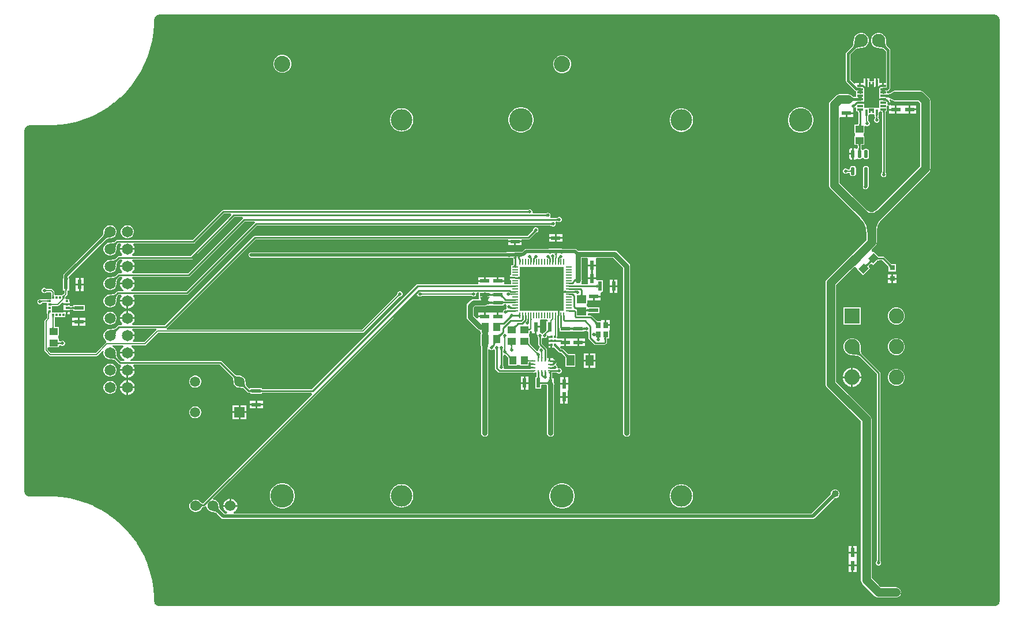
<source format=gtl>
G04*
G04 #@! TF.GenerationSoftware,Altium Limited,Altium Designer,25.2.1 (25)*
G04*
G04 Layer_Physical_Order=1*
G04 Layer_Color=255*
%FSLAX25Y25*%
%MOIN*%
G70*
G04*
G04 #@! TF.SameCoordinates,85CC1250-A9D5-4C62-828A-8F390AD69E0A*
G04*
G04*
G04 #@! TF.FilePolarity,Positive*
G04*
G01*
G75*
%ADD13C,0.02000*%
%ADD16C,0.01000*%
%ADD21R,0.03150X0.03150*%
%ADD22R,0.04724X0.06299*%
%ADD23R,0.01200X0.03200*%
%ADD24R,0.03200X0.01200*%
G04:AMPARAMS|DCode=25|XSize=47.64mil|YSize=23.23mil|CornerRadius=5.81mil|HoleSize=0mil|Usage=FLASHONLY|Rotation=270.000|XOffset=0mil|YOffset=0mil|HoleType=Round|Shape=RoundedRectangle|*
%AMROUNDEDRECTD25*
21,1,0.04764,0.01161,0,0,270.0*
21,1,0.03602,0.02323,0,0,270.0*
1,1,0.01161,-0.00581,-0.01801*
1,1,0.01161,-0.00581,0.01801*
1,1,0.01161,0.00581,0.01801*
1,1,0.01161,0.00581,-0.01801*
%
%ADD25ROUNDEDRECTD25*%
%ADD26R,0.04700X0.04000*%
%ADD27R,0.01200X0.01800*%
%ADD28R,0.01800X0.01200*%
%ADD30R,0.05700X0.04600*%
%ADD31R,0.03150X0.03543*%
%ADD32R,0.05787X0.02441*%
%ADD33R,0.02441X0.05787*%
%ADD34R,0.04000X0.04700*%
G04:AMPARAMS|DCode=35|XSize=40mil|YSize=47mil|CornerRadius=0mil|HoleSize=0mil|Usage=FLASHONLY|Rotation=315.000|XOffset=0mil|YOffset=0mil|HoleType=Round|Shape=Rectangle|*
%AMROTATEDRECTD35*
4,1,4,-0.03076,-0.00248,0.00248,0.03076,0.03076,0.00248,-0.00248,-0.03076,-0.03076,-0.00248,0.0*
%
%ADD35ROTATEDRECTD35*%

%ADD40R,0.08500X0.12400*%
%ADD41R,0.25600X0.25600*%
%ADD51C,0.06200*%
%ADD57C,0.13000*%
%ADD59C,0.26000*%
%ADD60R,0.00984X0.01870*%
%ADD61R,0.01870X0.00984*%
%ADD62R,0.01000X0.03600*%
%ADD63R,0.03600X0.01000*%
%ADD64R,0.01181X0.01181*%
%ADD65C,0.01301*%
%ADD66C,0.00817*%
%ADD67C,0.00800*%
%ADD68C,0.05000*%
%ADD69C,0.03000*%
%ADD70C,0.01500*%
%ADD71R,0.05937X0.05937*%
%ADD72C,0.05937*%
%ADD73R,0.08858X0.08858*%
%ADD74C,0.08858*%
%ADD75C,0.13583*%
%ADD76C,0.12480*%
%ADD77C,0.09409*%
%ADD78C,0.07677*%
%ADD79C,0.06496*%
%ADD80C,0.02000*%
%ADD81C,0.04000*%
%ADD82C,0.03000*%
%ADD83C,0.18000*%
G36*
X562369Y342866D02*
X562912Y342641D01*
X563400Y342315D01*
X563815Y341900D01*
X564141Y341412D01*
X564366Y340869D01*
X564480Y340294D01*
Y340000D01*
Y4000D01*
Y3706D01*
X564366Y3131D01*
X564141Y2588D01*
X563815Y2100D01*
X563400Y1685D01*
X562912Y1359D01*
X562369Y1134D01*
X561794Y1020D01*
X561500D01*
X79000Y1020D01*
X78706D01*
X78131Y1134D01*
X77588Y1359D01*
X77100Y1685D01*
X76685Y2100D01*
X76359Y2588D01*
X76134Y3131D01*
X76020Y3706D01*
X76020Y4000D01*
X76018Y4010D01*
X76019Y4020D01*
X75973Y6356D01*
X75967Y6386D01*
X75971Y6416D01*
X75604Y11073D01*
X75593Y11112D01*
X75595Y11153D01*
X74864Y15767D01*
X74850Y15805D01*
X74848Y15846D01*
X73757Y20389D01*
X73741Y20425D01*
X73736Y20466D01*
X72292Y24909D01*
X72272Y24944D01*
X72264Y24984D01*
X70476Y29300D01*
X70454Y29334D01*
X70443Y29373D01*
X68322Y33536D01*
X68297Y33568D01*
X68283Y33606D01*
X65842Y37589D01*
X65814Y37619D01*
X65797Y37656D01*
X63051Y41435D01*
X63021Y41463D01*
X63002Y41498D01*
X59967Y45051D01*
X59936Y45076D01*
X59913Y45110D01*
X56610Y48413D01*
X56576Y48436D01*
X56551Y48467D01*
X52998Y51502D01*
X52963Y51521D01*
X52935Y51551D01*
X49156Y54297D01*
X49119Y54314D01*
X49089Y54342D01*
X45106Y56783D01*
X45068Y56797D01*
X45036Y56822D01*
X40873Y58943D01*
X40834Y58954D01*
X40800Y58976D01*
X36484Y60764D01*
X36444Y60772D01*
X36409Y60792D01*
X31966Y62236D01*
X31925Y62240D01*
X31889Y62257D01*
X27346Y63348D01*
X27305Y63350D01*
X27267Y63364D01*
X22653Y64095D01*
X22613Y64093D01*
X22573Y64104D01*
X17916Y64470D01*
X17886Y64467D01*
X17856Y64473D01*
X15520Y64519D01*
X15510Y64518D01*
X15500Y64520D01*
X3706D01*
X3131Y64634D01*
X2588Y64859D01*
X2100Y65185D01*
X1685Y65600D01*
X1359Y66088D01*
X1134Y66631D01*
X1020Y67206D01*
Y67500D01*
Y276000D01*
Y276294D01*
X1134Y276869D01*
X1359Y277412D01*
X1685Y277900D01*
X2100Y278315D01*
X2588Y278641D01*
X3131Y278866D01*
X3706Y278980D01*
X15000D01*
X15010Y278982D01*
X15020Y278981D01*
X17376Y279027D01*
X17405Y279033D01*
X17436Y279030D01*
X22132Y279399D01*
X22171Y279411D01*
X22212Y279409D01*
X26865Y280146D01*
X26903Y280160D01*
X26943Y280161D01*
X31524Y281261D01*
X31561Y281278D01*
X31602Y281283D01*
X36082Y282739D01*
X36117Y282759D01*
X36157Y282767D01*
X40510Y284570D01*
X40543Y284592D01*
X40582Y284603D01*
X44780Y286742D01*
X44812Y286767D01*
X44850Y286781D01*
X48867Y289243D01*
X48897Y289270D01*
X48934Y289287D01*
X52745Y292056D01*
X52772Y292086D01*
X52808Y292106D01*
X56390Y295165D01*
X56415Y295197D01*
X56449Y295220D01*
X59780Y298551D01*
X59803Y298585D01*
X59835Y298610D01*
X62894Y302192D01*
X62914Y302228D01*
X62944Y302255D01*
X65713Y306066D01*
X65730Y306103D01*
X65758Y306133D01*
X68219Y310150D01*
X68233Y310188D01*
X68258Y310220D01*
X70397Y314418D01*
X70408Y314457D01*
X70430Y314490D01*
X72233Y318843D01*
X72241Y318883D01*
X72261Y318918D01*
X73717Y323398D01*
X73722Y323439D01*
X73739Y323476D01*
X74839Y328057D01*
X74840Y328097D01*
X74854Y328135D01*
X75591Y332788D01*
X75590Y332829D01*
X75600Y332868D01*
X75970Y337564D01*
X75967Y337595D01*
X75973Y337624D01*
X76019Y339980D01*
X76018Y339990D01*
X76020Y340000D01*
Y340294D01*
X76134Y340869D01*
X76359Y341412D01*
X76685Y341900D01*
X77100Y342315D01*
X77588Y342641D01*
X78131Y342866D01*
X78706Y342981D01*
X561794D01*
X562369Y342866D01*
D02*
G37*
%LPC*%
G36*
X150768Y319760D02*
X149398D01*
X148074Y319405D01*
X146887Y318720D01*
X145918Y317751D01*
X145233Y316564D01*
X144878Y315240D01*
Y313870D01*
X145233Y312546D01*
X145918Y311359D01*
X146887Y310390D01*
X148074Y309705D01*
X149398Y309350D01*
X150768D01*
X152092Y309705D01*
X153278Y310390D01*
X154247Y311359D01*
X154933Y312546D01*
X155287Y313870D01*
Y315240D01*
X154933Y316564D01*
X154247Y317751D01*
X153278Y318720D01*
X152092Y319405D01*
X150768Y319760D01*
D02*
G37*
G36*
X312386Y319602D02*
X311016D01*
X309692Y319248D01*
X308505Y318562D01*
X307536Y317593D01*
X306851Y316407D01*
X306496Y315083D01*
Y313712D01*
X306851Y312389D01*
X307536Y311202D01*
X308505Y310233D01*
X309692Y309548D01*
X311016Y309193D01*
X312386D01*
X313710Y309548D01*
X314897Y310233D01*
X315866Y311202D01*
X316551Y312389D01*
X316905Y313712D01*
Y315083D01*
X316551Y316407D01*
X315866Y317593D01*
X314897Y318562D01*
X313710Y319248D01*
X312386Y319602D01*
D02*
G37*
G36*
X495071Y332370D02*
X493929D01*
X492825Y332074D01*
X491836Y331503D01*
X491028Y330695D01*
X490457Y329706D01*
X490161Y328603D01*
Y327460D01*
X490457Y326357D01*
X491028Y325367D01*
X491836Y324560D01*
X492825Y323989D01*
X493929Y323693D01*
X494431D01*
X494522Y323652D01*
X495520Y323622D01*
X495943Y323579D01*
X496334Y323517D01*
X496686Y323438D01*
X497000Y323342D01*
X497274Y323231D01*
X497511Y323108D01*
X497710Y322973D01*
X497904Y322803D01*
X497937Y322792D01*
X498775Y321954D01*
Y303521D01*
X497700D01*
Y301921D01*
X496700D01*
Y303521D01*
X495053D01*
Y306281D01*
X493953D01*
Y303681D01*
X492953D01*
Y306281D01*
X491853D01*
Y304623D01*
X491000D01*
X490500Y304494D01*
X490000Y304623D01*
X489147D01*
Y306281D01*
X488047D01*
Y303681D01*
X487047D01*
Y306281D01*
X485947D01*
Y303521D01*
X484300D01*
Y301921D01*
X483300D01*
Y303521D01*
X481200D01*
Y303401D01*
X480461Y303095D01*
X478274Y305281D01*
Y320004D01*
X481063Y322792D01*
X481096Y322803D01*
X481290Y322973D01*
X481489Y323108D01*
X481726Y323231D01*
X482000Y323342D01*
X482314Y323438D01*
X482666Y323517D01*
X483051Y323578D01*
X483959Y323647D01*
X484467Y323652D01*
X484563Y323693D01*
X485071D01*
X486175Y323989D01*
X487164Y324560D01*
X487972Y325367D01*
X488543Y326357D01*
X488839Y327460D01*
Y328603D01*
X488543Y329706D01*
X487972Y330695D01*
X487164Y331503D01*
X486175Y332074D01*
X485071Y332370D01*
X483929D01*
X482825Y332074D01*
X481836Y331503D01*
X481028Y330695D01*
X480457Y329706D01*
X480161Y328603D01*
Y328100D01*
X480121Y328009D01*
X480091Y327012D01*
X480048Y326589D01*
X479986Y326198D01*
X479906Y325846D01*
X479810Y325532D01*
X479700Y325257D01*
X479576Y325021D01*
X479441Y324821D01*
X479272Y324628D01*
X479261Y324594D01*
X476099Y321433D01*
X475822Y321019D01*
X475726Y320532D01*
Y304753D01*
X475822Y304266D01*
X476099Y303852D01*
X480781Y299170D01*
X481194Y298894D01*
X481682Y298797D01*
X481700D01*
Y295936D01*
X481110Y295395D01*
X480383Y295459D01*
X479818Y295545D01*
X479560Y295600D01*
X479140Y296147D01*
X478513Y296628D01*
X477783Y296931D01*
X477000Y297034D01*
X471929D01*
X471929Y297034D01*
X471146Y296931D01*
X470416Y296628D01*
X469789Y296147D01*
X469789Y296147D01*
X466860Y293219D01*
X466379Y292592D01*
X466077Y291862D01*
X465974Y291079D01*
Y244531D01*
X466077Y243748D01*
X466379Y243019D01*
X466860Y242392D01*
X484056Y225197D01*
X484068Y225163D01*
X484726Y224456D01*
X485302Y223737D01*
X485808Y222992D01*
X486246Y222221D01*
X486616Y221423D01*
X486918Y220596D01*
X487154Y219741D01*
X487323Y218857D01*
X487425Y217942D01*
X487459Y216977D01*
X487474Y216944D01*
Y212785D01*
X464860Y190171D01*
X464380Y189544D01*
X464077Y188815D01*
X463974Y188031D01*
Y129532D01*
X464077Y128748D01*
X464380Y128019D01*
X464860Y127392D01*
X484411Y107841D01*
Y32032D01*
Y24532D01*
Y16063D01*
X484514Y15280D01*
X484817Y14550D01*
X485297Y13923D01*
X490360Y8860D01*
X492360Y6860D01*
X492987Y6380D01*
X493717Y6077D01*
X494500Y5974D01*
X494500Y5974D01*
X504500D01*
X505283Y6077D01*
X506013Y6380D01*
X506640Y6860D01*
X507121Y7487D01*
X507423Y8217D01*
X507526Y9000D01*
X507423Y9783D01*
X507121Y10513D01*
X506640Y11140D01*
X506013Y11620D01*
X505283Y11923D01*
X504500Y12026D01*
X495753D01*
X494640Y13140D01*
X490463Y17316D01*
Y24532D01*
Y32032D01*
Y109094D01*
X490463Y109095D01*
X490360Y109878D01*
X490058Y110607D01*
X489577Y111234D01*
X470026Y130785D01*
Y186778D01*
X480624Y197377D01*
X480884Y197117D01*
X481084Y197318D01*
X482286Y196116D01*
X482086Y195915D01*
X485621Y192380D01*
X489652Y196410D01*
X488891Y197171D01*
X489028Y198117D01*
X489737Y198826D01*
X490446Y199055D01*
X491253Y198249D01*
X493580Y200576D01*
X493582Y200576D01*
X493586Y200582D01*
X493619Y200615D01*
X493650Y200625D01*
X493735Y200696D01*
X493811Y200744D01*
X493911Y200793D01*
X494037Y200840D01*
X494189Y200883D01*
X494366Y200920D01*
X494561Y200949D01*
X495046Y200986D01*
X495321Y200990D01*
X495370Y201012D01*
X496727D01*
X499819Y197920D01*
X499838Y197871D01*
X499962Y197740D01*
X500063Y197622D01*
X500149Y197508D01*
X500221Y197398D01*
X500281Y197292D01*
X500327Y197190D01*
X500362Y197093D01*
X500387Y197000D01*
X500402Y196909D01*
X500409Y196794D01*
X500425Y196762D01*
Y194606D01*
X504575D01*
Y198756D01*
X502420D01*
X502387Y198772D01*
X502272Y198779D01*
X502181Y198794D01*
X502088Y198819D01*
X501991Y198854D01*
X501890Y198901D01*
X501784Y198960D01*
X501673Y199032D01*
X501559Y199118D01*
X501441Y199219D01*
X501310Y199343D01*
X501261Y199362D01*
X497871Y202752D01*
X497540Y202974D01*
X497150Y203051D01*
X495368D01*
X495320Y203073D01*
X495140Y203077D01*
X494985Y203089D01*
X494843Y203109D01*
X494714Y203136D01*
X494597Y203169D01*
X494493Y203208D01*
X494399Y203252D01*
X494316Y203301D01*
X494241Y203354D01*
X494155Y203430D01*
X494120Y203442D01*
X491748Y205815D01*
X491547Y205614D01*
X490687Y206474D01*
X490712Y207464D01*
X492640Y209392D01*
X493120Y210019D01*
X493423Y210748D01*
X493526Y211531D01*
Y216944D01*
X493541Y216977D01*
X493575Y217942D01*
X493677Y218857D01*
X493846Y219741D01*
X494081Y220596D01*
X494384Y221423D01*
X494754Y222221D01*
X495192Y222992D01*
X495698Y223737D01*
X496274Y224456D01*
X496932Y225163D01*
X496944Y225197D01*
X523640Y251892D01*
X524121Y252519D01*
X524423Y253248D01*
X524526Y254031D01*
Y293032D01*
X524423Y293815D01*
X524121Y294545D01*
X523640Y295171D01*
X520703Y298108D01*
X520076Y298589D01*
X519346Y298891D01*
X518563Y298994D01*
X504271D01*
X504005Y299029D01*
X503222Y298926D01*
X502492Y298624D01*
X501909Y298177D01*
X501878Y298154D01*
X501580Y297967D01*
X501272Y297802D01*
X500953Y297659D01*
X500623Y297538D01*
X500281Y297438D01*
X500100Y297399D01*
X499670Y297628D01*
X499314Y297997D01*
X499318Y298797D01*
X499805Y298894D01*
X500219Y299170D01*
X500951Y299902D01*
X501228Y300316D01*
X501325Y300803D01*
Y322481D01*
X501228Y322969D01*
X500951Y323383D01*
X499739Y324594D01*
X499728Y324628D01*
X499559Y324821D01*
X499424Y325021D01*
X499300Y325257D01*
X499190Y325532D01*
X499094Y325846D01*
X499014Y326198D01*
X498953Y326582D01*
X498884Y327491D01*
X498880Y327998D01*
X498839Y328095D01*
Y328603D01*
X498543Y329706D01*
X497972Y330695D01*
X497164Y331503D01*
X496175Y332074D01*
X495071Y332370D01*
D02*
G37*
G36*
X219664Y288933D02*
X218336D01*
X217034Y288674D01*
X215807Y288166D01*
X214703Y287428D01*
X213765Y286490D01*
X213027Y285386D01*
X212519Y284159D01*
X212260Y282857D01*
Y281529D01*
X212519Y280227D01*
X213027Y279000D01*
X213765Y277896D01*
X214703Y276958D01*
X215807Y276220D01*
X217034Y275712D01*
X218336Y275453D01*
X219664D01*
X220966Y275712D01*
X222193Y276220D01*
X223297Y276958D01*
X224235Y277896D01*
X224973Y279000D01*
X225481Y280227D01*
X225740Y281529D01*
Y282857D01*
X225481Y284159D01*
X224973Y285386D01*
X224235Y286490D01*
X223297Y287428D01*
X222193Y288166D01*
X220966Y288674D01*
X219664Y288933D01*
D02*
G37*
G36*
X381282Y288776D02*
X379954D01*
X378652Y288517D01*
X377426Y288008D01*
X376322Y287271D01*
X375383Y286332D01*
X374645Y285228D01*
X374137Y284001D01*
X373878Y282699D01*
Y281372D01*
X374137Y280069D01*
X374645Y278843D01*
X375383Y277739D01*
X376322Y276800D01*
X377426Y276062D01*
X378652Y275554D01*
X379954Y275295D01*
X381282D01*
X382584Y275554D01*
X383811Y276062D01*
X384915Y276800D01*
X385854Y277739D01*
X386591Y278843D01*
X387099Y280069D01*
X387358Y281372D01*
Y282699D01*
X387099Y284001D01*
X386591Y285228D01*
X385854Y286332D01*
X384915Y287271D01*
X383811Y288008D01*
X382584Y288517D01*
X381282Y288776D01*
D02*
G37*
G36*
X288635Y289484D02*
X287199D01*
X285790Y289204D01*
X284464Y288654D01*
X283269Y287857D01*
X282254Y286841D01*
X281456Y285647D01*
X280906Y284320D01*
X280626Y282911D01*
Y281475D01*
X280906Y280066D01*
X281456Y278739D01*
X282254Y277545D01*
X283269Y276529D01*
X284464Y275731D01*
X285790Y275182D01*
X287199Y274902D01*
X288635D01*
X290044Y275182D01*
X291371Y275731D01*
X292565Y276529D01*
X293581Y277545D01*
X294379Y278739D01*
X294929Y280066D01*
X295209Y281475D01*
Y282911D01*
X294929Y284320D01*
X294379Y285647D01*
X293581Y286841D01*
X292565Y287857D01*
X291371Y288654D01*
X290044Y289204D01*
X288635Y289484D01*
D02*
G37*
G36*
X450254Y289327D02*
X448817D01*
X447409Y289047D01*
X446082Y288497D01*
X444887Y287699D01*
X443872Y286683D01*
X443074Y285489D01*
X442524Y284162D01*
X442244Y282754D01*
Y281317D01*
X442524Y279909D01*
X443074Y278582D01*
X443872Y277387D01*
X444887Y276372D01*
X446082Y275574D01*
X447409Y275024D01*
X448817Y274744D01*
X450254D01*
X451662Y275024D01*
X452989Y275574D01*
X454183Y276372D01*
X455199Y277387D01*
X455997Y278582D01*
X456547Y279909D01*
X456827Y281317D01*
Y282754D01*
X456547Y284162D01*
X455997Y285489D01*
X455199Y286683D01*
X454183Y287699D01*
X452989Y288497D01*
X451662Y289047D01*
X450254Y289327D01*
D02*
G37*
G36*
X293298Y230500D02*
X292702D01*
X292150Y230272D01*
X292014Y230135D01*
X291943Y230110D01*
X291939Y230110D01*
X291937Y230108D01*
X291927Y230105D01*
X291912Y230092D01*
X291908Y230090D01*
X291890Y230083D01*
X291860Y230073D01*
X291817Y230063D01*
X291769Y230056D01*
X291614Y230043D01*
X291524Y230041D01*
X291475Y230020D01*
X116000D01*
X115610Y229942D01*
X115279Y229721D01*
X98326Y212768D01*
X54748D01*
X54358Y212690D01*
X54027Y212469D01*
X53484Y211926D01*
X53442Y211912D01*
X53299Y211790D01*
X53151Y211696D01*
X52964Y211606D01*
X52736Y211524D01*
X52467Y211451D01*
X52158Y211391D01*
X51815Y211344D01*
X50993Y211292D01*
X50529Y211289D01*
X50432Y211248D01*
X50007D01*
X49053Y210993D01*
X48199Y210499D01*
X47501Y209801D01*
X47007Y208947D01*
X46752Y207993D01*
Y207007D01*
X47007Y206053D01*
X47501Y205199D01*
X48199Y204501D01*
X49053Y204007D01*
X50007Y203752D01*
X50993D01*
X51947Y204007D01*
X52801Y204501D01*
X53499Y205199D01*
X53993Y206053D01*
X54248Y207007D01*
Y207432D01*
X54289Y207529D01*
X54292Y207993D01*
X54344Y208816D01*
X54391Y209158D01*
X54451Y209467D01*
X54524Y209736D01*
X54606Y209964D01*
X54696Y210151D01*
X54790Y210298D01*
X54912Y210442D01*
X54926Y210484D01*
X55170Y210728D01*
X56695D01*
X56997Y209928D01*
X56542Y209140D01*
X56252Y208059D01*
Y208000D01*
X60500D01*
X64748D01*
Y208059D01*
X64459Y209140D01*
X64003Y209928D01*
X64305Y210728D01*
X98748D01*
X99138Y210806D01*
X99469Y211027D01*
X116422Y227980D01*
X120407D01*
X120738Y227180D01*
X97078Y203520D01*
X63637D01*
X63327Y204320D01*
X63899Y204892D01*
X64459Y205860D01*
X64748Y206941D01*
Y207000D01*
X60500D01*
X56252D01*
Y206941D01*
X56542Y205860D01*
X57101Y204892D01*
X57673Y204320D01*
X57363Y203520D01*
X55500D01*
X55110Y203442D01*
X54779Y203221D01*
X53484Y201926D01*
X53442Y201912D01*
X53299Y201790D01*
X53151Y201696D01*
X52964Y201606D01*
X52736Y201524D01*
X52467Y201451D01*
X52158Y201391D01*
X51815Y201344D01*
X50993Y201292D01*
X50529Y201289D01*
X50432Y201248D01*
X50007D01*
X49053Y200993D01*
X48199Y200499D01*
X47501Y199801D01*
X47007Y198947D01*
X46752Y197993D01*
Y197007D01*
X47007Y196053D01*
X47501Y195199D01*
X48199Y194501D01*
X49053Y194007D01*
X50007Y193752D01*
X50993D01*
X51947Y194007D01*
X52801Y194501D01*
X53499Y195199D01*
X53993Y196053D01*
X54248Y197007D01*
Y197432D01*
X54289Y197529D01*
X54292Y197993D01*
X54344Y198816D01*
X54391Y199158D01*
X54451Y199467D01*
X54524Y199736D01*
X54606Y199964D01*
X54696Y200151D01*
X54790Y200299D01*
X54912Y200442D01*
X54926Y200484D01*
X55922Y201480D01*
X57363D01*
X57673Y200680D01*
X57101Y200108D01*
X56542Y199140D01*
X56252Y198059D01*
Y198000D01*
X60500D01*
X64748D01*
Y198059D01*
X64459Y199140D01*
X63899Y200108D01*
X63327Y200680D01*
X63637Y201480D01*
X97500D01*
X97890Y201558D01*
X98221Y201779D01*
X122422Y225980D01*
X126976D01*
X127226Y225354D01*
X127239Y225180D01*
X95578Y193520D01*
X63637D01*
X63327Y194320D01*
X63899Y194892D01*
X64459Y195860D01*
X64748Y196941D01*
Y197000D01*
X60500D01*
X56252D01*
Y196941D01*
X56542Y195860D01*
X57101Y194892D01*
X57673Y194320D01*
X57363Y193520D01*
X55500D01*
X55110Y193442D01*
X54779Y193221D01*
X53484Y191926D01*
X53442Y191912D01*
X53299Y191790D01*
X53151Y191696D01*
X52964Y191606D01*
X52736Y191524D01*
X52467Y191451D01*
X52158Y191391D01*
X51815Y191344D01*
X50993Y191292D01*
X50529Y191289D01*
X50432Y191248D01*
X50007D01*
X49053Y190993D01*
X48199Y190499D01*
X47501Y189801D01*
X47007Y188947D01*
X46752Y187993D01*
Y187007D01*
X47007Y186053D01*
X47501Y185199D01*
X48199Y184501D01*
X49053Y184007D01*
X50007Y183752D01*
X50993D01*
X51947Y184007D01*
X52801Y184501D01*
X53499Y185199D01*
X53993Y186053D01*
X54248Y187007D01*
Y187432D01*
X54289Y187529D01*
X54292Y187993D01*
X54344Y188815D01*
X54391Y189158D01*
X54451Y189467D01*
X54524Y189736D01*
X54606Y189964D01*
X54696Y190151D01*
X54790Y190299D01*
X54912Y190442D01*
X54926Y190484D01*
X55922Y191480D01*
X57363D01*
X57673Y190680D01*
X57101Y190108D01*
X56542Y189140D01*
X56252Y188059D01*
Y188000D01*
X60500D01*
X64748D01*
Y188059D01*
X64459Y189140D01*
X63899Y190108D01*
X63327Y190680D01*
X63637Y191480D01*
X96000D01*
X96390Y191558D01*
X96721Y191779D01*
X128422Y223480D01*
X133976D01*
X134226Y222853D01*
X134239Y222680D01*
X94578Y183020D01*
X62836D01*
X62621Y183820D01*
X63108Y184101D01*
X63899Y184892D01*
X64459Y185860D01*
X64748Y186941D01*
Y187000D01*
X60500D01*
X56252D01*
Y186941D01*
X56542Y185860D01*
X57101Y184892D01*
X57892Y184101D01*
X58379Y183820D01*
X58164Y183020D01*
X55000D01*
X54610Y182942D01*
X54279Y182721D01*
X53484Y181926D01*
X53442Y181912D01*
X53299Y181790D01*
X53151Y181696D01*
X52964Y181606D01*
X52736Y181524D01*
X52467Y181451D01*
X52158Y181391D01*
X51815Y181344D01*
X50993Y181292D01*
X50529Y181289D01*
X50432Y181248D01*
X50007D01*
X49053Y180993D01*
X48199Y180499D01*
X47501Y179801D01*
X47007Y178947D01*
X46752Y177993D01*
Y177007D01*
X47007Y176053D01*
X47501Y175199D01*
X48199Y174501D01*
X49053Y174007D01*
X50007Y173752D01*
X50993D01*
X51947Y174007D01*
X52801Y174501D01*
X53499Y175199D01*
X53993Y176053D01*
X54248Y177007D01*
Y177432D01*
X54289Y177529D01*
X54292Y177993D01*
X54344Y178815D01*
X54391Y179158D01*
X54451Y179467D01*
X54524Y179736D01*
X54606Y179964D01*
X54696Y180151D01*
X54790Y180299D01*
X54912Y180442D01*
X54926Y180484D01*
X55422Y180980D01*
X56841D01*
X57173Y180180D01*
X57101Y180108D01*
X56542Y179140D01*
X56252Y178059D01*
Y178000D01*
X60500D01*
X64748D01*
Y178059D01*
X64459Y179140D01*
X63899Y180108D01*
X63827Y180180D01*
X64159Y180980D01*
X95000D01*
X95390Y181058D01*
X95721Y181279D01*
X135422Y220980D01*
X304967D01*
X305013Y220959D01*
X305203Y220952D01*
X305263Y220946D01*
X305317Y220937D01*
X305360Y220927D01*
X305390Y220918D01*
X305408Y220910D01*
X305412Y220908D01*
X305427Y220895D01*
X305437Y220892D01*
X305439Y220890D01*
X305443Y220890D01*
X305514Y220865D01*
X305650Y220728D01*
X306202Y220500D01*
X306798D01*
X307350Y220728D01*
X307772Y221150D01*
X308000Y221702D01*
Y222298D01*
X307842Y222680D01*
X307956Y222945D01*
X308380Y223337D01*
X308927Y223395D01*
X308937Y223392D01*
X308939Y223391D01*
X308943Y223390D01*
X309014Y223365D01*
X309150Y223228D01*
X309702Y223000D01*
X310298D01*
X310850Y223228D01*
X311272Y223650D01*
X311500Y224202D01*
Y224798D01*
X311272Y225350D01*
X310850Y225772D01*
X310298Y226000D01*
X309702D01*
X309150Y225772D01*
X309014Y225635D01*
X308943Y225610D01*
X308939Y225609D01*
X308937Y225608D01*
X308927Y225605D01*
X308912Y225592D01*
X308908Y225590D01*
X308890Y225583D01*
X308860Y225573D01*
X308817Y225563D01*
X308769Y225556D01*
X308614Y225543D01*
X308524Y225541D01*
X308475Y225520D01*
X305272D01*
X305084Y225757D01*
X304842Y226320D01*
X305000Y226702D01*
Y227298D01*
X304772Y227850D01*
X304350Y228272D01*
X303798Y228500D01*
X303202D01*
X302650Y228272D01*
X302514Y228135D01*
X302443Y228110D01*
X302439Y228110D01*
X302437Y228108D01*
X302427Y228105D01*
X302412Y228092D01*
X302408Y228090D01*
X302390Y228082D01*
X302360Y228073D01*
X302317Y228063D01*
X302269Y228056D01*
X302114Y228043D01*
X302024Y228041D01*
X301975Y228020D01*
X295083D01*
X294500Y228702D01*
Y229298D01*
X294272Y229850D01*
X293850Y230272D01*
X293298Y230500D01*
D02*
G37*
G36*
X311894Y216158D02*
X308500D01*
Y214437D01*
X311894D01*
Y216158D01*
D02*
G37*
G36*
X307500D02*
X304106D01*
Y214437D01*
X307500D01*
Y216158D01*
D02*
G37*
G36*
X60993Y221248D02*
X60007D01*
X59053Y220993D01*
X58199Y220499D01*
X57501Y219801D01*
X57007Y218947D01*
X56752Y217993D01*
Y217007D01*
X57007Y216053D01*
X57501Y215199D01*
X58199Y214501D01*
X59053Y214007D01*
X60007Y213752D01*
X60993D01*
X61947Y214007D01*
X62801Y214501D01*
X63499Y215199D01*
X63993Y216053D01*
X64248Y217007D01*
Y217993D01*
X63993Y218947D01*
X63499Y219801D01*
X62801Y220499D01*
X61947Y220993D01*
X60993Y221248D01*
D02*
G37*
G36*
X50993D02*
X50007D01*
X49053Y220993D01*
X48199Y220499D01*
X47501Y219801D01*
X47007Y218947D01*
X46752Y217993D01*
Y217572D01*
X46711Y217478D01*
X46704Y217146D01*
X46679Y216848D01*
X46636Y216567D01*
X46575Y216302D01*
X46496Y216055D01*
X46401Y215822D01*
X46288Y215604D01*
X46159Y215400D01*
X46012Y215207D01*
X45831Y215010D01*
X45822Y214984D01*
X23981Y193144D01*
X23650Y192648D01*
X23534Y192063D01*
Y191919D01*
X23522Y191892D01*
X23503Y190885D01*
X23472Y190435D01*
X23467Y190394D01*
X23343D01*
X23313Y189882D01*
X23343Y189811D01*
Y183606D01*
X24099D01*
X24110Y183539D01*
X24118Y183440D01*
X24122Y183304D01*
X24145Y183252D01*
Y181810D01*
X23722Y181386D01*
X23668Y181366D01*
X23566Y181269D01*
X23477Y181193D01*
X23391Y181129D01*
X23310Y181076D01*
X23233Y181034D01*
X23161Y181001D01*
X23094Y180978D01*
X23030Y180962D01*
X22969Y180953D01*
X22882Y180948D01*
X22822Y180920D01*
X18455D01*
X18443Y181080D01*
X18441Y181216D01*
X18418Y181270D01*
Y182500D01*
X18348Y182851D01*
X18149Y183149D01*
X17149Y184149D01*
X16851Y184348D01*
X16500Y184418D01*
X14085D01*
X14033Y184441D01*
X13951Y184443D01*
X13891Y184449D01*
X13839Y184458D01*
X13792Y184469D01*
X13752Y184482D01*
X13716Y184497D01*
X13684Y184514D01*
X13655Y184533D01*
X13627Y184555D01*
X13584Y184595D01*
X13491Y184630D01*
X13350Y184772D01*
X12798Y185000D01*
X12202D01*
X11650Y184772D01*
X11228Y184350D01*
X11000Y183798D01*
Y183202D01*
X11228Y182650D01*
X11650Y182228D01*
X12202Y182000D01*
X12798D01*
X13350Y182228D01*
X13491Y182370D01*
X13584Y182405D01*
X13627Y182445D01*
X13655Y182467D01*
X13684Y182486D01*
X13716Y182503D01*
X13752Y182518D01*
X13792Y182531D01*
X13839Y182542D01*
X13891Y182551D01*
X13951Y182557D01*
X14033Y182559D01*
X14085Y182582D01*
X16120D01*
X16582Y182120D01*
Y181272D01*
X16559Y181218D01*
X16554Y180945D01*
X16552Y180920D01*
X16447Y180920D01*
X16418Y180408D01*
X16442Y180351D01*
X16441Y180253D01*
X16447Y180245D01*
Y178553D01*
X14880D01*
X14663Y178553D01*
X14592Y178582D01*
X14080Y178553D01*
X13324Y178370D01*
X11552D01*
X11497Y178394D01*
X11169Y178397D01*
X10788Y178414D01*
X10616Y178432D01*
X10565Y178440D01*
X10534Y178447D01*
X10501Y178457D01*
X10421Y178449D01*
X10298Y178500D01*
X9702D01*
X9150Y178272D01*
X8728Y177850D01*
X8500Y177298D01*
Y176702D01*
X8728Y176150D01*
X9150Y175728D01*
X9702Y175500D01*
X10298D01*
X10850Y175728D01*
X11272Y176150D01*
X11386Y176427D01*
X11453Y176496D01*
X11454Y176497D01*
X11487Y176504D01*
X11536Y176509D01*
X11617Y176512D01*
X11643Y176524D01*
X11670Y176516D01*
X11703Y176535D01*
X13656D01*
X13668Y176526D01*
X14080Y176429D01*
Y174384D01*
Y171247D01*
X14080Y171027D01*
X14051Y170954D01*
X14080Y170447D01*
X14145Y169661D01*
Y167740D01*
X12851Y166447D01*
X12652Y166149D01*
X12582Y165798D01*
Y149000D01*
X12652Y148649D01*
X12851Y148351D01*
X15351Y145851D01*
X15649Y145652D01*
X16000Y145582D01*
X42500D01*
X42851Y145652D01*
X43149Y145851D01*
X46155Y148858D01*
X46873Y148443D01*
X46752Y147993D01*
Y147007D01*
X47007Y146053D01*
X47501Y145199D01*
X48199Y144501D01*
X49053Y144007D01*
X50007Y143752D01*
X50432D01*
X50529Y143711D01*
X50993Y143708D01*
X51815Y143656D01*
X52158Y143609D01*
X52467Y143549D01*
X52736Y143476D01*
X52964Y143394D01*
X53151Y143304D01*
X53299Y143210D01*
X53442Y143088D01*
X53484Y143074D01*
X55531Y141027D01*
X55862Y140806D01*
X56252Y140728D01*
X56695D01*
X56997Y139928D01*
X56542Y139140D01*
X56252Y138059D01*
Y138000D01*
X60500D01*
X64748D01*
Y138059D01*
X64459Y139140D01*
X64003Y139928D01*
X64305Y140728D01*
X113983D01*
X121189Y133522D01*
X121203Y133480D01*
X121319Y133346D01*
X121406Y133212D01*
X121489Y133043D01*
X121566Y132840D01*
X121633Y132601D01*
X121690Y132327D01*
X121733Y132024D01*
X121783Y131295D01*
X121786Y130884D01*
X121827Y130787D01*
Y130402D01*
X122063Y129519D01*
X122520Y128729D01*
X123166Y128083D01*
X123957Y127626D01*
X124839Y127390D01*
X125224D01*
X125321Y127349D01*
X125732Y127346D01*
X126461Y127296D01*
X126764Y127253D01*
X127038Y127196D01*
X127277Y127129D01*
X127480Y127052D01*
X127648Y126969D01*
X127783Y126882D01*
X127917Y126766D01*
X127959Y126752D01*
X129885Y124826D01*
X130216Y124605D01*
X130606Y124528D01*
X131056D01*
X131104Y124506D01*
X131278Y124502D01*
X131411Y124490D01*
X131515Y124473D01*
X131588Y124453D01*
X131606Y124446D01*
Y123716D01*
X138394D01*
Y124335D01*
X138412Y124343D01*
X138485Y124362D01*
X138589Y124380D01*
X138722Y124391D01*
X138896Y124396D01*
X138944Y124417D01*
X167046D01*
X167377Y123617D01*
X104235Y60475D01*
X104223Y60477D01*
X104036Y60524D01*
X103848Y60591D01*
X103659Y60678D01*
X103469Y60787D01*
X103276Y60919D01*
X103081Y61074D01*
X102885Y61253D01*
X102677Y61468D01*
X102639Y61484D01*
X102619Y61520D01*
X102554Y61537D01*
X102210Y61881D01*
X101390Y62355D01*
X100474Y62600D01*
X99526D01*
X98611Y62355D01*
X97790Y61881D01*
X97119Y61211D01*
X96645Y60390D01*
X96400Y59474D01*
Y58526D01*
X96645Y57610D01*
X97119Y56789D01*
X97790Y56119D01*
X98611Y55645D01*
X99526Y55400D01*
X100474D01*
X101390Y55645D01*
X102210Y56119D01*
X102881Y56789D01*
X103116Y57197D01*
X103174Y57231D01*
X103185Y57269D01*
X103216Y57293D01*
X103350Y57529D01*
X103479Y57720D01*
X103611Y57881D01*
X103743Y58016D01*
X103876Y58124D01*
X104011Y58209D01*
X104148Y58273D01*
X104289Y58319D01*
X104439Y58347D01*
X104632Y58358D01*
X104726Y58404D01*
X104990Y58456D01*
X105321Y58677D01*
X105600Y58956D01*
X106400Y58625D01*
Y58526D01*
X106645Y57610D01*
X107119Y56789D01*
X107790Y56119D01*
X108610Y55645D01*
X109526Y55400D01*
X109926D01*
X110019Y55359D01*
X110322Y55352D01*
X110594Y55328D01*
X110850Y55286D01*
X111093Y55228D01*
X111322Y55152D01*
X111539Y55060D01*
X111744Y54951D01*
X111939Y54825D01*
X112124Y54682D01*
X112316Y54505D01*
X112342Y54495D01*
X114919Y51919D01*
X115415Y51587D01*
X116000Y51471D01*
X456468D01*
X457054Y51587D01*
X457550Y51919D01*
X468476Y62845D01*
X468502Y62854D01*
X468793Y63124D01*
X468913Y63221D01*
X469029Y63304D01*
X469134Y63370D01*
X469229Y63420D01*
X469310Y63455D01*
X469379Y63476D01*
X469433Y63487D01*
X469512Y63491D01*
X469595Y63532D01*
X469997D01*
X470916Y63912D01*
X471619Y64615D01*
X472000Y65534D01*
Y66529D01*
X471619Y67448D01*
X470916Y68151D01*
X469997Y68532D01*
X469003D01*
X468084Y68151D01*
X467381Y67448D01*
X467000Y66529D01*
Y66126D01*
X466960Y66044D01*
X466955Y65964D01*
X466945Y65910D01*
X466924Y65842D01*
X466889Y65760D01*
X466839Y65666D01*
X466773Y65560D01*
X466693Y65450D01*
X466467Y65183D01*
X466330Y65041D01*
X466319Y65013D01*
X455835Y54529D01*
X122057D01*
X121842Y55329D01*
X122518Y55719D01*
X123281Y56482D01*
X123821Y57418D01*
X124100Y58460D01*
Y58500D01*
X115900D01*
Y58460D01*
X116179Y57418D01*
X116719Y56482D01*
X117482Y55719D01*
X118158Y55329D01*
X117943Y54529D01*
X116633D01*
X114505Y56658D01*
X114495Y56684D01*
X114318Y56876D01*
X114175Y57061D01*
X114049Y57256D01*
X113940Y57461D01*
X113848Y57678D01*
X113772Y57907D01*
X113714Y58150D01*
X113672Y58406D01*
X113647Y58678D01*
X113641Y58981D01*
X113600Y59074D01*
Y59474D01*
X113355Y60390D01*
X112881Y61211D01*
X112210Y61881D01*
X111390Y62355D01*
X110474Y62600D01*
X110375D01*
X110044Y63400D01*
X227349Y180705D01*
X228133Y180644D01*
X228327Y180552D01*
X228665Y180213D01*
X229217Y179985D01*
X229813D01*
X230365Y180213D01*
X230513Y180362D01*
X230607Y180398D01*
X230650Y180438D01*
X230677Y180460D01*
X230705Y180479D01*
X230737Y180495D01*
X230772Y180510D01*
X230812Y180524D01*
X230858Y180535D01*
X230910Y180543D01*
X230969Y180549D01*
X231051Y180552D01*
X231103Y180575D01*
X258919D01*
X258971Y180552D01*
X259053Y180549D01*
X259113Y180543D01*
X259166Y180535D01*
X259212Y180524D01*
X259254Y180510D01*
X259290Y180495D01*
X259323Y180478D01*
X259352Y180459D01*
X259380Y180437D01*
X259424Y180397D01*
X259515Y180363D01*
X259650Y180228D01*
X260202Y180000D01*
X260798D01*
X261350Y180228D01*
X261772Y180650D01*
X262000Y181202D01*
Y181798D01*
X262544Y182575D01*
X263606D01*
Y180174D01*
X263606Y179956D01*
X263577Y179886D01*
X263606Y179374D01*
X263489Y178623D01*
X263416Y178508D01*
X260437D01*
X260437Y178508D01*
X259657Y178352D01*
X258995Y177910D01*
X257058Y175973D01*
X256616Y175312D01*
X256461Y174531D01*
Y168289D01*
X256616Y167508D01*
X257058Y166847D01*
X262815Y161090D01*
X263477Y160647D01*
X263908Y160562D01*
X264181Y160421D01*
X264398Y160268D01*
X264638Y159884D01*
X264650Y159681D01*
X264697D01*
X264867Y158637D01*
X264650Y158381D01*
X264621Y157870D01*
X264648Y157805D01*
X264647Y157703D01*
X264650Y157700D01*
Y153481D01*
X264650Y153264D01*
X264621Y153193D01*
X264624Y153133D01*
X264624Y153133D01*
X264650Y152682D01*
X264675D01*
X264961Y150145D01*
Y101031D01*
X265000Y100835D01*
Y100634D01*
X265077Y100448D01*
X265116Y100251D01*
X265228Y100084D01*
X265304Y99899D01*
X265446Y99757D01*
X265558Y99590D01*
X265725Y99478D01*
X265867Y99336D01*
X266053Y99259D01*
X266220Y99147D01*
X266417Y99108D01*
X266602Y99032D01*
X266803D01*
X267000Y98992D01*
X267197Y99032D01*
X267398D01*
X267583Y99108D01*
X267780Y99147D01*
X267947Y99259D01*
X268133Y99336D01*
X268275Y99478D01*
X268442Y99590D01*
X268553Y99757D01*
X268695Y99899D01*
X268772Y100084D01*
X268884Y100251D01*
X268923Y100448D01*
X269000Y100634D01*
Y100835D01*
X269039Y101031D01*
Y149326D01*
X269315Y149468D01*
X269839Y149571D01*
X270150Y149260D01*
X270702Y149031D01*
X271298D01*
X271850Y149260D01*
X271982Y149392D01*
X272138Y149453D01*
X272220Y149463D01*
X272496Y149345D01*
X272667Y149238D01*
X272980Y148971D01*
Y138531D01*
X273058Y138141D01*
X273279Y137811D01*
X274816Y136273D01*
X275147Y136052D01*
X275537Y135975D01*
X295384D01*
X295423Y135967D01*
X295561Y135994D01*
X296858Y135994D01*
X297004Y135255D01*
Y133976D01*
X296983Y133927D01*
X296978Y133754D01*
X296966Y133621D01*
X296949Y133517D01*
X296930Y133443D01*
X296922Y133425D01*
X296217D01*
Y126638D01*
X299658D01*
Y128927D01*
X299659Y128930D01*
X299679Y128938D01*
X299751Y128957D01*
X299854Y128974D01*
X299987Y128986D01*
X300160Y128990D01*
X300208Y129012D01*
X302683D01*
X302961Y128873D01*
Y122031D01*
Y101031D01*
X303000Y100835D01*
Y100634D01*
X303077Y100448D01*
X303116Y100251D01*
X303228Y100084D01*
X303305Y99899D01*
X303447Y99757D01*
X303558Y99590D01*
X303725Y99478D01*
X303867Y99336D01*
X304053Y99259D01*
X304220Y99147D01*
X304417Y99108D01*
X304602Y99032D01*
X304803D01*
X305000Y98992D01*
X305197Y99032D01*
X305398D01*
X305583Y99108D01*
X305780Y99147D01*
X305947Y99259D01*
X306133Y99336D01*
X306275Y99478D01*
X306442Y99590D01*
X306554Y99757D01*
X306696Y99899D01*
X306772Y100084D01*
X306884Y100251D01*
X306923Y100448D01*
X307000Y100634D01*
Y100835D01*
X307039Y101031D01*
Y122031D01*
Y129215D01*
X307102Y129532D01*
X306947Y130312D01*
X306784Y130556D01*
Y132925D01*
X305922D01*
X305914Y132943D01*
X305894Y133017D01*
X305877Y133121D01*
X305866Y133254D01*
X305861Y133427D01*
X305839Y133475D01*
Y135390D01*
X305853Y135410D01*
X305954Y135975D01*
X308498D01*
X308547Y135953D01*
X308639Y135951D01*
X308796Y135939D01*
X308847Y135931D01*
X308892Y135922D01*
X308925Y135912D01*
X308945Y135904D01*
X308952Y135901D01*
X308968Y135888D01*
X308978Y135885D01*
X308979Y135884D01*
X308982Y135884D01*
X309046Y135864D01*
X309150Y135760D01*
X309702Y135531D01*
X310298D01*
X310850Y135760D01*
X311272Y136182D01*
X311500Y136733D01*
Y137330D01*
X311272Y137881D01*
X310850Y138303D01*
X310298Y138531D01*
X309739D01*
X309683Y138547D01*
X309000Y139107D01*
Y139330D01*
X308772Y139881D01*
X308422Y140230D01*
X308350Y140303D01*
X308204Y140579D01*
X308159Y141248D01*
X308221Y141311D01*
X308442Y141641D01*
X308520Y142032D01*
X308442Y142422D01*
X308221Y142753D01*
X307890Y142973D01*
X307793Y142993D01*
X307173Y143613D01*
X306842Y143834D01*
X306512Y143900D01*
Y144384D01*
X305077D01*
Y142892D01*
X304077D01*
Y144384D01*
X302988D01*
Y149563D01*
X302910Y149953D01*
X302690Y150284D01*
X300020Y152954D01*
Y155759D01*
X300366Y156034D01*
X300536Y156127D01*
X300846Y156178D01*
X300847Y156178D01*
X301202Y156032D01*
X301798D01*
X302350Y156260D01*
X302772Y156682D01*
X303000Y157233D01*
Y157434D01*
X303109Y157514D01*
X303824Y157153D01*
X305500D01*
Y156154D01*
X303909D01*
Y155063D01*
Y154842D01*
X305500D01*
Y153842D01*
X303909D01*
Y152532D01*
X305500D01*
Y152032D01*
X306000D01*
Y150441D01*
X307090D01*
X307747Y150094D01*
X309889Y147951D01*
X310270Y147697D01*
X310719Y147608D01*
X311052D01*
X312821Y145839D01*
X312837Y145796D01*
X313002Y145623D01*
X313138Y145463D01*
X313255Y145307D01*
X313354Y145155D01*
X313435Y145007D01*
X313499Y144864D01*
X313548Y144725D01*
X313582Y144591D01*
X313601Y144459D01*
X313609Y144301D01*
X313638Y144241D01*
Y139382D01*
X319362D01*
Y146681D01*
X316077D01*
X316017Y146710D01*
X315860Y146718D01*
X315728Y146737D01*
X315594Y146771D01*
X315455Y146819D01*
X315312Y146884D01*
X315164Y146965D01*
X315012Y147064D01*
X314856Y147181D01*
X314696Y147317D01*
X314523Y147482D01*
X314480Y147498D01*
X312368Y149611D01*
X311987Y149865D01*
X311538Y149954D01*
X311205D01*
X310524Y150635D01*
X310830Y151374D01*
X313000D01*
Y153595D01*
Y155815D01*
X309606D01*
Y155815D01*
X309059Y155933D01*
X308731Y156701D01*
X308735Y156733D01*
X308800Y157059D01*
Y157891D01*
X308802Y157899D01*
X308800Y157919D01*
Y157992D01*
X308824Y158049D01*
X308800Y158105D01*
Y166281D01*
X308949D01*
Y169081D01*
X309949D01*
Y166281D01*
X310004D01*
Y163729D01*
X309982Y163677D01*
X309993Y163652D01*
X309985Y163626D01*
X310004Y163423D01*
Y162272D01*
X310082Y161881D01*
X310106Y161845D01*
Y159748D01*
X316894D01*
Y159748D01*
X317606D01*
Y159748D01*
X324394D01*
Y159778D01*
X324514Y159979D01*
X324596Y160055D01*
X324637Y160084D01*
X325150Y160260D01*
X325702Y160031D01*
X326298D01*
X326980Y159448D01*
Y156032D01*
X327058Y155641D01*
X327279Y155310D01*
X330279Y152311D01*
X330610Y152090D01*
X331000Y152012D01*
X335914D01*
X336304Y152090D01*
X336635Y152311D01*
X337221Y152896D01*
X337442Y153227D01*
X337520Y153617D01*
Y155198D01*
X337541Y155246D01*
X337546Y155419D01*
X337557Y155552D01*
X337575Y155657D01*
X337594Y155730D01*
X337602Y155748D01*
X338906D01*
Y160167D01*
X339405Y160760D01*
X339405Y160760D01*
X339405Y160760D01*
Y163031D01*
X336831D01*
Y163531D01*
X336331D01*
Y166303D01*
X334256D01*
Y165803D01*
X332439D01*
X332378Y165832D01*
X332264Y165837D01*
X332175Y165851D01*
X332082Y165874D01*
X331986Y165907D01*
X331886Y165953D01*
X331781Y166010D01*
X331672Y166082D01*
X331558Y166167D01*
X331440Y166267D01*
X331310Y166391D01*
X331261Y166410D01*
X328949Y168721D01*
X328619Y168942D01*
X328228Y169020D01*
X326746D01*
X326486Y169624D01*
X326892Y170374D01*
X333394D01*
Y173815D01*
X326606D01*
X326350Y174350D01*
X326105D01*
X326066Y174391D01*
Y175650D01*
X326350D01*
Y177748D01*
X329500D01*
Y179969D01*
X330000D01*
Y180468D01*
X333894D01*
Y182189D01*
X334508Y182638D01*
X335283D01*
Y189425D01*
X331842D01*
Y189425D01*
X331157Y189703D01*
Y190032D01*
X328937D01*
X326716D01*
Y187051D01*
X323548D01*
X322783Y187138D01*
Y188506D01*
X322947Y188751D01*
X323102Y189532D01*
X323039Y189848D01*
Y197031D01*
Y198705D01*
Y202492D01*
X326154D01*
X326716Y201925D01*
Y198531D01*
X328937D01*
X331157D01*
Y201925D01*
X331720Y202492D01*
X341155D01*
X346961Y196687D01*
Y168032D01*
Y101031D01*
X347000Y100835D01*
Y100634D01*
X347077Y100448D01*
X347116Y100251D01*
X347228Y100084D01*
X347305Y99899D01*
X347446Y99757D01*
X347558Y99590D01*
X347725Y99478D01*
X347867Y99336D01*
X348053Y99259D01*
X348220Y99147D01*
X348417Y99108D01*
X348602Y99032D01*
X348803D01*
X349000Y98992D01*
X349197Y99032D01*
X349398D01*
X349583Y99108D01*
X349780Y99147D01*
X349947Y99259D01*
X350133Y99336D01*
X350275Y99478D01*
X350442Y99590D01*
X350553Y99757D01*
X350695Y99899D01*
X350772Y100084D01*
X350884Y100251D01*
X350923Y100448D01*
X351000Y100634D01*
Y100835D01*
X351039Y101031D01*
Y168032D01*
Y197531D01*
X350884Y198312D01*
X350442Y198973D01*
X350442Y198973D01*
X343442Y205973D01*
X342780Y206416D01*
X342000Y206571D01*
X321031D01*
X320912Y206547D01*
X320532Y206878D01*
X320423Y206986D01*
X320394Y206998D01*
X320362Y207031D01*
X320353Y207045D01*
X320346Y207046D01*
X320248Y207144D01*
X319752Y207476D01*
X319166Y207592D01*
X312918D01*
X312892Y207604D01*
X311885Y207623D01*
X311435Y207654D01*
X311394Y207659D01*
Y207784D01*
X310882Y207813D01*
X310811Y207784D01*
X305406D01*
X305189Y207784D01*
X305118Y207813D01*
X305063Y207809D01*
X305062Y207810D01*
X304606Y207784D01*
Y207762D01*
X303062Y207601D01*
X303046Y207592D01*
X291063D01*
X290478Y207476D01*
X289982Y207144D01*
X288689Y205852D01*
X287411Y205844D01*
X284720D01*
X284573Y205815D01*
X281906D01*
X281689Y205815D01*
X281618Y205844D01*
X281106Y205815D01*
Y205716D01*
X279978Y205638D01*
X279615Y205636D01*
X279587Y205624D01*
X138000Y205624D01*
X132095D01*
X131947Y205594D01*
X131796D01*
X131657Y205537D01*
X131509Y205507D01*
X131384Y205424D01*
X131245Y205366D01*
X131138Y205260D01*
X131013Y205176D01*
X130929Y205051D01*
X130823Y204944D01*
X130765Y204805D01*
X130682Y204680D01*
X130652Y204532D01*
X130595Y204393D01*
Y204242D01*
X130565Y204095D01*
X130595Y203947D01*
Y203796D01*
X130652Y203657D01*
X130682Y203509D01*
X130765Y203384D01*
X130823Y203245D01*
X130929Y203138D01*
X131013Y203013D01*
X131138Y202929D01*
X131245Y202823D01*
X131384Y202765D01*
X131509Y202681D01*
X131657Y202652D01*
X131796Y202594D01*
X131947D01*
X132095Y202565D01*
X138000D01*
X279546Y202565D01*
X279562Y202556D01*
X281106Y202395D01*
X281106Y202374D01*
X281562Y202348D01*
X281563Y202348D01*
X281618Y202345D01*
X281689Y202374D01*
X283201D01*
X283530Y201715D01*
Y198680D01*
X283509Y198632D01*
X283504Y198459D01*
X283493Y198326D01*
X283475Y198221D01*
X283456Y198148D01*
X283448Y198130D01*
X282250D01*
Y196130D01*
Y192331D01*
X281750D01*
Y191331D01*
X284550D01*
Y190331D01*
X281750D01*
Y189331D01*
X282250D01*
Y187126D01*
X278394D01*
Y188469D01*
X274500D01*
Y188969D01*
X274000D01*
Y191189D01*
X267500D01*
Y188969D01*
X267000D01*
Y188469D01*
X263106D01*
Y187126D01*
X228106D01*
X227716Y187048D01*
X227385Y186827D01*
X167015Y126457D01*
X138944D01*
X138896Y126478D01*
X138722Y126483D01*
X138589Y126494D01*
X138485Y126512D01*
X138412Y126531D01*
X138394Y126539D01*
Y127157D01*
X131606D01*
Y127104D01*
X130806Y126789D01*
X129401Y128194D01*
X129387Y128237D01*
X129272Y128371D01*
X129184Y128505D01*
X129101Y128673D01*
X129025Y128877D01*
X128957Y129116D01*
X128901Y129390D01*
X128857Y129692D01*
X128808Y130422D01*
X128805Y130833D01*
X128764Y130930D01*
Y131315D01*
X128527Y132197D01*
X128071Y132988D01*
X127425Y133634D01*
X126634Y134090D01*
X125752Y134327D01*
X125367D01*
X125270Y134368D01*
X124859Y134371D01*
X124129Y134420D01*
X123827Y134464D01*
X123553Y134520D01*
X123314Y134588D01*
X123110Y134664D01*
X122942Y134747D01*
X122808Y134835D01*
X122674Y134950D01*
X122631Y134964D01*
X115127Y142469D01*
X114796Y142690D01*
X114406Y142768D01*
X62343D01*
X62140Y143542D01*
X63108Y144101D01*
X63899Y144892D01*
X64459Y145860D01*
X64748Y146941D01*
Y147000D01*
X60500D01*
X56252D01*
Y146941D01*
X56542Y145860D01*
X57101Y144892D01*
X57892Y144101D01*
X58860Y143542D01*
X58657Y142768D01*
X56674D01*
X54926Y144516D01*
X54912Y144558D01*
X54790Y144701D01*
X54696Y144849D01*
X54606Y145036D01*
X54524Y145264D01*
X54451Y145533D01*
X54391Y145842D01*
X54344Y146185D01*
X54292Y147007D01*
X54289Y147471D01*
X54248Y147568D01*
Y147993D01*
X53993Y148947D01*
X53499Y149801D01*
X52801Y150499D01*
X51947Y150993D01*
X51798Y151032D01*
X51904Y151832D01*
X57908D01*
X58122Y151032D01*
X57892Y150899D01*
X57101Y150108D01*
X56542Y149140D01*
X56252Y148059D01*
Y148000D01*
X60500D01*
X64748D01*
Y148059D01*
X64459Y149140D01*
X63899Y150108D01*
X63108Y150899D01*
X62878Y151032D01*
X63092Y151832D01*
X70750D01*
X71101Y151902D01*
X71399Y152101D01*
X78380Y159082D01*
X196500D01*
X196851Y159152D01*
X197149Y159351D01*
X217528Y179731D01*
X217582Y179751D01*
X217641Y179807D01*
X217687Y179845D01*
X217731Y179876D01*
X217771Y179901D01*
X217810Y179920D01*
X217846Y179935D01*
X217880Y179946D01*
X217914Y179953D01*
X217949Y179957D01*
X218008Y179959D01*
X218098Y180000D01*
X218298D01*
X218850Y180228D01*
X219272Y180650D01*
X219500Y181202D01*
Y181798D01*
X219272Y182350D01*
X218850Y182772D01*
X218298Y183000D01*
X217702D01*
X217150Y182772D01*
X216728Y182350D01*
X216500Y181798D01*
Y181598D01*
X216459Y181508D01*
X216457Y181449D01*
X216453Y181414D01*
X216446Y181380D01*
X216435Y181345D01*
X216420Y181309D01*
X216401Y181271D01*
X216376Y181231D01*
X216345Y181187D01*
X216307Y181141D01*
X216251Y181081D01*
X216231Y181028D01*
X196120Y160918D01*
X83372D01*
X83129Y161718D01*
X83221Y161779D01*
X134611Y213169D01*
X280606D01*
Y212469D01*
X288394D01*
Y213169D01*
X292189D01*
X292579Y213247D01*
X292910Y213468D01*
X296137Y216695D01*
X296185Y216713D01*
X296324Y216842D01*
X296371Y216879D01*
X296416Y216912D01*
X296453Y216935D01*
X296481Y216950D01*
X296499Y216957D01*
X296502Y216959D01*
X296522Y216960D01*
X296532Y216965D01*
X296534Y216965D01*
X296538Y216967D01*
X296605Y217000D01*
X296798D01*
X297350Y217228D01*
X297772Y217650D01*
X298000Y218202D01*
Y218798D01*
X297772Y219350D01*
X297350Y219772D01*
X296798Y220000D01*
X296202D01*
X295650Y219772D01*
X295228Y219350D01*
X295000Y218798D01*
Y218605D01*
X294967Y218538D01*
X294965Y218534D01*
X294965Y218532D01*
X294960Y218522D01*
X294959Y218502D01*
X294957Y218499D01*
X294950Y218481D01*
X294935Y218453D01*
X294912Y218415D01*
X294883Y218376D01*
X294783Y218257D01*
X294720Y218192D01*
X294700Y218142D01*
X291767Y215209D01*
X134189D01*
X133799Y215131D01*
X133468Y214910D01*
X82078Y163520D01*
X63637D01*
X63327Y164320D01*
X63899Y164892D01*
X64459Y165860D01*
X64748Y166941D01*
Y167000D01*
X60500D01*
X56252D01*
Y166941D01*
X56542Y165860D01*
X57101Y164892D01*
X57673Y164320D01*
X57363Y163520D01*
X55500D01*
X55110Y163442D01*
X54779Y163221D01*
X53484Y161926D01*
X53442Y161912D01*
X53299Y161790D01*
X53151Y161696D01*
X52964Y161606D01*
X52736Y161524D01*
X52467Y161451D01*
X52158Y161391D01*
X51815Y161344D01*
X50993Y161292D01*
X50529Y161289D01*
X50432Y161248D01*
X50007D01*
X49053Y160993D01*
X48199Y160499D01*
X47501Y159801D01*
X47007Y158947D01*
X46752Y157993D01*
Y157007D01*
X47007Y156053D01*
X47501Y155199D01*
X48199Y154501D01*
X48362Y154406D01*
X48380Y154019D01*
X48289Y153525D01*
X48101Y153399D01*
X42120Y147418D01*
X16380D01*
X14418Y149380D01*
Y150487D01*
X15150Y150650D01*
Y150650D01*
X20850D01*
Y151602D01*
X21479Y152011D01*
X21609Y152051D01*
X21661Y152042D01*
X21708Y152031D01*
X21748Y152018D01*
X21784Y152003D01*
X21816Y151986D01*
X21845Y151967D01*
X21873Y151945D01*
X21916Y151905D01*
X22009Y151870D01*
X22150Y151728D01*
X22702Y151500D01*
X23298D01*
X23850Y151728D01*
X24272Y152150D01*
X24500Y152702D01*
Y153298D01*
X24272Y153850D01*
X23850Y154272D01*
X23298Y154500D01*
X22702D01*
X22150Y154272D01*
X22009Y154130D01*
X21916Y154095D01*
X21873Y154055D01*
X21845Y154033D01*
X21816Y154014D01*
X21784Y153997D01*
X21748Y153982D01*
X21708Y153969D01*
X21661Y153958D01*
X21609Y153949D01*
X21479Y153989D01*
X20850Y154398D01*
Y155650D01*
X20567D01*
Y157350D01*
X20850D01*
Y162350D01*
X18512D01*
X18500Y162418D01*
X18492Y162517D01*
X18488Y162652D01*
X18465Y162705D01*
Y167656D01*
X18474Y167668D01*
X18571Y168080D01*
X24553D01*
Y169947D01*
X25020D01*
Y171047D01*
X23620D01*
Y170880D01*
X16880D01*
Y174529D01*
X17041Y174541D01*
X17175Y174543D01*
X17230Y174567D01*
X20222D01*
X20573Y174636D01*
X20870Y174835D01*
X22820Y176785D01*
X23620Y176453D01*
Y175984D01*
X25520D01*
X27420D01*
Y177084D01*
X26920D01*
Y178553D01*
X24951D01*
X24656Y179108D01*
X24586Y179336D01*
X24595Y179396D01*
X24611Y179461D01*
X24634Y179528D01*
X24667Y179600D01*
X24709Y179677D01*
X24762Y179758D01*
X24826Y179843D01*
X24902Y179933D01*
X24999Y180035D01*
X25019Y180089D01*
X25712Y180781D01*
X25911Y181079D01*
X25981Y181430D01*
Y183252D01*
X26004Y183304D01*
X26008Y183439D01*
X26016Y183539D01*
X26028Y183606D01*
X26783D01*
Y189594D01*
X26783Y189811D01*
X26813Y189882D01*
X26783Y190394D01*
X26685D01*
X26611Y191448D01*
X47984Y212822D01*
X48010Y212831D01*
X48207Y213012D01*
X48399Y213159D01*
X48604Y213289D01*
X48822Y213401D01*
X49055Y213496D01*
X49303Y213575D01*
X49567Y213636D01*
X49848Y213679D01*
X50147Y213704D01*
X50478Y213711D01*
X50572Y213752D01*
X50993D01*
X51947Y214007D01*
X52801Y214501D01*
X53499Y215199D01*
X53993Y216053D01*
X54248Y217007D01*
Y217993D01*
X53993Y218947D01*
X53499Y219801D01*
X52801Y220499D01*
X51947Y220993D01*
X50993Y221248D01*
D02*
G37*
G36*
X311894Y213437D02*
X308500D01*
Y211717D01*
X311894D01*
Y213437D01*
D02*
G37*
G36*
X307500D02*
X304106D01*
Y211717D01*
X307500D01*
Y213437D01*
D02*
G37*
G36*
X288394Y211469D02*
X285000D01*
Y209748D01*
X288394D01*
Y211469D01*
D02*
G37*
G36*
X284000D02*
X280606D01*
Y209748D01*
X284000D01*
Y211469D01*
D02*
G37*
G36*
X331157Y197531D02*
X328937D01*
X326716D01*
Y194138D01*
Y191032D01*
X328937D01*
X331157D01*
Y194138D01*
Y197531D01*
D02*
G37*
G36*
X505075Y192957D02*
X503000D01*
Y190882D01*
X505075D01*
Y192957D01*
D02*
G37*
G36*
X502000D02*
X499925D01*
Y190882D01*
X502000D01*
Y192957D01*
D02*
G37*
G36*
X278394Y191189D02*
X275000D01*
Y189469D01*
X278394D01*
Y191189D01*
D02*
G37*
G36*
X266500D02*
X263106D01*
Y189469D01*
X266500D01*
Y191189D01*
D02*
G37*
G36*
X505075Y189882D02*
X503000D01*
Y187807D01*
X505075D01*
Y189882D01*
D02*
G37*
G36*
X502000D02*
X499925D01*
Y187807D01*
X502000D01*
Y189882D01*
D02*
G37*
G36*
X35157Y190894D02*
X33437D01*
Y187500D01*
X35157D01*
Y190894D01*
D02*
G37*
G36*
X32437D02*
X30716D01*
Y187500D01*
X32437D01*
Y190894D01*
D02*
G37*
G36*
X343657Y189925D02*
X341937D01*
Y186531D01*
X343657D01*
Y189925D01*
D02*
G37*
G36*
X340937D02*
X339216D01*
Y186531D01*
X340937D01*
Y189925D01*
D02*
G37*
G36*
X35157Y186500D02*
X33437D01*
Y183106D01*
X35157D01*
Y186500D01*
D02*
G37*
G36*
X32437D02*
X30716D01*
Y183106D01*
X32437D01*
Y186500D01*
D02*
G37*
G36*
X343657Y185531D02*
X341937D01*
Y182138D01*
X343657D01*
Y185531D01*
D02*
G37*
G36*
X340937D02*
X339216D01*
Y182138D01*
X340937D01*
Y185531D01*
D02*
G37*
G36*
X333894Y179469D02*
X330500D01*
Y177748D01*
X333894D01*
Y179469D01*
D02*
G37*
G36*
X35894Y175091D02*
X29107D01*
Y174578D01*
X29089Y174571D01*
X29015Y174551D01*
X28911Y174534D01*
X28778Y174522D01*
X28605Y174517D01*
X28556Y174496D01*
X27463D01*
X27420Y174514D01*
Y174984D01*
X25520D01*
X23620D01*
Y173884D01*
X23620D01*
Y173147D01*
X23620D01*
Y172047D01*
X25520D01*
X27420D01*
Y172435D01*
X27434Y172436D01*
X27478Y172457D01*
X28556D01*
X28605Y172435D01*
X28778Y172431D01*
X28911Y172419D01*
X29015Y172402D01*
X29089Y172382D01*
X29107Y172375D01*
Y171650D01*
X35894D01*
Y175091D01*
D02*
G37*
G36*
X64748Y177000D02*
X61000D01*
Y173252D01*
X61059D01*
X62140Y173541D01*
X63108Y174101D01*
X63899Y174892D01*
X64459Y175860D01*
X64748Y176941D01*
Y177000D01*
D02*
G37*
G36*
X60000D02*
X56252D01*
Y176941D01*
X56542Y175860D01*
X57101Y174892D01*
X57892Y174101D01*
X58860Y173541D01*
X59941Y173252D01*
X60000D01*
Y177000D01*
D02*
G37*
G36*
X27420Y171047D02*
X26020D01*
Y169947D01*
X27420D01*
Y171047D01*
D02*
G37*
G36*
X61059Y171748D02*
X61000D01*
Y168000D01*
X64748D01*
Y168059D01*
X64459Y169140D01*
X63899Y170108D01*
X63108Y170899D01*
X62140Y171458D01*
X61059Y171748D01*
D02*
G37*
G36*
X60000D02*
X59941D01*
X58860Y171458D01*
X57892Y170899D01*
X57101Y170108D01*
X56542Y169140D01*
X56252Y168059D01*
Y168000D01*
X60000D01*
Y171748D01*
D02*
G37*
G36*
X36394Y167717D02*
X33000D01*
Y165996D01*
X36394D01*
Y167717D01*
D02*
G37*
G36*
X32000D02*
X28607D01*
Y165996D01*
X32000D01*
Y167717D01*
D02*
G37*
G36*
X339405Y166303D02*
X337331D01*
Y164032D01*
X339405D01*
Y166303D01*
D02*
G37*
G36*
X505444Y173677D02*
X504146D01*
X502893Y173341D01*
X501769Y172692D01*
X500851Y171775D01*
X500202Y170651D01*
X499866Y169397D01*
Y168099D01*
X500202Y166846D01*
X500851Y165721D01*
X501769Y164804D01*
X502893Y164155D01*
X504146Y163819D01*
X505444D01*
X506698Y164155D01*
X507822Y164804D01*
X508740Y165721D01*
X509388Y166846D01*
X509724Y168099D01*
Y169397D01*
X509388Y170651D01*
X508740Y171775D01*
X507822Y172692D01*
X506698Y173341D01*
X505444Y173677D01*
D02*
G37*
G36*
X484134D02*
X474276D01*
Y163819D01*
X484134D01*
Y173677D01*
D02*
G37*
G36*
X50993Y171248D02*
X50007D01*
X49053Y170993D01*
X48199Y170499D01*
X47501Y169801D01*
X47007Y168947D01*
X46752Y167993D01*
Y167007D01*
X47007Y166053D01*
X47501Y165199D01*
X48199Y164501D01*
X49053Y164007D01*
X50007Y163752D01*
X50993D01*
X51947Y164007D01*
X52801Y164501D01*
X53499Y165199D01*
X53993Y166053D01*
X54248Y167007D01*
Y167993D01*
X53993Y168947D01*
X53499Y169801D01*
X52801Y170499D01*
X51947Y170993D01*
X50993Y171248D01*
D02*
G37*
G36*
X36394Y164996D02*
X33000D01*
Y163276D01*
X36394D01*
Y164996D01*
D02*
G37*
G36*
X32000D02*
X28607D01*
Y163276D01*
X32000D01*
Y164996D01*
D02*
G37*
G36*
X324894Y155815D02*
X321500D01*
Y154095D01*
X324894D01*
Y155815D01*
D02*
G37*
G36*
Y153094D02*
X321500D01*
Y151374D01*
X324894D01*
Y153094D01*
D02*
G37*
G36*
X320500Y155815D02*
X314000D01*
Y153595D01*
Y151374D01*
X320500D01*
Y153595D01*
Y155815D01*
D02*
G37*
G36*
X305000Y151532D02*
X303909D01*
Y150441D01*
X305000D01*
Y151532D01*
D02*
G37*
G36*
X505444Y155961D02*
X504146D01*
X502893Y155625D01*
X501769Y154976D01*
X500851Y154058D01*
X500202Y152934D01*
X499866Y151680D01*
Y150383D01*
X500202Y149129D01*
X500851Y148005D01*
X501769Y147087D01*
X502893Y146438D01*
X504146Y146102D01*
X505444D01*
X506698Y146438D01*
X507822Y147087D01*
X508740Y148005D01*
X509388Y149129D01*
X509724Y150383D01*
Y151680D01*
X509388Y152934D01*
X508740Y154058D01*
X507822Y154976D01*
X506698Y155625D01*
X505444Y155961D01*
D02*
G37*
G36*
X330886Y147181D02*
X328024D01*
Y143532D01*
X330886D01*
Y147181D01*
D02*
G37*
G36*
X327024D02*
X324161D01*
Y143532D01*
X327024D01*
Y147181D01*
D02*
G37*
G36*
X330886Y142532D02*
X328024D01*
Y138882D01*
X330886D01*
Y142532D01*
D02*
G37*
G36*
X327024D02*
X324161D01*
Y138882D01*
X327024D01*
Y142532D01*
D02*
G37*
G36*
X479919Y138744D02*
X479705D01*
Y133815D01*
X484634D01*
Y134030D01*
X484264Y135410D01*
X483549Y136648D01*
X482538Y137659D01*
X481300Y138374D01*
X479919Y138744D01*
D02*
G37*
G36*
X478705D02*
X478490D01*
X477109Y138374D01*
X475871Y137659D01*
X474860Y136648D01*
X474146Y135410D01*
X473776Y134030D01*
Y133815D01*
X478705D01*
Y138744D01*
D02*
G37*
G36*
X50993Y141248D02*
X50007D01*
X49053Y140993D01*
X48199Y140499D01*
X47501Y139801D01*
X47007Y138947D01*
X46752Y137993D01*
Y137007D01*
X47007Y136053D01*
X47501Y135199D01*
X48199Y134501D01*
X49053Y134007D01*
X50007Y133752D01*
X50993D01*
X51947Y134007D01*
X52801Y134501D01*
X53499Y135199D01*
X53993Y136053D01*
X54248Y137007D01*
Y137993D01*
X53993Y138947D01*
X53499Y139801D01*
X52801Y140499D01*
X51947Y140993D01*
X50993Y141248D01*
D02*
G37*
G36*
X64748Y137000D02*
X61000D01*
Y133252D01*
X61059D01*
X62140Y133542D01*
X63108Y134101D01*
X63899Y134892D01*
X64459Y135860D01*
X64748Y136941D01*
Y137000D01*
D02*
G37*
G36*
X60000D02*
X56252D01*
Y136941D01*
X56542Y135860D01*
X57101Y134892D01*
X57892Y134101D01*
X58860Y133542D01*
X59941Y133252D01*
X60000D01*
Y137000D01*
D02*
G37*
G36*
X292284Y133925D02*
X290563D01*
Y130532D01*
X292284D01*
Y133925D01*
D02*
G37*
G36*
X289563D02*
X287842D01*
Y130532D01*
X289563D01*
Y133925D01*
D02*
G37*
G36*
X315158Y133425D02*
X313437D01*
Y130032D01*
X315158D01*
Y133425D01*
D02*
G37*
G36*
X312437D02*
X310717D01*
Y130032D01*
X312437D01*
Y133425D01*
D02*
G37*
G36*
X505444Y138244D02*
X504146D01*
X502893Y137908D01*
X501769Y137259D01*
X500851Y136342D01*
X500202Y135217D01*
X499866Y133964D01*
Y132666D01*
X500202Y131412D01*
X500851Y130288D01*
X501769Y129371D01*
X502893Y128722D01*
X504146Y128386D01*
X505444D01*
X506698Y128722D01*
X507822Y129371D01*
X508740Y130288D01*
X509388Y131412D01*
X509724Y132666D01*
Y133964D01*
X509388Y135217D01*
X508740Y136342D01*
X507822Y137259D01*
X506698Y137908D01*
X505444Y138244D01*
D02*
G37*
G36*
X61059Y131748D02*
X61000D01*
Y128000D01*
X64748D01*
Y128059D01*
X64459Y129140D01*
X63899Y130108D01*
X63108Y130899D01*
X62140Y131458D01*
X61059Y131748D01*
D02*
G37*
G36*
X60000D02*
X59941D01*
X58860Y131458D01*
X57892Y130899D01*
X57101Y130108D01*
X56542Y129140D01*
X56252Y128059D01*
Y128000D01*
X60000D01*
Y131748D01*
D02*
G37*
G36*
X484634Y132815D02*
X479705D01*
Y127886D01*
X479919D01*
X481300Y128256D01*
X482538Y128971D01*
X483549Y129981D01*
X484264Y131219D01*
X484634Y132600D01*
Y132815D01*
D02*
G37*
G36*
X478705D02*
X473776D01*
Y132600D01*
X474146Y131219D01*
X474860Y129981D01*
X475871Y128971D01*
X477109Y128256D01*
X478490Y127886D01*
X478705D01*
Y132815D01*
D02*
G37*
G36*
X100161Y134327D02*
X99248D01*
X98366Y134090D01*
X97575Y133634D01*
X96929Y132988D01*
X96473Y132197D01*
X96236Y131315D01*
Y130402D01*
X96473Y129519D01*
X96929Y128729D01*
X97575Y128083D01*
X98366Y127626D01*
X99248Y127390D01*
X100161D01*
X101043Y127626D01*
X101834Y128083D01*
X102480Y128729D01*
X102937Y129519D01*
X103173Y130402D01*
Y131315D01*
X102937Y132197D01*
X102480Y132988D01*
X101834Y133634D01*
X101043Y134090D01*
X100161Y134327D01*
D02*
G37*
G36*
X292284Y129532D02*
X290563D01*
Y126138D01*
X292284D01*
Y129532D01*
D02*
G37*
G36*
X289563D02*
X287842D01*
Y126138D01*
X289563D01*
Y129532D01*
D02*
G37*
G36*
X50993Y131248D02*
X50007D01*
X49053Y130993D01*
X48199Y130499D01*
X47501Y129801D01*
X47007Y128947D01*
X46752Y127993D01*
Y127007D01*
X47007Y126053D01*
X47501Y125199D01*
X48199Y124501D01*
X49053Y124007D01*
X50007Y123752D01*
X50993D01*
X51947Y124007D01*
X52801Y124501D01*
X53499Y125199D01*
X53993Y126053D01*
X54248Y127007D01*
Y127993D01*
X53993Y128947D01*
X53499Y129801D01*
X52801Y130499D01*
X51947Y130993D01*
X50993Y131248D01*
D02*
G37*
G36*
X64748Y127000D02*
X61000D01*
Y123252D01*
X61059D01*
X62140Y123541D01*
X63108Y124101D01*
X63899Y124892D01*
X64459Y125860D01*
X64748Y126941D01*
Y127000D01*
D02*
G37*
G36*
X60000D02*
X56252D01*
Y126941D01*
X56542Y125860D01*
X57101Y124892D01*
X57892Y124101D01*
X58860Y123541D01*
X59941Y123252D01*
X60000D01*
Y127000D01*
D02*
G37*
G36*
X315158Y129032D02*
X312937D01*
X310717D01*
Y125925D01*
X310653D01*
Y122531D01*
X312874D01*
X315094D01*
Y125638D01*
X315158D01*
Y129032D01*
D02*
G37*
G36*
X315094Y121531D02*
X313374D01*
Y118138D01*
X315094D01*
Y121531D01*
D02*
G37*
G36*
X312374D02*
X310653D01*
Y118138D01*
X312374D01*
Y121531D01*
D02*
G37*
G36*
X138894Y119783D02*
X135500D01*
Y118063D01*
X138894D01*
Y119783D01*
D02*
G37*
G36*
X134500D02*
X131106D01*
Y118063D01*
X134500D01*
Y119783D01*
D02*
G37*
G36*
X138894Y117063D02*
X135500D01*
Y115342D01*
X138894D01*
Y117063D01*
D02*
G37*
G36*
X134500D02*
X131106D01*
Y115342D01*
X134500D01*
Y117063D01*
D02*
G37*
G36*
X129264Y117110D02*
X125795D01*
Y113642D01*
X129264D01*
Y117110D01*
D02*
G37*
G36*
X124795D02*
X121327D01*
Y113642D01*
X124795D01*
Y117110D01*
D02*
G37*
G36*
X100161Y116610D02*
X99248D01*
X98366Y116374D01*
X97575Y115917D01*
X96929Y115271D01*
X96473Y114480D01*
X96236Y113598D01*
Y112685D01*
X96473Y111803D01*
X96929Y111012D01*
X97575Y110366D01*
X98366Y109910D01*
X99248Y109673D01*
X100161D01*
X101043Y109910D01*
X101834Y110366D01*
X102480Y111012D01*
X102937Y111803D01*
X103173Y112685D01*
Y113598D01*
X102937Y114480D01*
X102480Y115271D01*
X101834Y115917D01*
X101043Y116374D01*
X100161Y116610D01*
D02*
G37*
G36*
X129264Y112642D02*
X125795D01*
Y109173D01*
X129264D01*
Y112642D01*
D02*
G37*
G36*
X124795D02*
X121327D01*
Y109173D01*
X124795D01*
Y112642D01*
D02*
G37*
G36*
X120540Y63100D02*
X120500D01*
Y59500D01*
X124100D01*
Y59540D01*
X123821Y60583D01*
X123281Y61518D01*
X122518Y62281D01*
X121582Y62821D01*
X120540Y63100D01*
D02*
G37*
G36*
X119500D02*
X119460D01*
X118418Y62821D01*
X117482Y62281D01*
X116719Y61518D01*
X116179Y60583D01*
X115900Y59540D01*
Y59500D01*
X119500D01*
Y63100D01*
D02*
G37*
G36*
X219664Y71610D02*
X218336D01*
X217034Y71351D01*
X215807Y70843D01*
X214703Y70105D01*
X213765Y69167D01*
X213027Y68063D01*
X212519Y66836D01*
X212260Y65534D01*
Y64206D01*
X212519Y62904D01*
X213027Y61677D01*
X213765Y60574D01*
X214703Y59635D01*
X215807Y58897D01*
X217034Y58389D01*
X218336Y58130D01*
X219664D01*
X220966Y58389D01*
X222193Y58897D01*
X223297Y59635D01*
X224235Y60574D01*
X224973Y61677D01*
X225481Y62904D01*
X225740Y64206D01*
Y65534D01*
X225481Y66836D01*
X224973Y68063D01*
X224235Y69167D01*
X223297Y70105D01*
X222193Y70843D01*
X220966Y71351D01*
X219664Y71610D01*
D02*
G37*
G36*
X381282Y71453D02*
X379954D01*
X378652Y71194D01*
X377426Y70686D01*
X376322Y69948D01*
X375383Y69009D01*
X374645Y67905D01*
X374137Y66679D01*
X373878Y65376D01*
Y64049D01*
X374137Y62747D01*
X374645Y61520D01*
X375383Y60416D01*
X376322Y59477D01*
X377426Y58740D01*
X378652Y58232D01*
X379954Y57973D01*
X381282D01*
X382584Y58232D01*
X383811Y58740D01*
X384915Y59477D01*
X385854Y60416D01*
X386591Y61520D01*
X387099Y62747D01*
X387358Y64049D01*
Y65376D01*
X387099Y66679D01*
X386591Y67905D01*
X385854Y69009D01*
X384915Y69948D01*
X383811Y70686D01*
X382584Y71194D01*
X381282Y71453D01*
D02*
G37*
G36*
X150801Y72161D02*
X149365D01*
X147956Y71881D01*
X146629Y71332D01*
X145435Y70534D01*
X144419Y69518D01*
X143621Y68324D01*
X143071Y66997D01*
X142791Y65588D01*
Y64152D01*
X143071Y62743D01*
X143621Y61416D01*
X144419Y60222D01*
X145435Y59206D01*
X146629Y58409D01*
X147956Y57859D01*
X149365Y57579D01*
X150801D01*
X152209Y57859D01*
X153536Y58409D01*
X154731Y59206D01*
X155746Y60222D01*
X156544Y61416D01*
X157094Y62743D01*
X157374Y64152D01*
Y65588D01*
X157094Y66997D01*
X156544Y68324D01*
X155746Y69518D01*
X154731Y70534D01*
X153536Y71332D01*
X152209Y71881D01*
X150801Y72161D01*
D02*
G37*
G36*
X312419Y72004D02*
X310983D01*
X309574Y71724D01*
X308247Y71174D01*
X307053Y70376D01*
X306037Y69361D01*
X305239Y68166D01*
X304690Y66839D01*
X304410Y65431D01*
Y63994D01*
X304690Y62586D01*
X305239Y61259D01*
X306037Y60065D01*
X307053Y59049D01*
X308247Y58251D01*
X309574Y57701D01*
X310983Y57421D01*
X312419D01*
X313828Y57701D01*
X315155Y58251D01*
X316349Y59049D01*
X317364Y60065D01*
X318162Y61259D01*
X318712Y62586D01*
X318992Y63994D01*
Y65431D01*
X318712Y66839D01*
X318162Y68166D01*
X317364Y69361D01*
X316349Y70376D01*
X315155Y71174D01*
X313828Y71724D01*
X312419Y72004D01*
D02*
G37*
G36*
X481783Y35925D02*
X480063D01*
Y32531D01*
X481783D01*
Y35925D01*
D02*
G37*
G36*
X479063D02*
X477343D01*
Y32531D01*
X479063D01*
Y35925D01*
D02*
G37*
G36*
X481783Y31532D02*
X479563D01*
X477343D01*
Y28138D01*
Y25032D01*
X479563D01*
X481783D01*
Y28138D01*
Y31532D01*
D02*
G37*
G36*
X479854Y155961D02*
X478556D01*
X477302Y155625D01*
X476178Y154976D01*
X475260Y154058D01*
X474612Y152934D01*
X474276Y151680D01*
Y150383D01*
X474612Y149129D01*
X475260Y148005D01*
X476178Y147087D01*
X477302Y146438D01*
X478556Y146102D01*
X479149D01*
X479247Y146061D01*
X479940Y146059D01*
X480564Y146037D01*
X481662Y145937D01*
X482111Y145861D01*
X482506Y145768D01*
X482838Y145662D01*
X483107Y145545D01*
X483312Y145424D01*
X483496Y145271D01*
X483536Y145258D01*
X493480Y135314D01*
Y27564D01*
X493459Y27518D01*
X493452Y27329D01*
X493445Y27269D01*
X493437Y27214D01*
X493427Y27172D01*
X493418Y27141D01*
X493410Y27123D01*
X493408Y27120D01*
X493395Y27105D01*
X493392Y27095D01*
X493391Y27093D01*
X493390Y27089D01*
X493365Y27018D01*
X493228Y26881D01*
X493000Y26330D01*
Y25733D01*
X493228Y25182D01*
X493650Y24760D01*
X494202Y24532D01*
X494798D01*
X495350Y24760D01*
X495772Y25182D01*
X496000Y25733D01*
Y26330D01*
X495772Y26881D01*
X495635Y27018D01*
X495610Y27089D01*
X495610Y27093D01*
X495608Y27095D01*
X495605Y27105D01*
X495592Y27120D01*
X495590Y27123D01*
X495582Y27141D01*
X495573Y27171D01*
X495563Y27214D01*
X495556Y27262D01*
X495543Y27417D01*
X495541Y27508D01*
X495520Y27557D01*
Y135736D01*
X495442Y136126D01*
X495221Y136457D01*
X484978Y146700D01*
X484966Y146740D01*
X484812Y146924D01*
X484691Y147129D01*
X484574Y147398D01*
X484468Y147731D01*
X484375Y148125D01*
X484301Y148569D01*
X484177Y150306D01*
X484175Y150989D01*
X484134Y151087D01*
Y151680D01*
X483798Y152934D01*
X483149Y154058D01*
X482231Y154976D01*
X481107Y155625D01*
X479854Y155961D01*
D02*
G37*
G36*
X481783Y24032D02*
X480063D01*
Y20638D01*
X481783D01*
Y24032D01*
D02*
G37*
G36*
X479063D02*
X477343D01*
Y20638D01*
X479063D01*
Y24032D01*
D02*
G37*
%LPD*%
G36*
X498343Y327468D02*
X498415Y326519D01*
X498483Y326096D01*
X498570Y325707D01*
X498679Y325351D01*
X498808Y325030D01*
X498958Y324743D01*
X499129Y324490D01*
X499321Y324271D01*
X498260Y323211D01*
X498041Y323402D01*
X497788Y323573D01*
X497501Y323723D01*
X497180Y323852D01*
X496825Y323961D01*
X496436Y324049D01*
X496012Y324116D01*
X495555Y324163D01*
X494538Y324193D01*
X498338Y327993D01*
X498343Y327468D01*
D02*
G37*
G36*
X484462Y324193D02*
X483936Y324188D01*
X482987Y324116D01*
X482564Y324049D01*
X482175Y323961D01*
X481820Y323852D01*
X481499Y323723D01*
X481212Y323573D01*
X480959Y323402D01*
X480740Y323211D01*
X479679Y324271D01*
X479871Y324490D01*
X480042Y324743D01*
X480192Y325030D01*
X480321Y325351D01*
X480430Y325707D01*
X480517Y326096D01*
X480585Y326519D01*
X480631Y326976D01*
X480662Y327993D01*
X484462Y324193D01*
D02*
G37*
G36*
X492000Y301232D02*
X489000D01*
Y304082D01*
X490000D01*
Y302782D01*
X491000D01*
Y304082D01*
X492000D01*
Y301232D01*
D02*
G37*
G36*
X488051Y302094D02*
X488135D01*
X488099Y301684D01*
X488127Y301579D01*
X488172Y301469D01*
X488227Y301379D01*
X488292Y301309D01*
X488367Y301259D01*
X488452Y301230D01*
X488547Y301220D01*
X488058D01*
X488047Y301094D01*
X487339D01*
X486262Y300016D01*
X486255Y300117D01*
X486234Y300223D01*
X486198Y300333D01*
X486149Y300447D01*
X486085Y300565D01*
X486007Y300688D01*
X485916Y300814D01*
X485810Y300945D01*
X485555Y301220D01*
X486262Y301927D01*
X486401Y301792D01*
X486667Y301566D01*
X486794Y301474D01*
X486888Y301414D01*
X486922Y301469D01*
X486967Y301579D01*
X486995Y301684D01*
X486959Y302094D01*
X487044D01*
X487047Y302220D01*
X488047D01*
X488051Y302094D01*
D02*
G37*
G36*
X493956D02*
X494041D01*
X494005Y301684D01*
X494033Y301579D01*
X494078Y301469D01*
X494112Y301414D01*
X494206Y301474D01*
X494333Y301566D01*
X494464Y301672D01*
X494738Y301927D01*
X495445Y301220D01*
X495311Y301080D01*
X495084Y300814D01*
X494993Y300688D01*
X494915Y300565D01*
X494851Y300447D01*
X494802Y300333D01*
X494766Y300223D01*
X494745Y300117D01*
X494738Y300016D01*
X493660Y301094D01*
X492953D01*
X492942Y301220D01*
X492453D01*
X492548Y301230D01*
X492633Y301259D01*
X492708Y301309D01*
X492773Y301379D01*
X492828Y301469D01*
X492873Y301579D01*
X492901Y301684D01*
X492865Y302094D01*
X492949D01*
X492953Y302220D01*
X493953D01*
X493956Y302094D01*
D02*
G37*
G36*
X497956Y299690D02*
X497975Y299455D01*
X497987Y299377D01*
X498581D01*
X498461Y299361D01*
X498353Y299317D01*
X498259Y299246D01*
X498177Y299148D01*
X498108Y299023D01*
X498088Y298969D01*
X498108Y298914D01*
X498177Y298789D01*
X498259Y298691D01*
X498353Y298620D01*
X498461Y298576D01*
X498581Y298560D01*
X497987D01*
X497975Y298482D01*
X497956Y298247D01*
X497950Y297984D01*
X496450D01*
X496444Y298247D01*
X496425Y298482D01*
X496413Y298560D01*
X495820D01*
X495939Y298576D01*
X496046Y298620D01*
X496141Y298691D01*
X496223Y298789D01*
X496292Y298914D01*
X496313Y298969D01*
X496292Y299023D01*
X496223Y299148D01*
X496141Y299246D01*
X496046Y299317D01*
X495939Y299361D01*
X495820Y299377D01*
X496413D01*
X496425Y299455D01*
X496444Y299690D01*
X496450Y299953D01*
X497950D01*
X497956Y299690D01*
D02*
G37*
G36*
X484556D02*
X484575Y299455D01*
X484587Y299377D01*
X485181D01*
X485061Y299361D01*
X484953Y299317D01*
X484859Y299246D01*
X484777Y299148D01*
X484708Y299023D01*
X484688Y298969D01*
X484708Y298914D01*
X484777Y298789D01*
X484859Y298691D01*
X484953Y298620D01*
X485061Y298576D01*
X485181Y298560D01*
X484587D01*
X484575Y298482D01*
X484556Y298247D01*
X484550Y297984D01*
X483050D01*
X483044Y298247D01*
X483025Y298482D01*
X483013Y298560D01*
X482419D01*
X482539Y298576D01*
X482647Y298620D01*
X482741Y298691D01*
X482823Y298789D01*
X482892Y298914D01*
X482912Y298969D01*
X482892Y299023D01*
X482823Y299148D01*
X482741Y299246D01*
X482647Y299317D01*
X482539Y299361D01*
X482419Y299377D01*
X483013D01*
X483025Y299455D01*
X483044Y299690D01*
X483050Y299953D01*
X484550D01*
X484556Y299690D01*
D02*
G37*
G36*
X502499Y297610D02*
X502619Y297683D01*
X502925Y297910D01*
Y294027D01*
X502619Y294254D01*
X502499Y294327D01*
Y294000D01*
X502182Y294231D01*
X501852Y294438D01*
X501511Y294621D01*
X501157Y294780D01*
X500792Y294914D01*
X500415Y295023D01*
X500026Y295109D01*
X499624Y295170D01*
X499212Y295206D01*
X498787Y295218D01*
Y296719D01*
X499212Y296731D01*
X499624Y296767D01*
X500026Y296828D01*
X500415Y296914D01*
X500792Y297023D01*
X501157Y297157D01*
X501511Y297316D01*
X501852Y297499D01*
X502182Y297706D01*
X502499Y297937D01*
Y297610D01*
D02*
G37*
G36*
X494738Y294952D02*
X494770Y294867D01*
X494822Y294792D01*
X494894Y294727D01*
X494985Y294672D01*
X495096Y294627D01*
X495201Y294599D01*
X495612Y294635D01*
Y294551D01*
X495738Y294547D01*
Y293547D01*
X495612Y293544D01*
Y293459D01*
X495201Y293495D01*
X495096Y293467D01*
X494985Y293422D01*
X494894Y293367D01*
X494822Y293302D01*
X494770Y293227D01*
X494738Y293142D01*
X494726Y293047D01*
Y293537D01*
X494612Y293547D01*
Y294547D01*
X494726Y294557D01*
Y295047D01*
X494738Y294952D01*
D02*
G37*
G36*
X478046Y295583D02*
X478357Y295410D01*
X478740Y295257D01*
X479195Y295125D01*
X479721Y295013D01*
X480318Y294921D01*
X481728Y294799D01*
X482989Y294768D01*
X482949Y294933D01*
X482892Y295086D01*
X482823Y295211D01*
X482741Y295309D01*
X482647Y295380D01*
X482539Y295424D01*
X482419Y295440D01*
X483049D01*
X483050Y295479D01*
X484550D01*
X484550Y295440D01*
X485181D01*
X485061Y295424D01*
X484953Y295380D01*
X484859Y295309D01*
X484777Y295211D01*
X484708Y295086D01*
X484651Y294933D01*
X484607Y294752D01*
X484598Y294697D01*
X484610Y294661D01*
X484626Y294634D01*
X484644Y294623D01*
X484587D01*
X484575Y294545D01*
X484556Y294310D01*
X484550Y294047D01*
X483424D01*
Y293258D01*
X482540Y293248D01*
X480318Y293095D01*
X479721Y293003D01*
X479195Y292891D01*
X478888Y292802D01*
X478882Y292760D01*
Y292800D01*
X478740Y292759D01*
X478357Y292606D01*
X478046Y292433D01*
X477806Y292239D01*
Y295777D01*
X478046Y295583D01*
D02*
G37*
G36*
X486274Y292580D02*
X486388Y292579D01*
Y291579D01*
X486274Y291578D01*
Y291079D01*
X486262Y291174D01*
X486230Y291259D01*
X486178Y291334D01*
X486106Y291399D01*
X486015Y291454D01*
X485904Y291499D01*
X485773Y291534D01*
X485688Y291548D01*
X485478Y291536D01*
X485428Y291522D01*
X485398Y291508D01*
X485388Y291491D01*
Y291575D01*
X485262Y291579D01*
Y292579D01*
X485388Y292582D01*
Y292667D01*
X485398Y292650D01*
X485428Y292635D01*
X485478Y292622D01*
X485548Y292610D01*
X485636Y292601D01*
X485773Y292624D01*
X485904Y292659D01*
X486015Y292704D01*
X486106Y292759D01*
X486178Y292824D01*
X486230Y292899D01*
X486262Y292984D01*
X486274Y293079D01*
Y292580D01*
D02*
G37*
G36*
X481390Y290715D02*
X481316Y290637D01*
X481190Y290489D01*
X481139Y290418D01*
X481096Y290350D01*
X481061Y290284D01*
X481034Y290220D01*
X481015Y290158D01*
X481003Y290099D01*
X481000Y290041D01*
X480010Y291031D01*
X480067Y291035D01*
X480126Y291046D01*
X480188Y291065D01*
X480252Y291092D01*
X480318Y291128D01*
X480387Y291171D01*
X480457Y291221D01*
X480530Y291280D01*
X480683Y291422D01*
X481390Y290715D01*
D02*
G37*
G36*
X501580Y293970D02*
X501878Y293783D01*
X502180Y293562D01*
X502279Y293538D01*
X502527Y293348D01*
X503257Y293046D01*
X504040Y292943D01*
X517310D01*
X518474Y291778D01*
Y255285D01*
X493705Y230516D01*
X493674Y230505D01*
X492991Y229891D01*
X492344Y229437D01*
X491714Y229123D01*
X491101Y228939D01*
X490500Y228879D01*
X489899Y228939D01*
X489286Y229123D01*
X488656Y229437D01*
X488009Y229890D01*
X487326Y230505D01*
X487295Y230516D01*
X472026Y245785D01*
Y283107D01*
X472106Y283874D01*
X472826Y283874D01*
X475500D01*
Y286094D01*
X476000D01*
Y286595D01*
X479894D01*
Y288237D01*
X479914Y288388D01*
X480096Y289031D01*
X480390Y289089D01*
X480721Y289311D01*
X480802Y289391D01*
X481551Y289129D01*
X481679Y288976D01*
X481700Y288931D01*
Y287042D01*
X482698D01*
X482706Y287023D01*
X482725Y286950D01*
X482743Y286846D01*
X482754Y286713D01*
X482759Y286540D01*
X482780Y286491D01*
Y279900D01*
X482759Y279852D01*
X482754Y279679D01*
X482743Y279546D01*
X482725Y279441D01*
X482706Y279368D01*
X482698Y279350D01*
X480650D01*
Y274350D01*
X480934D01*
Y272650D01*
X480650D01*
Y267650D01*
X482398D01*
X482406Y267632D01*
X482425Y267559D01*
X482443Y267454D01*
X482454Y267321D01*
X482459Y267148D01*
X482480Y267100D01*
Y265912D01*
X482459Y265864D01*
X482457Y265816D01*
X482033Y265462D01*
X481986Y265434D01*
X481842Y265375D01*
X481682Y265335D01*
X481602Y265361D01*
X481442Y265439D01*
X480957Y265763D01*
X480340Y265885D01*
X480260D01*
Y262472D01*
Y259060D01*
X480340D01*
X480957Y259182D01*
X481480Y259532D01*
X481499Y259542D01*
X482498Y259653D01*
X482919Y259569D01*
X484081D01*
X484502Y259653D01*
X484860Y259892D01*
X484926Y259991D01*
X484970Y260006D01*
X485771D01*
X485815Y259991D01*
X485880Y259892D01*
X486238Y259653D01*
X486659Y259569D01*
X487821D01*
X488242Y259653D01*
X488600Y259892D01*
X488839Y260250D01*
X488923Y260671D01*
Y264274D01*
X488839Y264695D01*
X488600Y265053D01*
X488242Y265292D01*
X487821Y265375D01*
X486659D01*
X486238Y265292D01*
X485880Y265053D01*
X485815Y264954D01*
X485771Y264938D01*
X484970D01*
X484926Y264954D01*
X484894Y265002D01*
X484869Y265062D01*
X484848Y265071D01*
X484838Y265091D01*
X484767Y265151D01*
X484724Y265196D01*
X484686Y265246D01*
X484652Y265302D01*
X484622Y265367D01*
X484595Y265440D01*
X484573Y265524D01*
X484556Y265620D01*
X484545Y265728D01*
X484541Y265864D01*
X484520Y265912D01*
Y267100D01*
X484541Y267148D01*
X484546Y267321D01*
X484557Y267454D01*
X484575Y267559D01*
X484594Y267632D01*
X484602Y267650D01*
X486350D01*
Y272650D01*
X486066D01*
Y274350D01*
X486350D01*
Y278429D01*
X487150Y278760D01*
X487150Y278760D01*
X487702Y278532D01*
X488298D01*
X488850Y278760D01*
X489272Y279182D01*
X489500Y279733D01*
Y280330D01*
X489272Y280881D01*
X488850Y281303D01*
X488626Y281396D01*
X488618Y281437D01*
X488441Y281702D01*
Y283848D01*
X488447Y283855D01*
X488560Y284281D01*
X488647Y284281D01*
X488676Y284782D01*
X488695Y284821D01*
X489116Y285440D01*
X490000D01*
X490500Y285569D01*
X491000Y285440D01*
X491884D01*
X492323Y284793D01*
X492353Y284281D01*
X492480Y283775D01*
X492534Y283521D01*
X492533Y283471D01*
X492527Y283411D01*
X492519Y283357D01*
X492508Y283309D01*
X492494Y283266D01*
X492479Y283229D01*
X492461Y283195D01*
X492442Y283164D01*
X492420Y283135D01*
X492380Y283090D01*
X492349Y283002D01*
X492228Y282881D01*
X492000Y282330D01*
Y281733D01*
X492228Y281182D01*
X492650Y280760D01*
X493202Y280532D01*
X493798D01*
X494350Y280760D01*
X494772Y281182D01*
X495000Y281733D01*
Y282330D01*
X494772Y282881D01*
X494608Y283045D01*
X494570Y283140D01*
X494529Y283182D01*
X494508Y283208D01*
X494490Y283235D01*
X494473Y283265D01*
X494458Y283299D01*
X494445Y283338D01*
X494434Y283383D01*
X494425Y283434D01*
X494420Y283493D01*
X494419Y283510D01*
X494553Y284281D01*
X494582Y284793D01*
X494553Y284864D01*
Y286468D01*
X495100Y287042D01*
X496398D01*
X496406Y287023D01*
X496425Y286950D01*
X496443Y286846D01*
X496454Y286713D01*
X496459Y286540D01*
X496480Y286491D01*
Y252064D01*
X496459Y252018D01*
X496452Y251829D01*
X496446Y251769D01*
X496437Y251714D01*
X496427Y251672D01*
X496418Y251641D01*
X496410Y251623D01*
X496408Y251620D01*
X496395Y251605D01*
X496392Y251594D01*
X496390Y251593D01*
X496390Y251589D01*
X496365Y251518D01*
X496228Y251381D01*
X496000Y250830D01*
Y250233D01*
X496228Y249682D01*
X496650Y249260D01*
X497202Y249031D01*
X497798D01*
X498350Y249260D01*
X498772Y249682D01*
X499000Y250233D01*
Y250830D01*
X498772Y251381D01*
X498635Y251518D01*
X498610Y251589D01*
X498609Y251593D01*
X498608Y251594D01*
X498605Y251605D01*
X498592Y251620D01*
X498590Y251623D01*
X498583Y251641D01*
X498573Y251672D01*
X498563Y251714D01*
X498556Y251762D01*
X498543Y251917D01*
X498541Y252008D01*
X498520Y252057D01*
Y286491D01*
X498541Y286540D01*
X498546Y286713D01*
X498557Y286846D01*
X498575Y286950D01*
X498594Y287023D01*
X498602Y287042D01*
X499300D01*
Y290065D01*
X500008Y290420D01*
X500569Y290009D01*
X500606Y289737D01*
Y288595D01*
X504000D01*
Y290315D01*
X501810D01*
X501424Y291115D01*
X501442Y291141D01*
X501520Y291531D01*
X501442Y291922D01*
X501328Y292092D01*
Y292584D01*
X501251Y292974D01*
X501030Y293305D01*
X500918Y293417D01*
X500918Y293419D01*
X501399Y294067D01*
X501580Y293970D01*
D02*
G37*
G36*
X498405Y287554D02*
X498320Y287521D01*
X498245Y287470D01*
X498180Y287398D01*
X498125Y287307D01*
X498080Y287196D01*
X498045Y287065D01*
X498020Y286914D01*
X498005Y286744D01*
X498000Y286554D01*
X497000D01*
X496995Y286744D01*
X496980Y286914D01*
X496955Y287065D01*
X496920Y287196D01*
X496875Y287307D01*
X496820Y287398D01*
X496755Y287470D01*
X496680Y287521D01*
X496595Y287554D01*
X496500Y287566D01*
X498500D01*
X498405Y287554D01*
D02*
G37*
G36*
X484705D02*
X484620Y287521D01*
X484545Y287470D01*
X484480Y287398D01*
X484425Y287307D01*
X484380Y287196D01*
X484345Y287065D01*
X484320Y286914D01*
X484305Y286744D01*
X484300Y286554D01*
X483300D01*
X483295Y286744D01*
X483280Y286914D01*
X483255Y287065D01*
X483220Y287196D01*
X483175Y287307D01*
X483120Y287398D01*
X483055Y287470D01*
X482980Y287521D01*
X482895Y287554D01*
X482800Y287566D01*
X484800D01*
X484705Y287554D01*
D02*
G37*
G36*
X492000Y285981D02*
X491000D01*
Y287281D01*
X490000D01*
Y285981D01*
X489000D01*
Y288831D01*
X492000D01*
Y285981D01*
D02*
G37*
G36*
X493876Y283994D02*
X493076D01*
X492865Y284793D01*
X494041D01*
X493876Y283994D01*
D02*
G37*
G36*
X487924D02*
X487124D01*
X486959Y284793D01*
X488135D01*
X487924Y283994D01*
D02*
G37*
G36*
X493879Y283458D02*
X493889Y283363D01*
X493904Y283272D01*
X493925Y283186D01*
X493953Y283104D01*
X493987Y283027D01*
X494027Y282954D01*
X494073Y282886D01*
X494125Y282821D01*
X494183Y282762D01*
X492783Y282729D01*
X492839Y282791D01*
X492889Y282858D01*
X492933Y282928D01*
X492971Y283003D01*
X493003Y283082D01*
X493029Y283165D01*
X493050Y283252D01*
X493065Y283343D01*
X493073Y283438D01*
X493076Y283537D01*
X493876Y283558D01*
X493879Y283458D01*
D02*
G37*
G36*
X484305Y279648D02*
X484320Y279478D01*
X484345Y279327D01*
X484380Y279196D01*
X484425Y279085D01*
X484480Y278994D01*
X484545Y278922D01*
X484620Y278870D01*
X484705Y278838D01*
X484800Y278826D01*
X482800D01*
X482895Y278838D01*
X482980Y278870D01*
X483055Y278922D01*
X483120Y278994D01*
X483175Y279085D01*
X483220Y279196D01*
X483255Y279327D01*
X483280Y279478D01*
X483295Y279648D01*
X483300Y279838D01*
X484300D01*
X484305Y279648D01*
D02*
G37*
G36*
X484405Y268162D02*
X484320Y268130D01*
X484245Y268078D01*
X484180Y268006D01*
X484125Y267915D01*
X484080Y267804D01*
X484045Y267673D01*
X484020Y267523D01*
X484005Y267352D01*
X484000Y267162D01*
X483000D01*
X482995Y267352D01*
X482980Y267523D01*
X482955Y267673D01*
X482920Y267804D01*
X482875Y267915D01*
X482820Y268006D01*
X482755Y268078D01*
X482680Y268130D01*
X482595Y268162D01*
X482500Y268174D01*
X484500D01*
X484405Y268162D01*
D02*
G37*
G36*
X484005Y265692D02*
X484019Y265546D01*
X484044Y265408D01*
X484078Y265279D01*
X484122Y265158D01*
X484175Y265045D01*
X484238Y264941D01*
X484311Y264845D01*
X484394Y264758D01*
X484486Y264679D01*
X482514D01*
X482606Y264758D01*
X482689Y264845D01*
X482762Y264941D01*
X482825Y265045D01*
X482878Y265158D01*
X482922Y265279D01*
X482956Y265408D01*
X482981Y265546D01*
X482995Y265692D01*
X483000Y265847D01*
X484000D01*
X484005Y265692D01*
D02*
G37*
G36*
X498002Y251890D02*
X498018Y251696D01*
X498032Y251610D01*
X498050Y251532D01*
X498072Y251460D01*
X498098Y251396D01*
X498128Y251339D01*
X498162Y251289D01*
X498200Y251246D01*
X496800D01*
X496838Y251289D01*
X496872Y251339D01*
X496902Y251396D01*
X496928Y251460D01*
X496950Y251532D01*
X496968Y251610D01*
X496982Y251696D01*
X496992Y251790D01*
X497000Y251997D01*
X498000D01*
X498002Y251890D01*
D02*
G37*
G36*
X496535Y225532D02*
X495864Y224810D01*
X495263Y224059D01*
X494732Y223278D01*
X494273Y222469D01*
X493884Y221630D01*
X493566Y220762D01*
X493318Y219864D01*
X493141Y218937D01*
X493035Y217981D01*
X493000Y216996D01*
X488000D01*
X487965Y217981D01*
X487859Y218937D01*
X487682Y219864D01*
X487434Y220762D01*
X487116Y221630D01*
X486727Y222469D01*
X486268Y223278D01*
X485737Y224059D01*
X485136Y224810D01*
X484465Y225532D01*
X486965Y230103D01*
X487672Y229466D01*
X488379Y228971D01*
X489086Y228618D01*
X489793Y228405D01*
X490500Y228335D01*
X491207Y228405D01*
X491914Y228618D01*
X492621Y228971D01*
X493328Y229466D01*
X494035Y230103D01*
X496535Y225532D01*
D02*
G37*
G36*
X493905Y202930D02*
X494021Y202846D01*
X494147Y202772D01*
X494283Y202708D01*
X494429Y202654D01*
X494585Y202610D01*
X494751Y202576D01*
X494926Y202551D01*
X495111Y202536D01*
X495306Y202532D01*
X495311Y201532D01*
X495021Y201527D01*
X494501Y201487D01*
X494270Y201453D01*
X494059Y201409D01*
X493868Y201355D01*
X493697Y201291D01*
X493546Y201217D01*
X493415Y201133D01*
X493303Y201040D01*
X493798Y203023D01*
X493905Y202930D01*
D02*
G37*
G36*
X490554Y199671D02*
X489493Y199318D01*
X488786Y200025D01*
X488917Y200163D01*
X489026Y200293D01*
X489115Y200417D01*
X489182Y200534D01*
X489228Y200643D01*
X489253Y200746D01*
X489256Y200841D01*
X489239Y200930D01*
X489200Y201011D01*
X489140Y201085D01*
X490554Y199671D01*
D02*
G37*
G36*
X488464Y198288D02*
X488333Y198150D01*
X488223Y198019D01*
X488134Y197895D01*
X488066Y197778D01*
X488020Y197667D01*
X487994Y197564D01*
X487990Y197467D01*
X488006Y197378D01*
X488043Y197295D01*
X488102Y197219D01*
X486688Y198633D01*
X486763Y198575D01*
X486846Y198537D01*
X486936Y198521D01*
X487033Y198526D01*
X487136Y198551D01*
X487246Y198598D01*
X487364Y198666D01*
X487488Y198755D01*
X487619Y198864D01*
X487757Y198995D01*
X488464Y198288D01*
D02*
G37*
G36*
X501079Y198817D02*
X501220Y198696D01*
X501362Y198589D01*
X501503Y198497D01*
X501644Y198418D01*
X501786Y198353D01*
X501927Y198302D01*
X502069Y198265D01*
X502210Y198241D01*
X502351Y198232D01*
X500949Y196830D01*
X500940Y196971D01*
X500917Y197113D01*
X500879Y197254D01*
X500828Y197395D01*
X500763Y197537D01*
X500685Y197678D01*
X500592Y197820D01*
X500485Y197961D01*
X500365Y198102D01*
X500230Y198244D01*
X500937Y198951D01*
X501079Y198817D01*
D02*
G37*
%LPC*%
G36*
X513000Y290378D02*
Y288657D01*
X516394D01*
Y290378D01*
X513000D01*
D02*
G37*
G36*
X516394Y287657D02*
X513000D01*
Y285937D01*
X516394D01*
Y287657D01*
D02*
G37*
G36*
X504000Y287595D02*
X500606D01*
Y285874D01*
X504000D01*
Y287595D01*
D02*
G37*
G36*
X508606Y290378D02*
X507832Y290315D01*
X505000D01*
Y288094D01*
Y285874D01*
X507832D01*
X508394Y285874D01*
X509168Y285937D01*
X512000D01*
Y288158D01*
Y290378D01*
X509168D01*
X508606Y290378D01*
D02*
G37*
G36*
X479894Y285595D02*
X476500D01*
Y283874D01*
X479894D01*
Y285595D01*
D02*
G37*
G36*
X479260Y265885D02*
X479179D01*
X478562Y265763D01*
X478040Y265413D01*
X477690Y264890D01*
X477567Y264274D01*
Y262972D01*
X479260D01*
Y265885D01*
D02*
G37*
G36*
Y261972D02*
X477567D01*
Y260671D01*
X477690Y260054D01*
X478040Y259532D01*
X478562Y259182D01*
X479179Y259060D01*
X479260D01*
Y261972D01*
D02*
G37*
G36*
X480340Y255494D02*
X479179D01*
X478757Y255410D01*
X478400Y255171D01*
X478161Y254813D01*
X478077Y254392D01*
Y253493D01*
X478026Y253485D01*
X477927Y253476D01*
X477791Y253472D01*
X477739Y253449D01*
X477085D01*
X477033Y253472D01*
X476951Y253475D01*
X476891Y253481D01*
X476839Y253489D01*
X476792Y253501D01*
X476752Y253514D01*
X476716Y253529D01*
X476684Y253546D01*
X476655Y253565D01*
X476627Y253586D01*
X476584Y253627D01*
X476491Y253661D01*
X476350Y253803D01*
X475798Y254031D01*
X475202D01*
X474650Y253803D01*
X474228Y253381D01*
X474000Y252830D01*
Y252233D01*
X474228Y251682D01*
X474650Y251260D01*
X475202Y251031D01*
X475798D01*
X476350Y251260D01*
X476491Y251401D01*
X476584Y251436D01*
X476627Y251477D01*
X476655Y251498D01*
X476684Y251517D01*
X476716Y251534D01*
X476752Y251549D01*
X476792Y251562D01*
X476839Y251574D01*
X476891Y251583D01*
X476951Y251588D01*
X477033Y251590D01*
X477085Y251614D01*
X477739D01*
X477791Y251590D01*
X477927Y251587D01*
X478026Y251578D01*
X478077Y251570D01*
Y250789D01*
X478161Y250368D01*
X478400Y250010D01*
X478757Y249771D01*
X479179Y249688D01*
X480340D01*
X480762Y249771D01*
X481120Y250010D01*
X481359Y250368D01*
X481442Y250789D01*
Y254392D01*
X481359Y254813D01*
X481120Y255171D01*
X480762Y255410D01*
X480340Y255494D01*
D02*
G37*
G36*
X487821D02*
X486659D01*
X486238Y255410D01*
X485880Y255171D01*
X485641Y254813D01*
X485558Y254392D01*
Y250789D01*
X485623Y250462D01*
X485699Y248382D01*
X485711Y248357D01*
Y244339D01*
X485671Y244242D01*
X485587Y244117D01*
X485558Y243969D01*
X485500Y243830D01*
Y243679D01*
X485471Y243531D01*
X485500Y243384D01*
Y243233D01*
X485558Y243094D01*
X485587Y242946D01*
X485671Y242821D01*
X485728Y242682D01*
X485835Y242575D01*
X485919Y242450D01*
X486044Y242366D01*
X486150Y242260D01*
X486290Y242202D01*
X486415Y242119D01*
X486562Y242089D01*
X486702Y242032D01*
X486852D01*
X487000Y242002D01*
X487148Y242032D01*
X487298D01*
X487437Y242089D01*
X487585Y242119D01*
X487711Y242202D01*
X487850Y242260D01*
X487956Y242366D01*
X488081Y242450D01*
X488322Y242690D01*
X488653Y243186D01*
X488769Y243772D01*
Y248369D01*
X488781Y248396D01*
X488794Y249683D01*
X488818Y250232D01*
X488826Y250313D01*
X488834Y250361D01*
X488839Y250368D01*
X488923Y250789D01*
Y254392D01*
X488839Y254813D01*
X488600Y255171D01*
X488242Y255410D01*
X487821Y255494D01*
D02*
G37*
%LPD*%
G36*
X476275Y253174D02*
X476340Y253123D01*
X476410Y253079D01*
X476484Y253040D01*
X476562Y253007D01*
X476644Y252979D01*
X476731Y252958D01*
X476822Y252943D01*
X476917Y252935D01*
X477016Y252931D01*
Y252132D01*
X476917Y252129D01*
X476822Y252119D01*
X476731Y252104D01*
X476644Y252083D01*
X476562Y252057D01*
X476484Y252024D01*
X476410Y251985D01*
X476340Y251940D01*
X476275Y251888D01*
X476214Y251832D01*
Y253232D01*
X476275Y253174D01*
D02*
G37*
G36*
X478617Y251731D02*
X478607Y251807D01*
X478581Y251875D01*
X478539Y251936D01*
X478482Y251988D01*
X478408Y252031D01*
X478319Y252067D01*
X478215Y252096D01*
X478094Y252116D01*
X477958Y252128D01*
X477806Y252132D01*
Y252931D01*
X477958Y252936D01*
X478094Y252947D01*
X478215Y252968D01*
X478319Y252995D01*
X478408Y253031D01*
X478482Y253076D01*
X478539Y253128D01*
X478581Y253187D01*
X478607Y253256D01*
X478617Y253331D01*
Y251731D01*
D02*
G37*
G36*
X488303Y250463D02*
X488290Y250386D01*
X488278Y250271D01*
X488253Y249698D01*
X488240Y248402D01*
X486240D01*
X486163Y250503D01*
X488318D01*
X488303Y250463D01*
D02*
G37*
G36*
X292286Y228300D02*
X292243Y228338D01*
X292193Y228372D01*
X292136Y228402D01*
X292072Y228428D01*
X292000Y228450D01*
X291921Y228468D01*
X291835Y228482D01*
X291742Y228492D01*
X291534Y228500D01*
Y229500D01*
X291642Y229502D01*
X291835Y229518D01*
X291921Y229532D01*
X292000Y229550D01*
X292072Y229572D01*
X292136Y229598D01*
X292193Y229628D01*
X292243Y229662D01*
X292286Y229700D01*
Y228300D01*
D02*
G37*
G36*
X302786Y226300D02*
X302743Y226338D01*
X302693Y226372D01*
X302636Y226402D01*
X302572Y226428D01*
X302500Y226450D01*
X302421Y226468D01*
X302335Y226482D01*
X302242Y226492D01*
X302034Y226500D01*
Y227500D01*
X302142Y227502D01*
X302335Y227518D01*
X302421Y227532D01*
X302500Y227550D01*
X302572Y227572D01*
X302636Y227598D01*
X302693Y227628D01*
X302743Y227662D01*
X302786Y227700D01*
Y226300D01*
D02*
G37*
G36*
X309286Y223800D02*
X309243Y223838D01*
X309193Y223872D01*
X309136Y223902D01*
X309071Y223928D01*
X309000Y223950D01*
X308921Y223968D01*
X308835Y223982D01*
X308742Y223992D01*
X308534Y224000D01*
Y225000D01*
X308642Y225002D01*
X308835Y225018D01*
X308921Y225032D01*
X309000Y225050D01*
X309071Y225072D01*
X309136Y225098D01*
X309193Y225128D01*
X309243Y225162D01*
X309286Y225200D01*
Y223800D01*
D02*
G37*
G36*
X305786Y221300D02*
X305743Y221338D01*
X305693Y221372D01*
X305636Y221402D01*
X305572Y221428D01*
X305500Y221450D01*
X305421Y221468D01*
X305335Y221482D01*
X305242Y221492D01*
X305034Y221500D01*
Y222500D01*
X305142Y222502D01*
X305335Y222518D01*
X305421Y222532D01*
X305500Y222550D01*
X305572Y222572D01*
X305636Y222598D01*
X305693Y222628D01*
X305743Y222662D01*
X305786Y222700D01*
Y221300D01*
D02*
G37*
G36*
X54501Y210794D02*
X54353Y210621D01*
X54222Y210414D01*
X54106Y210174D01*
X54007Y209899D01*
X53924Y209590D01*
X53856Y209246D01*
X53805Y208869D01*
X53751Y208012D01*
X53748Y207533D01*
X50533Y210748D01*
X51012Y210751D01*
X51869Y210805D01*
X52246Y210856D01*
X52589Y210924D01*
X52899Y211007D01*
X53174Y211106D01*
X53414Y211222D01*
X53621Y211353D01*
X53794Y211501D01*
X54501Y210794D01*
D02*
G37*
G36*
Y200794D02*
X54353Y200621D01*
X54222Y200414D01*
X54106Y200174D01*
X54007Y199899D01*
X53924Y199590D01*
X53856Y199246D01*
X53805Y198869D01*
X53751Y198012D01*
X53748Y197532D01*
X50533Y200748D01*
X51012Y200751D01*
X51869Y200805D01*
X52246Y200856D01*
X52589Y200924D01*
X52899Y201007D01*
X53174Y201106D01*
X53414Y201222D01*
X53621Y201353D01*
X53794Y201501D01*
X54501Y200794D01*
D02*
G37*
G36*
Y190794D02*
X54353Y190621D01*
X54222Y190414D01*
X54106Y190174D01*
X54007Y189899D01*
X53924Y189590D01*
X53856Y189246D01*
X53805Y188869D01*
X53751Y188012D01*
X53748Y187532D01*
X50533Y190748D01*
X51012Y190751D01*
X51869Y190805D01*
X52246Y190856D01*
X52589Y190924D01*
X52899Y191007D01*
X53174Y191106D01*
X53414Y191222D01*
X53621Y191353D01*
X53794Y191501D01*
X54501Y190794D01*
D02*
G37*
G36*
Y180794D02*
X54353Y180621D01*
X54222Y180414D01*
X54106Y180174D01*
X54007Y179899D01*
X53924Y179589D01*
X53856Y179246D01*
X53805Y178869D01*
X53751Y178012D01*
X53748Y177532D01*
X50533Y180748D01*
X51012Y180751D01*
X51869Y180805D01*
X52246Y180856D01*
X52589Y180924D01*
X52899Y181007D01*
X53174Y181106D01*
X53414Y181222D01*
X53621Y181353D01*
X53794Y181501D01*
X54501Y180794D01*
D02*
G37*
G36*
X296490Y217500D02*
X296433Y217497D01*
X296374Y217485D01*
X296312Y217466D01*
X296248Y217439D01*
X296182Y217404D01*
X296113Y217361D01*
X296043Y217310D01*
X295970Y217251D01*
X295817Y217110D01*
X295110Y217817D01*
X295184Y217894D01*
X295310Y218043D01*
X295361Y218113D01*
X295404Y218182D01*
X295439Y218248D01*
X295466Y218312D01*
X295485Y218373D01*
X295497Y218433D01*
X295500Y218490D01*
X296490Y217500D01*
D02*
G37*
G36*
X50467Y214252D02*
X50118Y214245D01*
X49784Y214217D01*
X49464Y214168D01*
X49160Y214097D01*
X48870Y214005D01*
X48595Y213893D01*
X48335Y213759D01*
X48090Y213603D01*
X47859Y213427D01*
X47644Y213230D01*
X46230Y214644D01*
X46427Y214859D01*
X46604Y215090D01*
X46759Y215335D01*
X46893Y215595D01*
X47006Y215870D01*
X47097Y216160D01*
X47168Y216464D01*
X47217Y216784D01*
X47245Y217118D01*
X47252Y217467D01*
X50467Y214252D01*
D02*
G37*
G36*
X310902Y207232D02*
X310962Y207196D01*
X311062Y207165D01*
X311202Y207138D01*
X311382Y207115D01*
X311862Y207082D01*
X312882Y207063D01*
Y205063D01*
X312502Y205061D01*
X311062Y204961D01*
X310962Y204930D01*
X310902Y204894D01*
X310882Y204854D01*
Y207272D01*
X310902Y207232D01*
D02*
G37*
G36*
X305118Y204854D02*
X303118Y205063D01*
Y207063D01*
X305118Y207272D01*
Y204854D01*
D02*
G37*
G36*
X320163Y206482D02*
X320676Y206034D01*
X320725Y206005D01*
X320765Y205989D01*
X320794Y205986D01*
X319510Y204324D01*
X318877Y204939D01*
X320042Y206602D01*
X320163Y206482D01*
D02*
G37*
G36*
X308588Y204054D02*
X307788D01*
X307388Y204854D01*
X308988D01*
X308588Y204054D01*
D02*
G37*
G36*
X281618Y202886D02*
X279618Y203095D01*
Y205095D01*
X279998Y205097D01*
X281438Y205197D01*
X281538Y205228D01*
X281598Y205263D01*
X281618Y205303D01*
Y202886D01*
D02*
G37*
G36*
X289315Y203315D02*
X288948Y203311D01*
X288078Y203246D01*
X287865Y203208D01*
X287691Y203161D01*
X287556Y203105D01*
X287459Y203040D01*
X287401Y202968D01*
X287382Y202886D01*
X287180Y202039D01*
X286180D01*
X285833Y202886D01*
X287382D01*
Y205303D01*
X289315Y205315D01*
Y203315D01*
D02*
G37*
G36*
X285050Y201886D02*
X284050D01*
X283550Y202886D01*
X285550D01*
X285050Y201886D01*
D02*
G37*
G36*
X306959Y202593D02*
X306925Y202543D01*
X306896Y202485D01*
X306870Y202421D01*
X306848Y202349D01*
X306831Y202270D01*
X306817Y202184D01*
X306807Y202091D01*
X306799Y201883D01*
X305799Y201870D01*
X305797Y201978D01*
X305781Y202171D01*
X305767Y202257D01*
X305748Y202336D01*
X305726Y202407D01*
X305700Y202471D01*
X305669Y202528D01*
X305635Y202578D01*
X305596Y202621D01*
X306996Y202636D01*
X306959Y202593D01*
D02*
G37*
G36*
X308362Y201769D02*
X307402D01*
X307449Y201776D01*
X307491Y201795D01*
X307528Y201828D01*
X307560Y201873D01*
X307587Y201931D01*
X307609Y202002D01*
X307627Y202086D01*
X307639Y202183D01*
X307646Y202293D01*
X307649Y202416D01*
X308449D01*
X308362Y201769D01*
D02*
G37*
G36*
X285055Y198428D02*
X285070Y198257D01*
X285095Y198107D01*
X285130Y197976D01*
X285175Y197865D01*
X285230Y197774D01*
X285295Y197702D01*
X285370Y197650D01*
X285455Y197618D01*
X285550Y197606D01*
X283550D01*
X283645Y197618D01*
X283730Y197650D01*
X283805Y197702D01*
X283870Y197774D01*
X283925Y197865D01*
X283970Y197976D01*
X284005Y198107D01*
X284030Y198257D01*
X284045Y198428D01*
X284050Y198618D01*
X285050D01*
X285055Y198428D01*
D02*
G37*
G36*
X320157Y188336D02*
X319979Y188468D01*
X319854Y188550D01*
Y188531D01*
X318858Y189030D01*
X318836Y189032D01*
Y190032D01*
X318858Y190033D01*
X319854Y190532D01*
Y190508D01*
X320157Y190727D01*
Y188336D01*
D02*
G37*
G36*
X26065Y191502D02*
X26165Y190062D01*
X26196Y189962D01*
X26232Y189902D01*
X26272Y189882D01*
X23855D01*
X23894Y189902D01*
X23930Y189962D01*
X23961Y190062D01*
X23988Y190202D01*
X24011Y190382D01*
X24044Y190862D01*
X24063Y191882D01*
X26063D01*
X26065Y191502D01*
D02*
G37*
G36*
X287224Y189831D02*
X287212Y189926D01*
X287180Y190011D01*
X287128Y190086D01*
X287056Y190151D01*
X286965Y190206D01*
X286854Y190251D01*
X286723Y190286D01*
X286573Y190311D01*
X286402Y190326D01*
X286212Y190331D01*
Y191331D01*
X286402Y191336D01*
X286573Y191351D01*
X286723Y191376D01*
X286854Y191411D01*
X286965Y191456D01*
X287056Y191511D01*
X287128Y191576D01*
X287180Y191651D01*
X287212Y191736D01*
X287224Y191831D01*
Y189831D01*
D02*
G37*
G36*
X332354Y185031D02*
X331354Y185531D01*
Y186531D01*
X332354Y187031D01*
Y185031D01*
D02*
G37*
G36*
X25712Y186216D02*
X25660Y186106D01*
X25614Y185965D01*
X25574Y185792D01*
X25540Y185587D01*
X25491Y185081D01*
X25466Y184448D01*
X25463Y184130D01*
X25863D01*
X25787Y184120D01*
X25719Y184094D01*
X25659Y184052D01*
X25607Y183995D01*
X25563Y183921D01*
X25527Y183832D01*
X25499Y183727D01*
X25479Y183607D01*
X25467Y183470D01*
X25463Y183318D01*
X24663D01*
X24659Y183470D01*
X24647Y183607D01*
X24627Y183727D01*
X24599Y183832D01*
X24563Y183921D01*
X24519Y183995D01*
X24467Y184052D01*
X24407Y184094D01*
X24339Y184120D01*
X24263Y184130D01*
X24663D01*
X24660Y184448D01*
X24586Y185587D01*
X24552Y185792D01*
X24512Y185965D01*
X24466Y186106D01*
X24414Y186216D01*
X24355Y186293D01*
X25771D01*
X25712Y186216D01*
D02*
G37*
G36*
X13275Y184143D02*
X13340Y184092D01*
X13410Y184047D01*
X13484Y184008D01*
X13562Y183975D01*
X13644Y183948D01*
X13731Y183927D01*
X13822Y183912D01*
X13917Y183903D01*
X14017Y183900D01*
Y183100D01*
X13917Y183097D01*
X13822Y183088D01*
X13731Y183073D01*
X13644Y183052D01*
X13562Y183025D01*
X13484Y182992D01*
X13410Y182953D01*
X13340Y182908D01*
X13275Y182857D01*
X13214Y182800D01*
Y184200D01*
X13275Y184143D01*
D02*
G37*
G36*
X320159Y183440D02*
X319545Y182203D01*
X319524Y182252D01*
X319494Y182295D01*
X319454Y182333D01*
X319404Y182366D01*
X319345Y182393D01*
X319275Y182416D01*
X319196Y182434D01*
X319108Y182447D01*
X319009Y182454D01*
X318901Y182457D01*
X319010Y183457D01*
X320159Y183440D01*
D02*
G37*
G36*
X312788Y183862D02*
X312820Y183777D01*
X312872Y183702D01*
X312944Y183637D01*
X313035Y183582D01*
X313146Y183537D01*
X313277Y183502D01*
X313427Y183477D01*
X313598Y183462D01*
X313788Y183457D01*
Y182457D01*
X313598Y182452D01*
X313427Y182437D01*
X313277Y182412D01*
X313146Y182377D01*
X313035Y182332D01*
X312944Y182277D01*
X312872Y182212D01*
X312820Y182137D01*
X312788Y182052D01*
X312776Y181957D01*
Y183957D01*
X312788Y183862D01*
D02*
G37*
G36*
X281312Y182097D02*
X281374Y182043D01*
X281440Y181996D01*
X281512Y181955D01*
X281588Y181920D01*
X281669Y181892D01*
X281755Y181869D01*
X281845Y181854D01*
X281940Y181844D01*
X281998Y181842D01*
X282762Y181870D01*
Y180894D01*
X281965Y181040D01*
X281889Y181038D01*
X281794Y181030D01*
X281702Y181016D01*
X281615Y180996D01*
X281531Y180971D01*
X281452Y180939D01*
X281376Y180903D01*
X281304Y180860D01*
X281236Y180813D01*
X281171Y180759D01*
X281254Y182157D01*
X281312Y182097D01*
D02*
G37*
G36*
X259791Y180795D02*
X259730Y180851D01*
X259664Y180902D01*
X259594Y180947D01*
X259520Y180985D01*
X259442Y181018D01*
X259359Y181045D01*
X259273Y181066D01*
X259181Y181080D01*
X259086Y181089D01*
X258987Y181093D01*
X258980Y181893D01*
X259080Y181895D01*
X259175Y181904D01*
X259266Y181920D01*
X259352Y181941D01*
X259435Y181968D01*
X259512Y182001D01*
X259586Y182041D01*
X259655Y182086D01*
X259720Y182137D01*
X259781Y182195D01*
X259791Y180795D01*
D02*
G37*
G36*
X230285Y182134D02*
X230351Y182083D01*
X230421Y182038D01*
X230495Y182000D01*
X230573Y181967D01*
X230656Y181940D01*
X230743Y181919D01*
X230834Y181904D01*
X230929Y181895D01*
X231028Y181893D01*
X231035Y181093D01*
X230935Y181089D01*
X230840Y181080D01*
X230749Y181065D01*
X230663Y181044D01*
X230580Y181017D01*
X230503Y180984D01*
X230429Y180944D01*
X230360Y180899D01*
X230295Y180848D01*
X230235Y180790D01*
X230224Y182190D01*
X230285Y182134D01*
D02*
G37*
G36*
X323505Y181548D02*
X323520Y181377D01*
X323545Y181227D01*
X323580Y181096D01*
X323625Y180985D01*
X323680Y180894D01*
X323745Y180822D01*
X323820Y180770D01*
X323905Y180738D01*
X324000Y180726D01*
X322000D01*
X322095Y180738D01*
X322180Y180770D01*
X322255Y180822D01*
X322320Y180894D01*
X322375Y180985D01*
X322420Y181096D01*
X322455Y181227D01*
X322480Y181377D01*
X322495Y181548D01*
X322500Y181738D01*
X323500D01*
X323505Y181548D01*
D02*
G37*
G36*
X17902Y181056D02*
X17921Y180800D01*
X17938Y180696D01*
X17959Y180608D01*
X17985Y180536D01*
X18015Y180480D01*
X18051Y180440D01*
X18090Y180416D01*
X18135Y180408D01*
X16959D01*
X16986Y180416D01*
X17010Y180440D01*
X17031Y180480D01*
X17049Y180536D01*
X17065Y180608D01*
X17077Y180696D01*
X17094Y180920D01*
X17100Y181208D01*
X17900D01*
X17902Y181056D01*
D02*
G37*
G36*
X217990Y180500D02*
X217907Y180497D01*
X217824Y180487D01*
X217743Y180470D01*
X217664Y180445D01*
X217585Y180413D01*
X217508Y180374D01*
X217432Y180328D01*
X217357Y180274D01*
X217283Y180213D01*
X217211Y180145D01*
X216645Y180710D01*
X216713Y180783D01*
X216774Y180857D01*
X216828Y180932D01*
X216874Y181008D01*
X216913Y181085D01*
X216945Y181164D01*
X216970Y181243D01*
X216987Y181324D01*
X216997Y181407D01*
X217000Y181490D01*
X217990Y180500D01*
D02*
G37*
G36*
X268195Y182049D02*
X268374Y181954D01*
X268598Y181869D01*
X268866Y181797D01*
X269180Y181735D01*
X269537Y181684D01*
X269870Y181658D01*
Y182095D01*
X269882Y182000D01*
X269914Y181914D01*
X269966Y181840D01*
X270037Y181774D01*
X270129Y181720D01*
X270240Y181675D01*
X270371Y181640D01*
X270521Y181614D01*
X270529Y181614D01*
X270883Y181606D01*
X270979Y181614D01*
X271129Y181640D01*
X271260Y181675D01*
X271371Y181720D01*
X271463Y181774D01*
X271534Y181840D01*
X271586Y181914D01*
X271618Y182000D01*
X271630Y182095D01*
Y180095D01*
X271618Y180190D01*
X271586Y180274D01*
X271534Y180350D01*
X271463Y180414D01*
X271371Y180470D01*
X271260Y180515D01*
X271129Y180550D01*
X270979Y180575D01*
X270845Y180586D01*
X270366Y180548D01*
X270240Y180515D01*
X270129Y180470D01*
X270037Y180414D01*
X269966Y180350D01*
X269914Y180274D01*
X269882Y180190D01*
X269870Y180095D01*
Y180509D01*
X269180Y180454D01*
X268866Y180392D01*
X268598Y180319D01*
X268510Y180286D01*
X268514Y180107D01*
X268532Y179886D01*
X269882D01*
X269055Y178090D01*
X269177Y177947D01*
X269384Y177797D01*
X269619Y177707D01*
X269882Y177677D01*
X268864D01*
X268657Y177227D01*
X268866Y177171D01*
X269180Y177109D01*
X269537Y177058D01*
X269870Y177032D01*
Y177469D01*
X269882Y177374D01*
X269914Y177288D01*
X269966Y177214D01*
X270037Y177148D01*
X270129Y177094D01*
X270240Y177049D01*
X270371Y177014D01*
X270521Y176988D01*
X270529Y176988D01*
X270883Y176980D01*
X270979Y176988D01*
X271129Y177014D01*
X271260Y177049D01*
X271371Y177094D01*
X271463Y177148D01*
X271534Y177214D01*
X271586Y177288D01*
X271618Y177374D01*
X271630Y177469D01*
Y175469D01*
X271618Y175564D01*
X271586Y175648D01*
X271534Y175724D01*
X271463Y175788D01*
X271371Y175844D01*
X271260Y175889D01*
X271129Y175924D01*
X270979Y175949D01*
X270845Y175960D01*
X270366Y175922D01*
X270240Y175889D01*
X270129Y175844D01*
X270037Y175788D01*
X269966Y175724D01*
X269914Y175648D01*
X269882Y175564D01*
X269870Y175469D01*
Y175883D01*
X269180Y175828D01*
X268866Y175766D01*
X268598Y175694D01*
X268374Y175609D01*
X268195Y175514D01*
X268060Y175407D01*
Y176886D01*
X265500D01*
X265136Y177677D01*
X264118D01*
X264381Y177707D01*
X264616Y177797D01*
X264823Y177947D01*
X264945Y178090D01*
X264118Y179886D01*
X265468D01*
X265486Y180107D01*
X265500Y180677D01*
X268060D01*
Y182156D01*
X268195Y182049D01*
D02*
G37*
G36*
X24607Y180408D02*
X24499Y180295D01*
X24403Y180181D01*
X24318Y180068D01*
X24244Y179955D01*
X24182Y179842D01*
X24131Y179729D01*
X24092Y179616D01*
X24063Y179503D01*
X24046Y179390D01*
X24041Y179276D01*
X22909Y180408D01*
X23022Y180413D01*
X23136Y180430D01*
X23249Y180459D01*
X23362Y180498D01*
X23475Y180549D01*
X23588Y180611D01*
X23701Y180685D01*
X23814Y180770D01*
X23928Y180866D01*
X24041Y180973D01*
X24607Y180408D01*
D02*
G37*
G36*
X277389Y181159D02*
X277410Y181017D01*
X277445Y180876D01*
X277495Y180735D01*
X277558Y180593D01*
X277636Y180452D01*
X277728Y180310D01*
X277834Y180169D01*
X277955Y180027D01*
X278089Y179886D01*
X277382Y179179D01*
X277240Y179313D01*
X277099Y179434D01*
X276957Y179540D01*
X276816Y179631D01*
X276675Y179709D01*
X276533Y179773D01*
X276392Y179822D01*
X276250Y179858D01*
X276109Y179879D01*
X275968Y179886D01*
X277382Y181300D01*
X277389Y181159D01*
D02*
G37*
G36*
X14592Y176865D02*
X13792Y177053D01*
Y177853D01*
X14592Y178041D01*
Y176865D01*
D02*
G37*
G36*
X10397Y177923D02*
X10465Y177908D01*
X10546Y177895D01*
X10749Y177874D01*
X11154Y177856D01*
X11492Y177853D01*
X11599Y177053D01*
X11496Y177049D01*
X11402Y177039D01*
X11316Y177021D01*
X11239Y176996D01*
X11171Y176964D01*
X11110Y176926D01*
X11059Y176880D01*
X11015Y176827D01*
X10980Y176766D01*
X10954Y176699D01*
X10343Y177939D01*
X10397Y177923D01*
D02*
G37*
G36*
X277382Y177562D02*
X277414Y177478D01*
X277466Y177402D01*
X277537Y177338D01*
X277629Y177283D01*
X277740Y177237D01*
X277871Y177202D01*
X278021Y177178D01*
X278192Y177163D01*
X278382Y177157D01*
Y176157D01*
X278192Y176153D01*
X278021Y176137D01*
X277871Y176112D01*
X277740Y176077D01*
X277629Y176032D01*
X277537Y175978D01*
X277466Y175912D01*
X277414Y175838D01*
X277382Y175752D01*
X277370Y175657D01*
Y177657D01*
X277382Y177562D01*
D02*
G37*
G36*
X16376Y176037D02*
X16400Y176005D01*
X16440Y175976D01*
X16496Y175952D01*
X16568Y175931D01*
X16656Y175914D01*
X16760Y175901D01*
X17016Y175886D01*
X17168Y175884D01*
Y175084D01*
X17016Y175082D01*
X16656Y175054D01*
X16568Y175037D01*
X16496Y175017D01*
X16440Y174992D01*
X16400Y174964D01*
X16376Y174932D01*
X16368Y174896D01*
Y176072D01*
X16376Y176037D01*
D02*
G37*
G36*
X279728Y174881D02*
X279500Y174330D01*
Y173733D01*
X279551Y173610D01*
X279598Y173460D01*
X279548Y173104D01*
X279474Y172801D01*
X279423Y172727D01*
X279247Y172531D01*
X278702D01*
X278150Y172303D01*
X277728Y171881D01*
X277500Y171330D01*
Y170815D01*
X275000D01*
Y168595D01*
X274000D01*
Y170815D01*
X267500D01*
Y168595D01*
X267000D01*
Y168095D01*
X263106D01*
Y167612D01*
X262367Y167306D01*
X260539Y169133D01*
Y173687D01*
X261282Y174429D01*
X267000D01*
X267780Y174584D01*
X268025Y174748D01*
X270394D01*
Y174748D01*
X271106Y174748D01*
X271106Y174748D01*
X277894D01*
Y175556D01*
X277912Y175563D01*
X277985Y175583D01*
X278089Y175600D01*
X278222Y175612D01*
X278396Y175617D01*
X278444Y175638D01*
X279354D01*
X279728Y174881D01*
D02*
G37*
G36*
X281991Y174207D02*
X282018Y174165D01*
X282055Y174128D01*
X282102Y174097D01*
X282159Y174069D01*
X282227Y174047D01*
X282305Y174030D01*
X282393Y174018D01*
X282491Y174010D01*
X282600Y174008D01*
X282452Y173008D01*
X281295Y173076D01*
X281975Y174254D01*
X281991Y174207D01*
D02*
G37*
G36*
X327130Y171095D02*
X327118Y171189D01*
X327086Y171274D01*
X327034Y171350D01*
X326963Y171414D01*
X326871Y171469D01*
X326760Y171514D01*
X326629Y171549D01*
X326479Y171574D01*
X326478Y171574D01*
X326478Y171574D01*
X326328Y171549D01*
X326198Y171514D01*
X326088Y171469D01*
X325998Y171414D01*
X325928Y171350D01*
X325878Y171274D01*
X325848Y171189D01*
X325838Y171095D01*
Y173094D01*
X325848Y173000D01*
X325878Y172915D01*
X325928Y172839D01*
X325998Y172775D01*
X326088Y172720D01*
X326198Y172675D01*
X326328Y172640D01*
X326478Y172615D01*
X326478Y172615D01*
X326479Y172615D01*
X326629Y172640D01*
X326760Y172675D01*
X326871Y172720D01*
X326963Y172775D01*
X327034Y172839D01*
X327086Y172915D01*
X327118Y173000D01*
X327130Y173094D01*
Y171095D01*
D02*
G37*
G36*
X320162Y173838D02*
X320174Y172350D01*
X320162Y172445D01*
X320130Y172530D01*
X320078Y172605D01*
X320006Y172670D01*
X319915Y172725D01*
X319804Y172770D01*
X319673Y172805D01*
X319523Y172830D01*
X319352Y172845D01*
X319162Y172850D01*
Y173850D01*
X320162Y173838D01*
D02*
G37*
G36*
X280424Y171478D02*
X280000Y171023D01*
X279368Y171961D01*
X279388Y171958D01*
X279415Y171963D01*
X279446Y171976D01*
X279483Y171996D01*
X279525Y172025D01*
X279573Y172061D01*
X279685Y172158D01*
X279819Y172287D01*
X280424Y171478D01*
D02*
G37*
G36*
X15787Y170961D02*
X15719Y170935D01*
X15659Y170893D01*
X15607Y170836D01*
X15563Y170762D01*
X15527Y170673D01*
X15499Y170568D01*
X15479Y170448D01*
X15467Y170311D01*
X15463Y170159D01*
X14663D01*
X14662Y170311D01*
X14628Y170887D01*
X14618Y170927D01*
X14606Y170951D01*
X14592Y170959D01*
X15863Y170971D01*
X15787Y170961D01*
D02*
G37*
G36*
X283257Y169694D02*
X283307Y169659D01*
X283364Y169630D01*
X283429Y169604D01*
X283500Y169581D01*
X283579Y169563D01*
X283665Y169550D01*
X283758Y169539D01*
X283966Y169532D01*
Y168532D01*
X283858Y168529D01*
X283665Y168514D01*
X283579Y168500D01*
X283500Y168482D01*
X283429Y168459D01*
X283364Y168433D01*
X283307Y168403D01*
X283257Y168369D01*
X283214Y168332D01*
Y169731D01*
X283257Y169694D01*
D02*
G37*
G36*
X286926Y168032D02*
X286913Y168126D01*
X286881Y168211D01*
X286829Y168287D01*
X286758Y168351D01*
X286667Y168406D01*
X286556Y168451D01*
X286425Y168486D01*
X286274Y168511D01*
X286104Y168526D01*
X285914Y168532D01*
Y169532D01*
X286104Y169536D01*
X286274Y169552D01*
X286425Y169577D01*
X286556Y169612D01*
X286667Y169657D01*
X286758Y169711D01*
X286829Y169776D01*
X286881Y169852D01*
X286913Y169937D01*
X286926Y170031D01*
Y168032D01*
D02*
G37*
G36*
X17947Y167792D02*
X17147D01*
X16959Y168592D01*
X18135D01*
X17947Y167792D01*
D02*
G37*
G36*
X282490Y168032D02*
X282433Y168028D01*
X282373Y168017D01*
X282312Y167998D01*
X282248Y167971D01*
X282182Y167935D01*
X282113Y167892D01*
X282043Y167841D01*
X281970Y167783D01*
X281817Y167641D01*
X281110Y168348D01*
X281185Y168426D01*
X281310Y168574D01*
X281361Y168645D01*
X281404Y168713D01*
X281439Y168779D01*
X281466Y168843D01*
X281485Y168905D01*
X281497Y168964D01*
X281500Y169021D01*
X282490Y168032D01*
D02*
G37*
G36*
X294101Y166493D02*
X293301D01*
X293213Y167294D01*
X294189D01*
X294101Y166493D01*
D02*
G37*
G36*
X292526D02*
X291726D01*
X291638Y167294D01*
X292614D01*
X292526Y166493D01*
D02*
G37*
G36*
X308282Y166477D02*
X307466D01*
X307386Y167294D01*
X308362D01*
X308282Y166477D01*
D02*
G37*
G36*
X305645Y165413D02*
X304629Y165401D01*
X304672Y165410D01*
X304711Y165431D01*
X304746Y165464D01*
X304775Y165509D01*
X304800Y165567D01*
X304821Y165638D01*
X304837Y165720D01*
X304848Y165815D01*
X304855Y165922D01*
X304857Y166042D01*
X305658D01*
X305645Y165413D01*
D02*
G37*
G36*
X292526Y166304D02*
X292527Y166149D01*
X292562Y165624D01*
X292578Y165517D01*
X292619Y165330D01*
X292644Y165250D01*
X292671Y165180D01*
X291370Y165696D01*
X291438Y165729D01*
X291498Y165770D01*
X291551Y165819D01*
X291598Y165876D01*
X291637Y165940D01*
X291669Y166011D01*
X291694Y166091D01*
X291712Y166177D01*
X291722Y166271D01*
X291726Y166373D01*
X292526Y166304D01*
D02*
G37*
G36*
X331079Y165864D02*
X331220Y165744D01*
X331362Y165638D01*
X331503Y165546D01*
X331644Y165468D01*
X331786Y165404D01*
X331927Y165355D01*
X332069Y165319D01*
X332210Y165298D01*
X332351Y165291D01*
X330937Y163877D01*
X330930Y164018D01*
X330909Y164160D01*
X330874Y164301D01*
X330824Y164443D01*
X330760Y164584D01*
X330683Y164725D01*
X330591Y164867D01*
X330485Y165008D01*
X330364Y165150D01*
X330230Y165291D01*
X330937Y165998D01*
X331079Y165864D01*
D02*
G37*
G36*
X276838Y163882D02*
X276648Y163876D01*
X276478Y163862D01*
X276327Y163837D01*
X276196Y163802D01*
X276085Y163757D01*
X275994Y163701D01*
X275922Y163637D01*
X275870Y163561D01*
X275838Y163477D01*
X275826Y163382D01*
X275838Y164869D01*
X276838Y164882D01*
Y163882D01*
D02*
G37*
G36*
X311529Y163487D02*
X311544Y163317D01*
X311569Y163167D01*
X311604Y163037D01*
X311649Y162927D01*
X311704Y162837D01*
X311769Y162767D01*
X311844Y162717D01*
X311929Y162687D01*
X312024Y162677D01*
X310618D01*
X310524Y163677D01*
X311524D01*
X311529Y163487D01*
D02*
G37*
G36*
X318130Y160468D02*
X318118Y160564D01*
X318086Y160649D01*
X318034Y160723D01*
X317963Y160789D01*
X317871Y160844D01*
X317760Y160889D01*
X317629Y160924D01*
X317479Y160949D01*
X317308Y160963D01*
X317250Y160965D01*
X317192Y160963D01*
X317021Y160949D01*
X316871Y160924D01*
X316740Y160889D01*
X316629Y160844D01*
X316537Y160789D01*
X316466Y160723D01*
X316414Y160649D01*
X316382Y160564D01*
X316370Y160468D01*
Y162469D01*
X316382Y162373D01*
X316414Y162288D01*
X316466Y162214D01*
X316537Y162148D01*
X316629Y162093D01*
X316740Y162048D01*
X316871Y162013D01*
X317021Y161988D01*
X317192Y161974D01*
X317250Y161972D01*
X317308Y161974D01*
X317479Y161988D01*
X317629Y162013D01*
X317760Y162048D01*
X317871Y162093D01*
X317963Y162148D01*
X318034Y162214D01*
X318086Y162288D01*
X318118Y162373D01*
X318130Y162469D01*
Y160468D01*
D02*
G37*
G36*
X17951Y162486D02*
X17963Y162349D01*
X17983Y162229D01*
X18011Y162124D01*
X18047Y162035D01*
X18091Y161962D01*
X18143Y161904D01*
X18203Y161862D01*
X18271Y161836D01*
X18347Y161826D01*
X16747D01*
X16823Y161836D01*
X16891Y161862D01*
X16951Y161904D01*
X17003Y161962D01*
X17047Y162035D01*
X17083Y162124D01*
X17111Y162229D01*
X17131Y162349D01*
X17143Y162486D01*
X17147Y162638D01*
X17947D01*
X17951Y162486D01*
D02*
G37*
G36*
X285545Y162870D02*
X285411Y162728D01*
X285290Y162587D01*
X285183Y162445D01*
X285091Y162304D01*
X285012Y162162D01*
X284947Y162021D01*
X284896Y161880D01*
X284859Y161738D01*
X284835Y161597D01*
X284826Y161455D01*
X283424Y162857D01*
X283565Y162867D01*
X283707Y162890D01*
X283848Y162927D01*
X283990Y162978D01*
X284131Y163043D01*
X284272Y163122D01*
X284414Y163215D01*
X284555Y163322D01*
X284697Y163442D01*
X284838Y163577D01*
X285545Y162870D01*
D02*
G37*
G36*
X323882Y162405D02*
X323914Y162320D01*
X323966Y162245D01*
X324037Y162180D01*
X324129Y162125D01*
X324240Y162080D01*
X324371Y162045D01*
X324521Y162020D01*
X324675Y162006D01*
X324817Y162019D01*
X324903Y162033D01*
X324981Y162052D01*
X325052Y162075D01*
X325116Y162102D01*
X325173Y162134D01*
X325222Y162169D01*
X325264Y162209D01*
X325308Y160809D01*
X325265Y160846D01*
X325214Y160878D01*
X325157Y160907D01*
X325092Y160931D01*
X325020Y160952D01*
X324941Y160969D01*
X324855Y160983D01*
X324698Y160995D01*
X324692Y160995D01*
X324521Y160980D01*
X324371Y160955D01*
X324240Y160920D01*
X324129Y160875D01*
X324037Y160820D01*
X323966Y160755D01*
X323914Y160680D01*
X323882Y160595D01*
X323870Y160500D01*
Y162500D01*
X323882Y162405D01*
D02*
G37*
G36*
X292336Y161756D02*
X292362Y161688D01*
X292404Y161627D01*
X292462Y161575D01*
X292535Y161531D01*
X292624Y161495D01*
X292729Y161468D01*
X292849Y161448D01*
X292986Y161435D01*
X293138Y161432D01*
Y160632D01*
X292986Y160627D01*
X292849Y160616D01*
X292729Y160596D01*
X292624Y160567D01*
X292535Y160531D01*
X292462Y160487D01*
X292404Y160435D01*
X292362Y160375D01*
X292336Y160308D01*
X292326Y160231D01*
Y161831D01*
X292336Y161756D01*
D02*
G37*
G36*
X304360Y159662D02*
X304247Y159654D01*
X304134Y159635D01*
X304021Y159605D01*
X303907Y159564D01*
X303794Y159511D01*
X303681Y159448D01*
X303568Y159374D01*
X303455Y159288D01*
X303342Y159192D01*
X303228Y159084D01*
X302663Y159650D01*
X302770Y159763D01*
X302867Y159876D01*
X302952Y159989D01*
X303027Y160102D01*
X303090Y160215D01*
X303142Y160329D01*
X303184Y160442D01*
X303214Y160555D01*
X303233Y160668D01*
X303240Y160781D01*
X304360Y159662D01*
D02*
G37*
G36*
X303511Y165981D02*
X303488Y165929D01*
X303483Y165925D01*
X302716D01*
Y160851D01*
X302701Y160819D01*
X302695Y160732D01*
X302684Y160670D01*
X302667Y160604D01*
X302642Y160535D01*
X302608Y160461D01*
X302564Y160383D01*
X302510Y160301D01*
X302445Y160215D01*
X302368Y160125D01*
X302271Y160023D01*
X302250Y159969D01*
X301653Y159371D01*
X301601Y159353D01*
X301471Y159232D01*
X301427Y159197D01*
X301314Y159118D01*
X301271Y159093D01*
X301224Y159068D01*
X301178Y159048D01*
X301133Y159031D01*
X301074Y159012D01*
X300992Y158945D01*
X300650Y158803D01*
X300250Y158403D01*
X299850Y158803D01*
X299298Y159031D01*
X298783D01*
Y162031D01*
X297063D01*
Y158497D01*
X297503Y157838D01*
X297500Y157830D01*
Y157233D01*
X297728Y156682D01*
X297865Y156545D01*
X297890Y156474D01*
X297890Y156470D01*
X297892Y156468D01*
X297895Y156458D01*
X297908Y156443D01*
X297910Y156440D01*
X297918Y156422D01*
X297927Y156392D01*
X297937Y156349D01*
X297944Y156301D01*
X297957Y156146D01*
X297959Y156055D01*
X297980Y156006D01*
Y152532D01*
X298058Y152141D01*
X298279Y151811D01*
X298841Y151248D01*
X298654Y150304D01*
X298650Y150303D01*
X298228Y149881D01*
X298000Y149330D01*
Y148961D01*
X297320Y148581D01*
X297261Y148568D01*
X293317Y152513D01*
X293296Y152567D01*
X293198Y152669D01*
X293122Y152759D01*
X293057Y152845D01*
X293003Y152927D01*
X292959Y153005D01*
X292925Y153079D01*
X292900Y153148D01*
X292882Y153213D01*
X292872Y153276D01*
X292866Y153363D01*
X292850Y153395D01*
Y156682D01*
X292566D01*
Y158381D01*
X292850D01*
Y159868D01*
X293614Y160153D01*
X294342Y159787D01*
Y158638D01*
X296063D01*
Y162531D01*
X296563D01*
Y163031D01*
X298783D01*
Y166425D01*
X299436Y166781D01*
X302988D01*
X303511Y165981D01*
D02*
G37*
G36*
X302714Y158569D02*
X302645Y158495D01*
X302585Y158421D01*
X302536Y158346D01*
X302496Y158272D01*
X302465Y158196D01*
X302445Y158121D01*
X302434Y158045D01*
X302432Y157969D01*
X302441Y157893D01*
X302459Y157817D01*
X301234Y158495D01*
X301310Y158519D01*
X301385Y158547D01*
X301459Y158581D01*
X301533Y158619D01*
X301607Y158663D01*
X301753Y158765D01*
X301825Y158823D01*
X301968Y158955D01*
X302714Y158569D01*
D02*
G37*
G36*
X54501Y160794D02*
X54353Y160621D01*
X54222Y160414D01*
X54106Y160174D01*
X54007Y159899D01*
X53924Y159590D01*
X53856Y159246D01*
X53805Y158869D01*
X53751Y158012D01*
X53748Y157533D01*
X50533Y160748D01*
X51012Y160751D01*
X51869Y160805D01*
X52246Y160856D01*
X52589Y160924D01*
X52899Y161007D01*
X53174Y161106D01*
X53414Y161222D01*
X53621Y161353D01*
X53794Y161501D01*
X54501Y160794D01*
D02*
G37*
G36*
X308047Y157232D02*
X307057D01*
X307135Y157240D01*
X307204Y157265D01*
X307265Y157306D01*
X307319Y157363D01*
X307364Y157436D01*
X307400Y157526D01*
X307429Y157632D01*
X307449Y157755D01*
X307462Y157894D01*
X307466Y158049D01*
X308282D01*
X308047Y157232D01*
D02*
G37*
G36*
X268655Y160300D02*
X268662Y160194D01*
X269138D01*
X268834Y158323D01*
X268889Y158140D01*
X268962Y157990D01*
X269045Y157899D01*
X269138Y157870D01*
X268760D01*
X268650Y157194D01*
X265650D01*
X265540Y157870D01*
X265162D01*
X265255Y157899D01*
X265338Y157990D01*
X265411Y158140D01*
X265466Y158323D01*
X265162Y160194D01*
X265638D01*
X265650Y160870D01*
X268650D01*
X268655Y160300D01*
D02*
G37*
G36*
X330937Y158601D02*
X331000Y158581D01*
X331079Y158563D01*
X331165Y158549D01*
X331258Y158539D01*
X331466Y158531D01*
Y157531D01*
X331358Y157529D01*
X331165Y157513D01*
X331079Y157500D01*
X331000Y157482D01*
X330937Y157462D01*
Y157094D01*
X330000Y157531D01*
Y158531D01*
X330937Y158969D01*
Y158601D01*
D02*
G37*
G36*
X276545Y157870D02*
X276411Y157728D01*
X276290Y157587D01*
X276183Y157445D01*
X276091Y157304D01*
X276012Y157162D01*
X275947Y157021D01*
X275896Y156879D01*
X275859Y156738D01*
X275835Y156597D01*
X275826Y156455D01*
X274424Y157858D01*
X274565Y157867D01*
X274707Y157890D01*
X274848Y157927D01*
X274990Y157978D01*
X275131Y158043D01*
X275272Y158122D01*
X275414Y158215D01*
X275555Y158322D01*
X275697Y158442D01*
X275838Y158577D01*
X276545Y157870D01*
D02*
G37*
G36*
X299662Y156774D02*
X299628Y156725D01*
X299598Y156667D01*
X299572Y156603D01*
X299550Y156531D01*
X299532Y156453D01*
X299518Y156367D01*
X299508Y156273D01*
X299500Y156065D01*
X298500D01*
X298498Y156173D01*
X298482Y156367D01*
X298468Y156453D01*
X298450Y156531D01*
X298428Y156603D01*
X298402Y156667D01*
X298372Y156725D01*
X298338Y156774D01*
X298300Y156817D01*
X299700D01*
X299662Y156774D01*
D02*
G37*
G36*
X279143Y156756D02*
X279092Y156691D01*
X279047Y156622D01*
X279008Y156548D01*
X278975Y156470D01*
X278948Y156387D01*
X278927Y156301D01*
X278912Y156210D01*
X278903Y156114D01*
X278900Y156015D01*
X278100D01*
X278097Y156114D01*
X278088Y156210D01*
X278073Y156301D01*
X278052Y156387D01*
X278025Y156470D01*
X277992Y156548D01*
X277953Y156622D01*
X277908Y156691D01*
X277857Y156756D01*
X277800Y156817D01*
X279200D01*
X279143Y156756D01*
D02*
G37*
G36*
X337405Y156260D02*
X337320Y156228D01*
X337245Y156176D01*
X337180Y156104D01*
X337125Y156013D01*
X337080Y155902D01*
X337045Y155771D01*
X337020Y155621D01*
X337005Y155450D01*
X337000Y155260D01*
X336000D01*
X335995Y155450D01*
X335980Y155621D01*
X335955Y155771D01*
X335920Y155902D01*
X335875Y156013D01*
X335820Y156104D01*
X335755Y156176D01*
X335680Y156228D01*
X335595Y156260D01*
X335500Y156272D01*
X337500D01*
X337405Y156260D01*
D02*
G37*
G36*
X333002Y156390D02*
X333012Y156272D01*
X333500D01*
X333405Y156260D01*
X333320Y156228D01*
X333245Y156176D01*
X333180Y156104D01*
X333125Y156013D01*
X333088Y155921D01*
X333098Y155896D01*
X333128Y155838D01*
X333162Y155788D01*
X333200Y155746D01*
X333041D01*
X333020Y155621D01*
X333005Y155450D01*
X333000Y155260D01*
X332000D01*
X331995Y155450D01*
X331980Y155621D01*
X331959Y155746D01*
X331800D01*
X331838Y155788D01*
X331872Y155838D01*
X331902Y155896D01*
X331912Y155921D01*
X331875Y156013D01*
X331820Y156104D01*
X331755Y156176D01*
X331680Y156228D01*
X331595Y156260D01*
X331500Y156272D01*
X331990D01*
X331992Y156290D01*
X332000Y156498D01*
X333000D01*
X333002Y156390D01*
D02*
G37*
G36*
X306890Y154846D02*
X307079Y154842D01*
Y153842D01*
X306890Y153842D01*
Y153764D01*
X306345Y153807D01*
X306119Y153792D01*
X306088Y153779D01*
X306079Y153764D01*
Y153828D01*
X305890Y153842D01*
Y154842D01*
X306079Y154857D01*
Y154921D01*
X306088Y154906D01*
X306119Y154893D01*
X306169Y154881D01*
X306239Y154871D01*
X306244Y154870D01*
X306890Y154921D01*
Y154846D01*
D02*
G37*
G36*
X308057Y154906D02*
X308087Y154893D01*
X308137Y154881D01*
X308207Y154871D01*
X308407Y154855D01*
X309047Y154842D01*
Y153842D01*
X308857Y153842D01*
X308087Y153792D01*
X308057Y153779D01*
X308047Y153764D01*
Y154921D01*
X308057Y154906D01*
D02*
G37*
G36*
X77398Y160680D02*
X77351Y160649D01*
X70370Y153668D01*
X63807D01*
X63475Y154468D01*
X63899Y154892D01*
X64459Y155860D01*
X64748Y156941D01*
Y157000D01*
X60500D01*
Y158000D01*
X64748D01*
Y158059D01*
X64459Y159140D01*
X63899Y160108D01*
X63327Y160680D01*
X63637Y161480D01*
X77156D01*
X77398Y160680D01*
D02*
G37*
G36*
X310618Y154803D02*
X310630Y153342D01*
X310618Y153437D01*
X310586Y153523D01*
X310534Y153597D01*
X310463Y153663D01*
X310371Y153718D01*
X310260Y153762D01*
X310129Y153797D01*
X309979Y153823D01*
X309808Y153838D01*
X309618Y153842D01*
Y154842D01*
X310618Y154803D01*
D02*
G37*
G36*
X22286Y152300D02*
X22225Y152357D01*
X22160Y152408D01*
X22090Y152453D01*
X22016Y152492D01*
X21938Y152525D01*
X21856Y152552D01*
X21769Y152573D01*
X21678Y152588D01*
X21583Y152597D01*
X21484Y152600D01*
Y153400D01*
X21583Y153403D01*
X21678Y153412D01*
X21769Y153427D01*
X21856Y153448D01*
X21938Y153475D01*
X22016Y153508D01*
X22090Y153547D01*
X22160Y153592D01*
X22225Y153643D01*
X22286Y153700D01*
Y152300D01*
D02*
G37*
G36*
X20346Y153724D02*
X20370Y153656D01*
X20410Y153596D01*
X20466Y153544D01*
X20538Y153500D01*
X20626Y153464D01*
X20730Y153436D01*
X20850Y153416D01*
X20986Y153404D01*
X21138Y153400D01*
Y152600D01*
X20986Y152596D01*
X20850Y152584D01*
X20730Y152564D01*
X20626Y152536D01*
X20538Y152500D01*
X20466Y152456D01*
X20410Y152404D01*
X20370Y152344D01*
X20346Y152276D01*
X20338Y152200D01*
Y153800D01*
X20346Y153724D01*
D02*
G37*
G36*
X272850Y152193D02*
X271850D01*
X271862Y153193D01*
X273350D01*
X272850Y152193D01*
D02*
G37*
G36*
X292334Y153212D02*
X292353Y153099D01*
X292383Y152986D01*
X292424Y152872D01*
X292476Y152759D01*
X292540Y152646D01*
X292614Y152533D01*
X292700Y152420D01*
X292796Y152307D01*
X292904Y152193D01*
X292338Y151628D01*
X292225Y151735D01*
X292112Y151832D01*
X291999Y151917D01*
X291885Y151992D01*
X291772Y152055D01*
X291659Y152107D01*
X291546Y152148D01*
X291433Y152179D01*
X291320Y152198D01*
X291207Y152206D01*
X292326Y153325D01*
X292334Y153212D01*
D02*
G37*
G36*
X283224Y152195D02*
X283156Y152169D01*
X283096Y152127D01*
X283044Y152070D01*
X283000Y151997D01*
X282964Y151907D01*
X282936Y151803D01*
X282916Y151682D01*
X282904Y151546D01*
X282900Y151393D01*
X282100D01*
X282096Y151546D01*
X282084Y151682D01*
X282064Y151803D01*
X282036Y151907D01*
X282000Y151997D01*
X281956Y152070D01*
X281904Y152127D01*
X281844Y152169D01*
X281776Y152195D01*
X281700Y152206D01*
X283300D01*
X283224Y152195D01*
D02*
G37*
G36*
X272315Y151410D02*
X272241Y151332D01*
X272119Y151184D01*
X272072Y151113D01*
X272034Y151044D01*
X272005Y150977D01*
X271985Y150913D01*
X271974Y150850D01*
X271972Y150791D01*
X271980Y150733D01*
X270818Y151515D01*
X270866Y151527D01*
X270917Y151546D01*
X270971Y151572D01*
X271029Y151606D01*
X271090Y151646D01*
X271222Y151749D01*
X271294Y151810D01*
X271446Y151955D01*
X272315Y151410D01*
D02*
G37*
G36*
X308967Y151453D02*
X308047Y150533D01*
X307870Y150707D01*
X307189Y151306D01*
X307094Y151370D01*
X307012Y151416D01*
X306944Y151444D01*
X306890Y151453D01*
X308047Y152610D01*
X308967Y151453D01*
D02*
G37*
G36*
X268500Y150194D02*
X265500D01*
X265162Y153193D01*
X269138D01*
X268500Y150194D01*
D02*
G37*
G36*
X282903Y150449D02*
X282912Y150353D01*
X282927Y150262D01*
X282948Y150176D01*
X282975Y150093D01*
X283008Y150015D01*
X283047Y149941D01*
X283092Y149872D01*
X283143Y149807D01*
X283200Y149746D01*
X281800D01*
X281857Y149807D01*
X281908Y149872D01*
X281953Y149941D01*
X281992Y150015D01*
X282025Y150093D01*
X282052Y150176D01*
X282073Y150262D01*
X282088Y150353D01*
X282097Y150449D01*
X282100Y150548D01*
X282900D01*
X282903Y150449D01*
D02*
G37*
G36*
X277162Y149775D02*
X277128Y149724D01*
X277098Y149667D01*
X277072Y149603D01*
X277050Y149531D01*
X277032Y149453D01*
X277018Y149367D01*
X277008Y149273D01*
X277000Y149065D01*
X276000D01*
X275998Y149173D01*
X275982Y149367D01*
X275968Y149453D01*
X275950Y149531D01*
X275928Y149603D01*
X275902Y149667D01*
X275872Y149724D01*
X275838Y149775D01*
X275800Y149817D01*
X277200D01*
X277162Y149775D01*
D02*
G37*
G36*
X274662D02*
X274628Y149724D01*
X274598Y149667D01*
X274572Y149603D01*
X274550Y149531D01*
X274532Y149453D01*
X274518Y149367D01*
X274508Y149273D01*
X274500Y149065D01*
X273500D01*
X273498Y149173D01*
X273482Y149367D01*
X273468Y149453D01*
X273450Y149531D01*
X273428Y149603D01*
X273402Y149667D01*
X273372Y149724D01*
X273338Y149775D01*
X273300Y149817D01*
X274700D01*
X274662Y149775D01*
D02*
G37*
G36*
X278903Y149449D02*
X278912Y149353D01*
X278927Y149262D01*
X278948Y149176D01*
X278975Y149093D01*
X279008Y149015D01*
X279047Y148941D01*
X279092Y148872D01*
X279143Y148807D01*
X279200Y148746D01*
X277800D01*
X277857Y148807D01*
X277908Y148872D01*
X277953Y148941D01*
X277992Y149015D01*
X278025Y149093D01*
X278052Y149176D01*
X278073Y149262D01*
X278088Y149353D01*
X278097Y149449D01*
X278100Y149548D01*
X278900D01*
X278903Y149449D01*
D02*
G37*
G36*
X300441Y148681D02*
X300432Y148625D01*
X300418Y148462D01*
X300402Y147932D01*
X300400Y147565D01*
X299600Y147436D01*
X299597Y147539D01*
X299586Y147633D01*
X299569Y147718D01*
X299544Y147794D01*
X299513Y147862D01*
X299474Y147920D01*
X299429Y147969D01*
X299377Y148009D01*
X299317Y148041D01*
X299251Y148063D01*
X300450Y148720D01*
X300441Y148681D01*
D02*
G37*
G36*
X279503Y147938D02*
X279513Y147856D01*
X279530Y147775D01*
X279555Y147695D01*
X279587Y147617D01*
X279626Y147539D01*
X279672Y147463D01*
X279726Y147388D01*
X279787Y147315D01*
X279855Y147242D01*
X279290Y146676D01*
X279217Y146745D01*
X279143Y146806D01*
X279068Y146859D01*
X278992Y146906D01*
X278915Y146945D01*
X278836Y146977D01*
X278757Y147001D01*
X278676Y147019D01*
X278593Y147029D01*
X278510Y147031D01*
X279500Y148021D01*
X279503Y147938D01*
D02*
G37*
G36*
X297283Y147818D02*
X297357Y147757D01*
X297432Y147704D01*
X297508Y147657D01*
X297585Y147618D01*
X297664Y147586D01*
X297743Y147562D01*
X297824Y147544D01*
X297907Y147534D01*
X297990Y147531D01*
X297000Y146542D01*
X296997Y146625D01*
X296987Y146707D01*
X296970Y146788D01*
X296945Y146868D01*
X296913Y146946D01*
X296874Y147024D01*
X296828Y147100D01*
X296774Y147175D01*
X296713Y147248D01*
X296645Y147321D01*
X297211Y147887D01*
X297283Y147818D01*
D02*
G37*
G36*
X300401Y145103D02*
X300439Y144527D01*
X300451Y144486D01*
X300465Y144463D01*
X300480Y144455D01*
X299520D01*
X299535Y144463D01*
X299549Y144486D01*
X299561Y144527D01*
X299571Y144582D01*
X299580Y144655D01*
X299593Y144846D01*
X299600Y145255D01*
X300400D01*
X300401Y145103D01*
D02*
G37*
G36*
X298667Y145777D02*
X298618Y145710D01*
X298574Y145639D01*
X298536Y145564D01*
X298504Y145485D01*
X298478Y145402D01*
X298458Y145315D01*
X298443Y145224D01*
X298434Y145129D01*
X298433Y145089D01*
X298471Y144527D01*
X298483Y144486D01*
X298496Y144463D01*
X298512Y144455D01*
X297551D01*
X297567Y144463D01*
X297580Y144486D01*
X297592Y144527D01*
X297603Y144582D01*
X297611Y144655D01*
X297624Y144846D01*
X297629Y145094D01*
X297628Y145102D01*
X297619Y145197D01*
X297604Y145287D01*
X297582Y145374D01*
X297554Y145455D01*
X297520Y145532D01*
X297480Y145605D01*
X297434Y145673D01*
X297381Y145737D01*
X297323Y145796D01*
X298722Y145840D01*
X298667Y145777D01*
D02*
G37*
G36*
X314334Y146915D02*
X314518Y146758D01*
X314702Y146620D01*
X314886Y146500D01*
X315070Y146399D01*
X315254Y146316D01*
X315438Y146252D01*
X315622Y146206D01*
X315806Y146178D01*
X315990Y146169D01*
X314150Y144329D01*
X314141Y144513D01*
X314113Y144697D01*
X314067Y144881D01*
X314003Y145065D01*
X313920Y145249D01*
X313819Y145433D01*
X313699Y145617D01*
X313561Y145801D01*
X313404Y145985D01*
X313229Y146169D01*
X314150Y147089D01*
X314334Y146915D01*
D02*
G37*
G36*
X281275Y145828D02*
X281388Y145731D01*
X281501Y145646D01*
X281615Y145571D01*
X281728Y145508D01*
X281841Y145456D01*
X281954Y145414D01*
X282067Y145384D01*
X282180Y145365D01*
X282293Y145358D01*
X281174Y144238D01*
X281166Y144351D01*
X281147Y144464D01*
X281117Y144578D01*
X281076Y144691D01*
X281024Y144804D01*
X280960Y144917D01*
X280886Y145030D01*
X280800Y145143D01*
X280704Y145256D01*
X280596Y145370D01*
X281162Y145935D01*
X281275Y145828D01*
D02*
G37*
G36*
X53751Y146988D02*
X53805Y146131D01*
X53856Y145754D01*
X53924Y145411D01*
X54007Y145101D01*
X54106Y144826D01*
X54222Y144586D01*
X54353Y144379D01*
X54501Y144206D01*
X53794Y143499D01*
X53621Y143647D01*
X53414Y143778D01*
X53174Y143894D01*
X52899Y143993D01*
X52589Y144076D01*
X52246Y144144D01*
X51869Y144195D01*
X51012Y144249D01*
X50533Y144252D01*
X53748Y147468D01*
X53751Y146988D01*
D02*
G37*
G36*
X294500Y142412D02*
X293700Y142492D01*
Y143292D01*
X294500Y143372D01*
Y142412D01*
D02*
G37*
G36*
X291836Y143616D02*
X291862Y143548D01*
X291904Y143488D01*
X291962Y143436D01*
X292035Y143392D01*
X292124Y143356D01*
X292229Y143328D01*
X292350Y143308D01*
X292486Y143296D01*
X292638Y143292D01*
Y142492D01*
X292486Y142488D01*
X292350Y142476D01*
X292229Y142456D01*
X292124Y142428D01*
X292035Y142392D01*
X291962Y142348D01*
X291904Y142296D01*
X291862Y142236D01*
X291836Y142168D01*
X291826Y142092D01*
Y143692D01*
X291836Y143616D01*
D02*
G37*
G36*
X307421Y141035D02*
X307380Y141033D01*
X307334Y141024D01*
X307284Y141006D01*
X307231Y140979D01*
X307172Y140944D01*
X307110Y140901D01*
X307043Y140848D01*
X306896Y140719D01*
X306817Y140641D01*
X306110Y141348D01*
X306187Y141428D01*
X306369Y141641D01*
X306413Y141704D01*
X306448Y141762D01*
X306474Y141816D01*
X306492Y141866D01*
X306502Y141911D01*
X306503Y141952D01*
X307421Y141035D01*
D02*
G37*
G36*
X277002Y140390D02*
X277018Y140196D01*
X277032Y140110D01*
X277050Y140032D01*
X277072Y139960D01*
X277098Y139896D01*
X277128Y139838D01*
X277162Y139788D01*
X277200Y139746D01*
X275800D01*
X275838Y139788D01*
X275872Y139838D01*
X275902Y139896D01*
X275928Y139960D01*
X275950Y140032D01*
X275968Y140110D01*
X275982Y140196D01*
X275992Y140290D01*
X276000Y140498D01*
X277000D01*
X277002Y140390D01*
D02*
G37*
G36*
X306836Y138284D02*
X306792Y138318D01*
X306741Y138348D01*
X306683Y138375D01*
X306618Y138398D01*
X306546Y138418D01*
X306466Y138434D01*
X306380Y138446D01*
X306186Y138461D01*
X306078Y138463D01*
X305998Y139463D01*
X306105Y139465D01*
X306298Y139482D01*
X306383Y139497D01*
X306461Y139517D01*
X306531Y139541D01*
X306594Y139569D01*
X306650Y139602D01*
X306698Y139639D01*
X306739Y139681D01*
X306836Y138284D01*
D02*
G37*
G36*
X278492Y146491D02*
X278551Y146489D01*
X278586Y146484D01*
X278620Y146477D01*
X278655Y146467D01*
X278691Y146452D01*
X278729Y146432D01*
X278769Y146408D01*
X278813Y146377D01*
X278859Y146339D01*
X278919Y146282D01*
X278972Y146262D01*
X280183Y145050D01*
X280204Y144997D01*
X280302Y144894D01*
X280378Y144804D01*
X280443Y144718D01*
X280497Y144636D01*
X280541Y144558D01*
X280575Y144484D01*
X280600Y144415D01*
X280617Y144350D01*
X280628Y144287D01*
X280634Y144200D01*
X280650Y144168D01*
Y140182D01*
X285650D01*
Y140465D01*
X287350D01*
Y140182D01*
X292350D01*
Y141927D01*
X292418Y141938D01*
X292517Y141947D01*
X292652Y141951D01*
X292705Y141974D01*
X293488D01*
Y141423D01*
X295423D01*
Y140423D01*
X293488D01*
Y139455D01*
X295423D01*
Y138455D01*
X293488D01*
Y138014D01*
X278568D01*
X278000Y138733D01*
Y139330D01*
X277772Y139881D01*
X277635Y140018D01*
X277610Y140089D01*
X277609Y140093D01*
X277608Y140094D01*
X277605Y140105D01*
X277592Y140120D01*
X277590Y140123D01*
X277583Y140141D01*
X277573Y140172D01*
X277563Y140214D01*
X277556Y140262D01*
X277543Y140417D01*
X277541Y140508D01*
X277520Y140557D01*
Y145948D01*
X278202Y146531D01*
X278402D01*
X278492Y146491D01*
D02*
G37*
G36*
X309313Y136305D02*
X309269Y136341D01*
X309219Y136373D01*
X309161Y136402D01*
X309096Y136426D01*
X309024Y136447D01*
X308945Y136464D01*
X308858Y136477D01*
X308664Y136492D01*
X308557Y136494D01*
X308513Y137494D01*
X308621Y137496D01*
X308814Y137513D01*
X308900Y137528D01*
X308978Y137547D01*
X309049Y137570D01*
X309113Y137597D01*
X309169Y137629D01*
X309218Y137664D01*
X309260Y137704D01*
X309313Y136305D01*
D02*
G37*
G36*
X305320Y135506D02*
X304320D01*
X303820Y136506D01*
X305500D01*
X305320Y135506D01*
D02*
G37*
G36*
X302478Y134903D02*
X302495Y134710D01*
X302509Y134624D01*
X302528Y134546D01*
X302551Y134475D01*
X302578Y134411D01*
X302609Y134354D01*
X302644Y134304D01*
X302683Y134262D01*
X301283Y134229D01*
X301320Y134272D01*
X301353Y134323D01*
X301382Y134380D01*
X301407Y134445D01*
X301428Y134517D01*
X301446Y134596D01*
X301459Y134682D01*
X301469Y134775D01*
X301476Y134983D01*
X302476Y135011D01*
X302478Y134903D01*
D02*
G37*
G36*
X298529Y133723D02*
X298544Y133553D01*
X298569Y133402D01*
X298604Y133271D01*
X298649Y133160D01*
X298704Y133069D01*
X298769Y132997D01*
X298844Y132946D01*
X298929Y132913D01*
X299024Y132901D01*
X297024D01*
X297119Y132913D01*
X297204Y132946D01*
X297279Y132997D01*
X297344Y133069D01*
X297399Y133160D01*
X297444Y133271D01*
X297479Y133402D01*
X297504Y133553D01*
X297519Y133723D01*
X297524Y133913D01*
X298524D01*
X298529Y133723D01*
D02*
G37*
G36*
X305325Y133223D02*
X305340Y133053D01*
X305365Y132902D01*
X305400Y132771D01*
X305445Y132660D01*
X305500Y132569D01*
X305565Y132497D01*
X305640Y132446D01*
X305725Y132413D01*
X305820Y132401D01*
X303854Y132413D01*
X303943Y132423D01*
X304022Y132453D01*
X304092Y132503D01*
X304152Y132573D01*
X304204Y132663D01*
X304245Y132773D01*
X304278Y132903D01*
X304301Y133053D01*
X304315Y133223D01*
X304320Y133413D01*
X305320D01*
X305325Y133223D01*
D02*
G37*
G36*
X122482Y134401D02*
X122674Y134276D01*
X122894Y134167D01*
X123145Y134073D01*
X123424Y133994D01*
X123734Y133930D01*
X124073Y133882D01*
X124838Y133830D01*
X125266Y133827D01*
X122327Y130888D01*
X122324Y131315D01*
X122272Y132081D01*
X122223Y132420D01*
X122160Y132729D01*
X122081Y133009D01*
X121986Y133259D01*
X121877Y133480D01*
X121753Y133671D01*
X121613Y133833D01*
X122320Y134540D01*
X122482Y134401D01*
D02*
G37*
G36*
X303854Y129032D02*
X302854Y129532D01*
Y130532D01*
X303854Y131032D01*
Y129032D01*
D02*
G37*
G36*
X299155Y130937D02*
X299185Y130851D01*
X299236Y130777D01*
X299306Y130711D01*
X299395Y130657D01*
X299505Y130612D01*
X299636Y130577D01*
X299785Y130552D01*
X299956Y130536D01*
X300146Y130532D01*
Y129532D01*
X299956Y129526D01*
X299785Y129511D01*
X299636Y129487D01*
X299505Y129452D01*
X299395Y129406D01*
X299306Y129351D01*
X299236Y129287D01*
X299185Y129211D01*
X299155Y129127D01*
X299146Y129032D01*
Y131032D01*
X299155Y130937D01*
D02*
G37*
G36*
X128267Y130401D02*
X128319Y129636D01*
X128367Y129297D01*
X128431Y128988D01*
X128510Y128708D01*
X128604Y128457D01*
X128713Y128237D01*
X128838Y128045D01*
X128977Y127883D01*
X128270Y127176D01*
X128108Y127316D01*
X127917Y127440D01*
X127696Y127550D01*
X127446Y127644D01*
X127166Y127723D01*
X126857Y127786D01*
X126518Y127835D01*
X125752Y127887D01*
X125325Y127890D01*
X128264Y130829D01*
X128267Y130401D01*
D02*
G37*
G36*
X132130Y124547D02*
X132118Y124642D01*
X132086Y124727D01*
X132034Y124802D01*
X131963Y124867D01*
X131871Y124922D01*
X131760Y124967D01*
X131629Y125002D01*
X131479Y125027D01*
X131308Y125042D01*
X131118Y125047D01*
Y126047D01*
X131308Y126052D01*
X131479Y126067D01*
X131629Y126092D01*
X131760Y126127D01*
X131871Y126172D01*
X131963Y126227D01*
X132034Y126292D01*
X132086Y126367D01*
X132118Y126452D01*
X132130Y126547D01*
Y124547D01*
D02*
G37*
G36*
X137882Y126342D02*
X137914Y126257D01*
X137966Y126182D01*
X138037Y126117D01*
X138129Y126062D01*
X138240Y126017D01*
X138371Y125982D01*
X138521Y125957D01*
X138692Y125942D01*
X138882Y125937D01*
Y124937D01*
X138692Y124932D01*
X138521Y124917D01*
X138371Y124892D01*
X138240Y124857D01*
X138129Y124812D01*
X138037Y124757D01*
X137966Y124692D01*
X137914Y124617D01*
X137882Y124532D01*
X137870Y124437D01*
Y126437D01*
X137882Y126342D01*
D02*
G37*
G36*
X469480Y64032D02*
X469366Y64025D01*
X469247Y64002D01*
X469124Y63964D01*
X468996Y63909D01*
X468863Y63839D01*
X468726Y63753D01*
X468585Y63652D01*
X468439Y63534D01*
X468134Y63251D01*
X466720Y64665D01*
X466869Y64820D01*
X467120Y65117D01*
X467222Y65258D01*
X467308Y65395D01*
X467378Y65527D01*
X467432Y65655D01*
X467471Y65778D01*
X467493Y65897D01*
X467500Y66012D01*
X469480Y64032D01*
D02*
G37*
G36*
X102508Y60865D02*
X102730Y60662D01*
X102954Y60483D01*
X103182Y60328D01*
X103411Y60197D01*
X103644Y60089D01*
X103879Y60006D01*
X104117Y59946D01*
X104357Y59910D01*
X104600Y59898D01*
Y58898D01*
X104374Y58885D01*
X104157Y58845D01*
X103949Y58778D01*
X103750Y58684D01*
X103560Y58564D01*
X103379Y58417D01*
X103207Y58243D01*
X103044Y58042D01*
X102890Y57815D01*
X102746Y57561D01*
X102288Y61091D01*
X102508Y60865D01*
D02*
G37*
G36*
X113107Y58648D02*
X113135Y58339D01*
X113183Y58042D01*
X113251Y57758D01*
X113341Y57487D01*
X113451Y57228D01*
X113582Y56981D01*
X113733Y56748D01*
X113905Y56526D01*
X114097Y56317D01*
X112683Y54903D01*
X112474Y55095D01*
X112252Y55267D01*
X112019Y55418D01*
X111772Y55549D01*
X111513Y55659D01*
X111242Y55748D01*
X110958Y55817D01*
X110661Y55866D01*
X110352Y55893D01*
X110031Y55900D01*
X113100Y58969D01*
X113107Y58648D01*
D02*
G37*
%LPC*%
G36*
X266500Y170815D02*
X263106D01*
Y169095D01*
X266500D01*
Y170815D01*
D02*
G37*
%LPD*%
G36*
X329842Y195150D02*
X329757Y195117D01*
X329682Y195066D01*
X329617Y194994D01*
X329562Y194903D01*
X329517Y194792D01*
X329482Y194661D01*
X329457Y194510D01*
X329442Y194340D01*
X329440Y194281D01*
X329442Y194223D01*
X329457Y194053D01*
X329482Y193902D01*
X329517Y193771D01*
X329562Y193660D01*
X329617Y193569D01*
X329682Y193497D01*
X329757Y193446D01*
X329842Y193413D01*
X329937Y193401D01*
X329437D01*
X329442Y193223D01*
X329457Y193053D01*
X329482Y192902D01*
X329517Y192771D01*
X329562Y192660D01*
X329617Y192569D01*
X329682Y192497D01*
X329757Y192446D01*
X329842Y192413D01*
X329937Y192401D01*
X327937D01*
X328032Y192413D01*
X328117Y192446D01*
X328192Y192497D01*
X328257Y192569D01*
X328312Y192660D01*
X328357Y192771D01*
X328392Y192902D01*
X328417Y193053D01*
X328432Y193223D01*
X328437Y193401D01*
X327937D01*
X328032Y193413D01*
X328117Y193446D01*
X328192Y193497D01*
X328257Y193569D01*
X328312Y193660D01*
X328357Y193771D01*
X328392Y193902D01*
X328417Y194053D01*
X328432Y194223D01*
X328434Y194281D01*
X328432Y194340D01*
X328417Y194510D01*
X328392Y194661D01*
X328357Y194792D01*
X328312Y194903D01*
X328257Y194994D01*
X328192Y195066D01*
X328117Y195117D01*
X328032Y195150D01*
X327937Y195162D01*
X329937D01*
X329842Y195150D01*
D02*
G37*
G36*
X26418Y174080D02*
X26448Y174058D01*
X26498Y174039D01*
X26568Y174022D01*
X26658Y174008D01*
X26898Y173988D01*
X27218Y173978D01*
X27408Y173976D01*
Y172976D01*
X26408Y172928D01*
Y174104D01*
X26418Y174080D01*
D02*
G37*
G36*
X29631Y172476D02*
X29618Y172571D01*
X29586Y172656D01*
X29535Y172731D01*
X29463Y172796D01*
X29372Y172851D01*
X29261Y172896D01*
X29130Y172931D01*
X28979Y172956D01*
X28809Y172971D01*
X28619Y172976D01*
Y173976D01*
X28809Y173981D01*
X28979Y173996D01*
X29130Y174021D01*
X29261Y174056D01*
X29372Y174101D01*
X29463Y174156D01*
X29535Y174221D01*
X29586Y174296D01*
X29618Y174381D01*
X29631Y174476D01*
Y172476D01*
D02*
G37*
G36*
X483636Y150286D02*
X483763Y148505D01*
X483844Y148018D01*
X483946Y147586D01*
X484067Y147207D01*
X484208Y146882D01*
X484369Y146611D01*
X484549Y146394D01*
X483842Y145687D01*
X483625Y145868D01*
X483354Y146028D01*
X483029Y146169D01*
X482650Y146290D01*
X482218Y146392D01*
X481732Y146474D01*
X480598Y146578D01*
X479950Y146600D01*
X479249Y146603D01*
X483634Y150987D01*
X483636Y150286D01*
D02*
G37*
G36*
X495002Y27390D02*
X495018Y27196D01*
X495032Y27110D01*
X495050Y27032D01*
X495072Y26960D01*
X495098Y26896D01*
X495128Y26838D01*
X495162Y26788D01*
X495200Y26746D01*
X493800D01*
X493838Y26788D01*
X493872Y26838D01*
X493902Y26896D01*
X493928Y26960D01*
X493950Y27032D01*
X493968Y27110D01*
X493982Y27196D01*
X493992Y27290D01*
X494000Y27498D01*
X495000D01*
X495002Y27390D01*
D02*
G37*
D13*
X284720Y204315D02*
X289315D01*
X25063Y187000D02*
Y192063D01*
X50500Y217500D01*
X110000Y59000D02*
X116000Y53000D01*
X456468D01*
X469500Y66031D01*
X132095Y204095D02*
X138000D01*
X284500Y204095D01*
X284720Y204315D01*
X289315D02*
X291063Y206063D01*
X308000D01*
X319166D01*
X320729Y204500D01*
X321000D01*
X487000Y243531D02*
X487240Y243772D01*
Y252591D01*
D16*
X307469Y154342D02*
X311079D01*
X311827Y153595D02*
X313500D01*
X311079Y154342D02*
X311827Y153595D01*
X311024Y162272D02*
Y169081D01*
X313184Y166032D02*
X324914D01*
X311827Y161469D02*
X313500D01*
X312598Y166617D02*
X313184Y166032D01*
X312598Y166617D02*
Y169081D01*
X311024Y162272D02*
X311827Y161469D01*
X313500D02*
X321000D01*
X320229Y182500D02*
X320500D01*
X319773Y182957D02*
X320229Y182500D01*
X315450Y182957D02*
X319773D01*
X301575D02*
X309449Y175083D01*
X315450Y184531D02*
X322414D01*
X319035Y186031D02*
X333563D01*
X315450Y186106D02*
X318960D01*
X319035Y186031D01*
X315450Y181382D02*
X317589D01*
X318500Y180471D01*
Y174000D02*
Y180471D01*
Y174000D02*
X319150Y173350D01*
X322232D01*
X323487Y172095D01*
X319150Y168586D02*
X319736Y168000D01*
X319150Y168586D02*
Y171347D01*
X319736Y168000D02*
X328228D01*
X332500Y163728D01*
X322414Y184531D02*
X323000Y183946D01*
Y179481D02*
Y183946D01*
X317043Y187681D02*
X317118Y187756D01*
X318250Y188342D02*
Y188946D01*
X317118Y187756D02*
X317664D01*
X315450Y187681D02*
X317043D01*
X317664Y187756D02*
X318250Y188342D01*
Y188946D02*
X318836Y189532D01*
X321063D01*
X487547Y292079D02*
X490500Y295031D01*
X483800Y292079D02*
X487547D01*
X493453Y299934D02*
X495340Y301821D01*
X490500Y295031D02*
X491484Y294047D01*
X497200D01*
X493453Y299934D02*
Y303681D01*
X487547Y299934D02*
Y303681D01*
X485660Y301821D02*
X487547Y299934D01*
X483900Y301821D02*
X485660D01*
X483800Y301921D02*
X483900Y301821D01*
X495340D02*
X497100D01*
X497200Y301921D01*
X300000Y184531D02*
X301575Y182957D01*
X309449Y169081D02*
Y175083D01*
X293701Y190831D02*
X300000Y184531D01*
X284550Y190831D02*
X293701D01*
X303564Y203281D02*
X304650Y202196D01*
Y202119D02*
Y202196D01*
X306288Y203343D02*
X306299Y203331D01*
X304650Y202119D02*
X304724Y202045D01*
Y199981D02*
Y202045D01*
X309449Y201836D02*
X309524Y201911D01*
Y202196D02*
X310418Y203090D01*
X309449Y199981D02*
Y201836D01*
X309524Y201911D02*
Y202196D01*
X306299Y199981D02*
Y203331D01*
X310809Y203090D02*
X311000Y203281D01*
X310418Y203090D02*
X310809D01*
X303541Y203281D02*
X303564D01*
X286680Y202039D02*
X287402Y201317D01*
X286173Y204095D02*
X286680Y203588D01*
X287402Y199981D02*
Y201317D01*
X286680Y202039D02*
Y203588D01*
X274500Y181095D02*
X276173D01*
X279035Y178232D01*
X284550D01*
X104600Y59398D02*
X228796Y183595D01*
X281234D02*
X281872Y182957D01*
X228796Y183595D02*
X281234D01*
X281872Y182957D02*
X284550D01*
X55500Y162500D02*
X82500D01*
X134189Y214189D01*
X271000Y150531D02*
Y150802D01*
X272350Y152152D01*
Y154032D01*
X274000Y138531D02*
Y150531D01*
X276500Y139032D02*
Y150531D01*
X32461Y173476D02*
X32500Y173437D01*
X26059Y173476D02*
X32461D01*
X26020Y173516D02*
X26059Y173476D01*
X100000Y59000D02*
X100398Y59398D01*
X104600D01*
X50500Y157500D02*
X55500Y162500D01*
X134189Y214189D02*
X292189D01*
X296500Y218500D01*
X135000Y222000D02*
X306500D01*
X55000Y182000D02*
X95000D01*
X135000Y222000D01*
X50500Y177500D02*
X55000Y182000D01*
X55500Y192500D02*
X96000D01*
X128000Y224500D01*
X50500Y187500D02*
X55500Y192500D01*
X128000Y224500D02*
X310000D01*
X55500Y202500D02*
X97500D01*
X50500Y197500D02*
X55500Y202500D01*
X97500D02*
X122000Y227000D01*
X303500D01*
X50500Y207500D02*
X54748Y211748D01*
X98748D01*
X116000Y229000D01*
X293000D01*
X296436Y203281D02*
X296500D01*
X295276Y202121D02*
X296436Y203281D01*
X295276Y199981D02*
Y202121D01*
X293066Y202945D02*
Y203216D01*
Y202945D02*
X293701Y202310D01*
Y199981D02*
Y202310D01*
X167437Y125437D02*
X228106Y186106D01*
X284550D01*
X135000Y125437D02*
X167437D01*
X134890Y125547D02*
X135000Y125437D01*
X130606Y125547D02*
X134890D01*
X125295Y130858D02*
X130606Y125547D01*
X114406Y141748D02*
X125295Y130858D01*
X56252Y141748D02*
X114406D01*
X50500Y147500D02*
X56252Y141748D01*
X497150Y202031D02*
X502500Y196681D01*
X494116Y202031D02*
X497150D01*
X493869Y202279D02*
X494116Y202031D01*
X491748Y202279D02*
X493869D01*
X491500Y202031D02*
X491748Y202279D01*
X485869Y196400D02*
X491500Y202031D01*
X485869Y196163D02*
Y196400D01*
X500309Y291723D02*
X500500Y291531D01*
X500309Y291723D02*
Y292584D01*
X498946Y293947D02*
X500309Y292584D01*
X497300Y293947D02*
X498946D01*
X497200Y294047D02*
X497300Y293947D01*
X483700Y291979D02*
X483800Y292079D01*
X481947Y291979D02*
X483700D01*
X480000Y290032D02*
X481947Y291979D01*
X328937Y189532D02*
Y197031D01*
X324914Y166032D02*
X328000Y162946D01*
Y156032D02*
Y162946D01*
X331000Y153032D02*
X335914D01*
X328000Y156032D02*
X331000Y153032D01*
X330000Y158031D02*
X332488D01*
X332500Y158020D01*
Y155032D02*
Y158020D01*
X305500Y154342D02*
X307469D01*
X497500Y250532D02*
Y288042D01*
X497400Y288142D02*
X497500Y288042D01*
X497200Y288142D02*
X497400D01*
X272350Y154032D02*
X273850Y155532D01*
X275537Y136994D02*
X295415D01*
X274000Y138531D02*
X275537Y136994D01*
X307312Y142032D02*
X307500D01*
X307431Y138963D02*
X307500Y139032D01*
X304585Y138963D02*
X307431D01*
X306400Y140931D02*
X307500Y142032D01*
X306452Y142892D02*
X307312Y142032D01*
X304577Y142892D02*
X306452D01*
X304585Y136994D02*
X309963D01*
X310000Y137031D01*
X304577Y136986D02*
X304585Y136994D01*
X281000Y174031D02*
X281271D01*
X281794Y173508D01*
X284550D01*
X279000Y171031D02*
X279271D01*
X280172Y171933D01*
X284550D01*
X295415Y136994D02*
X295423Y136986D01*
X304820Y129775D02*
X305063Y129532D01*
X304563Y130032D02*
X304820Y129775D01*
X325969Y161500D02*
X326000Y161531D01*
X321031Y161500D02*
X325969D01*
X321000Y161469D02*
X321031Y161500D01*
X304585Y140931D02*
X306400D01*
X304577Y140923D02*
X304585Y140931D01*
X299000Y152532D02*
X301969Y149563D01*
X299000Y152532D02*
Y157531D01*
X301969Y143532D02*
Y149563D01*
X304577Y138955D02*
X304585Y138963D01*
X297937Y130032D02*
X304563D01*
X301809Y133723D02*
X302000Y133531D01*
X300809Y133723D02*
X301809D01*
X300000Y134531D02*
X300809Y133723D01*
X300000Y134531D02*
Y136346D01*
X301976Y133555D02*
X302000Y133531D01*
X301976Y133555D02*
Y136339D01*
X301969Y136346D02*
X301976Y136339D01*
X297937Y130032D02*
X298024Y130118D01*
Y136339D01*
X298031Y136346D01*
X304820Y129775D02*
Y136978D01*
X304812Y136986D02*
X304820Y136978D01*
X315450Y171933D02*
X318564D01*
X319150Y171347D01*
X332500Y163531D02*
Y163728D01*
X335914Y153032D02*
X336500Y153617D01*
Y157689D01*
X336831Y158020D01*
X479205Y151031D02*
X494500Y135736D01*
Y26032D02*
Y135736D01*
X281886Y166032D02*
X288066D01*
X290551Y166396D02*
Y169081D01*
X288976Y166942D02*
Y169081D01*
X288544Y164389D02*
X290551Y166396D01*
X288066Y166032D02*
X288976Y166942D01*
X282500Y160881D02*
X282850D01*
X286357Y164389D01*
X288544D01*
X273850Y155532D02*
Y155882D01*
X277543Y159574D01*
Y161689D01*
X281886Y166032D01*
X277850Y164382D02*
X282500Y169032D01*
X275350Y164382D02*
X277850D01*
X287402Y169032D02*
Y169081D01*
X282500Y169032D02*
X287402D01*
X273850Y162882D02*
X275350Y164382D01*
X273850Y162531D02*
Y162882D01*
X274500Y176469D02*
X274689Y176657D01*
X284550D01*
X267000Y176469D02*
X274500D01*
X267000Y181095D02*
X274500D01*
X323487Y172095D02*
X330000D01*
X301575Y182957D02*
X315450D01*
X284500Y204095D02*
X284550Y204045D01*
Y197130D02*
Y204045D01*
X483500Y262472D02*
Y271182D01*
Y277882D02*
X483800Y278182D01*
Y288142D01*
D21*
X502500Y196681D02*
D03*
Y190382D02*
D03*
D22*
X327524Y143032D02*
D03*
X316500D02*
D03*
D23*
X487547Y286382D02*
D03*
Y303681D02*
D03*
X493453D02*
D03*
Y286382D02*
D03*
D24*
X483800Y288142D02*
D03*
Y290110D02*
D03*
Y292079D02*
D03*
Y294047D02*
D03*
Y296016D02*
D03*
Y297984D02*
D03*
Y299953D02*
D03*
Y301921D02*
D03*
X497200D02*
D03*
Y299953D02*
D03*
Y297984D02*
D03*
Y296016D02*
D03*
Y294047D02*
D03*
Y292079D02*
D03*
Y290110D02*
D03*
Y288142D02*
D03*
D25*
X487240Y252591D02*
D03*
X479760D02*
D03*
Y262472D02*
D03*
X483500D02*
D03*
X487240D02*
D03*
D26*
X18000Y159850D02*
D03*
Y153150D02*
D03*
X483500Y276850D02*
D03*
Y270150D02*
D03*
X282500Y160881D02*
D03*
Y154182D02*
D03*
X290000D02*
D03*
Y160881D02*
D03*
D27*
X17547Y179520D02*
D03*
X19516D02*
D03*
X21484D02*
D03*
X23453D02*
D03*
Y169480D02*
D03*
X21484D02*
D03*
X19516D02*
D03*
X17547D02*
D03*
D28*
X25520Y177453D02*
D03*
Y175484D02*
D03*
Y173516D02*
D03*
Y171547D02*
D03*
X15480D02*
D03*
Y173516D02*
D03*
Y175484D02*
D03*
Y177453D02*
D03*
D30*
X323000Y178450D02*
D03*
Y171550D02*
D03*
D31*
X332500Y163531D02*
D03*
Y158020D02*
D03*
X336831D02*
D03*
Y163531D02*
D03*
D32*
X32500Y173370D02*
D03*
Y165496D02*
D03*
X476000Y293969D02*
D03*
Y286094D02*
D03*
X504500Y295969D02*
D03*
Y288094D02*
D03*
X512500Y296031D02*
D03*
Y288158D02*
D03*
X135000Y125437D02*
D03*
Y117563D02*
D03*
X284500Y211968D02*
D03*
Y204095D02*
D03*
X267000Y176469D02*
D03*
Y168595D02*
D03*
X274500Y176469D02*
D03*
Y168595D02*
D03*
Y181095D02*
D03*
Y188969D02*
D03*
X267000Y181095D02*
D03*
Y188969D02*
D03*
X313500Y161469D02*
D03*
Y153595D02*
D03*
X321000D02*
D03*
Y161469D02*
D03*
X308000Y213937D02*
D03*
Y206063D02*
D03*
X330000Y172095D02*
D03*
Y179969D02*
D03*
D33*
X487437Y24532D02*
D03*
X479563D02*
D03*
X487437Y32032D02*
D03*
X479563D02*
D03*
X304437Y162531D02*
D03*
X296563D02*
D03*
X321063Y190532D02*
D03*
X328937D02*
D03*
X321063Y198031D02*
D03*
X328937D02*
D03*
X333563Y186031D02*
D03*
X341437D02*
D03*
X297937Y130032D02*
D03*
X290063D02*
D03*
X305000Y122031D02*
D03*
X312874D02*
D03*
X305063Y129532D02*
D03*
X312937D02*
D03*
X25063Y187000D02*
D03*
X32937D02*
D03*
D34*
X273850Y162531D02*
D03*
X267150D02*
D03*
X273850Y155532D02*
D03*
X267150D02*
D03*
X283150Y143032D02*
D03*
X289850D02*
D03*
D35*
X486762Y206769D02*
D03*
X491500Y202031D02*
D03*
X481131Y200900D02*
D03*
X485869Y196163D02*
D03*
D40*
X490500Y295031D02*
D03*
D41*
X300000Y184531D02*
D03*
D51*
X100000Y59000D02*
D03*
X110000D02*
D03*
X120000D02*
D03*
D57*
X75000Y294000D02*
D03*
X20000Y116750D02*
D03*
Y226750D02*
D03*
X75000Y79000D02*
D03*
X552500Y214000D02*
D03*
Y149000D02*
D03*
D59*
X542500Y319000D02*
D03*
Y39000D02*
D03*
D60*
X298031Y143532D02*
D03*
X300000D02*
D03*
X301969D02*
D03*
Y136346D02*
D03*
X300000D02*
D03*
X298031D02*
D03*
D61*
X304577Y142892D02*
D03*
Y140923D02*
D03*
Y138955D02*
D03*
Y136986D02*
D03*
X295423D02*
D03*
Y138955D02*
D03*
Y140923D02*
D03*
Y142892D02*
D03*
D62*
X287402Y199981D02*
D03*
X288976D02*
D03*
X290551D02*
D03*
X292126D02*
D03*
X293701D02*
D03*
X295276D02*
D03*
X296850D02*
D03*
X298425D02*
D03*
X300000D02*
D03*
X301575D02*
D03*
X303150D02*
D03*
X304724D02*
D03*
X306299D02*
D03*
X307874D02*
D03*
X309449D02*
D03*
X311024D02*
D03*
X312598D02*
D03*
Y169081D02*
D03*
X311024D02*
D03*
X309449D02*
D03*
X307874D02*
D03*
X306299D02*
D03*
X304724D02*
D03*
X303150D02*
D03*
X301575D02*
D03*
X300000D02*
D03*
X298425D02*
D03*
X296850D02*
D03*
X295276D02*
D03*
X293701D02*
D03*
X292126D02*
D03*
X290551D02*
D03*
X288976D02*
D03*
X287402D02*
D03*
D63*
X315450Y197130D02*
D03*
Y195555D02*
D03*
Y193980D02*
D03*
Y192405D02*
D03*
Y190831D02*
D03*
Y189256D02*
D03*
Y187681D02*
D03*
Y186106D02*
D03*
Y184531D02*
D03*
Y182957D02*
D03*
Y181382D02*
D03*
Y179807D02*
D03*
Y178232D02*
D03*
Y176657D02*
D03*
Y175083D02*
D03*
Y173508D02*
D03*
Y171933D02*
D03*
X284550D02*
D03*
Y173508D02*
D03*
Y175083D02*
D03*
Y176657D02*
D03*
Y178232D02*
D03*
Y179807D02*
D03*
Y181382D02*
D03*
Y182957D02*
D03*
Y184531D02*
D03*
Y186106D02*
D03*
Y187681D02*
D03*
Y189256D02*
D03*
Y190831D02*
D03*
Y192405D02*
D03*
Y193980D02*
D03*
Y195555D02*
D03*
Y197130D02*
D03*
D64*
X305500Y152032D02*
D03*
X307469D02*
D03*
Y154342D02*
D03*
X305500D02*
D03*
X307469Y156653D02*
D03*
X305500D02*
D03*
D65*
X316500Y143032D02*
Y143819D01*
X311538Y148781D02*
X316500Y143819D01*
X310719Y148781D02*
X311538D01*
X307469Y152032D02*
X310719Y148781D01*
D66*
X307469Y156653D02*
X307874Y157059D01*
Y169081D01*
D67*
X306184Y166969D02*
Y167252D01*
X306199Y167266D02*
Y168982D01*
X306184Y167252D02*
X306199Y167266D01*
X304437Y162531D02*
X305258Y163352D01*
Y166042D01*
X306184Y166969D01*
X304437Y160858D02*
Y162531D01*
X15263Y171547D02*
X15480D01*
X15063Y171347D02*
X15263Y171547D01*
X15063Y167360D02*
Y171347D01*
X13500Y165798D02*
X15063Y167360D01*
X13500Y149000D02*
Y165798D01*
X17547Y160303D02*
X18000Y159850D01*
X17547Y160303D02*
Y169480D01*
X15480Y175484D02*
X20222D01*
X23253Y178515D01*
Y179320D01*
X23453Y179520D01*
X25063Y181430D02*
Y187000D01*
X23453Y179820D02*
X25063Y181430D01*
X17500Y179567D02*
X17547Y179520D01*
X17500Y179567D02*
Y182500D01*
X16500Y183500D02*
X17500Y182500D01*
X12500Y183500D02*
X16500D01*
X308188Y202840D02*
Y205875D01*
X308124Y202776D02*
X308188Y202840D01*
X308000Y206063D02*
X308188Y205875D01*
X308049Y200156D02*
Y202416D01*
X307874Y199981D02*
X308049Y200156D01*
Y202416D02*
X308124Y202491D01*
Y202776D01*
X70750Y152750D02*
X78000Y160000D01*
X196500D02*
X218000Y181500D01*
X78000Y160000D02*
X196500D01*
X13500Y149000D02*
X16000Y146500D01*
X42500D01*
X229515Y181485D02*
X229523Y181492D01*
X260492D01*
X260500Y181500D01*
X280500D02*
X280559Y181441D01*
X284491D01*
X284550Y181382D01*
X48750Y152750D02*
X70750D01*
X42500Y146500D02*
X48750Y152750D01*
X10000Y177000D02*
X10325D01*
X10778Y177453D01*
X15980D01*
X278500Y148031D02*
Y157531D01*
Y148031D02*
X283150Y143382D01*
X18150Y153000D02*
X23000D01*
X282500Y149031D02*
Y154182D01*
X18000Y153150D02*
X18150Y153000D01*
X18000Y159850D02*
X18047Y159897D01*
X289990Y142892D02*
X295423D01*
X289850Y143032D02*
X289990Y142892D01*
X487770Y280261D02*
X488000Y280031D01*
X487524Y281333D02*
Y286358D01*
Y281333D02*
X487770Y281086D01*
Y280261D02*
Y281086D01*
X493476Y282055D02*
X493500Y282031D01*
X493476Y282055D02*
Y286358D01*
X493453Y286382D02*
X493476Y286358D01*
X487524D02*
X487547Y286382D01*
X475500Y252532D02*
X479701D01*
X479760Y252591D01*
X298031Y143532D02*
Y146500D01*
X290350Y154182D02*
X298031Y146500D01*
X301730Y158151D02*
X304437Y160858D01*
X301730Y157761D02*
Y158151D01*
X301500Y157531D02*
X301730Y157761D01*
X299500Y148707D02*
X300000Y148207D01*
X299500Y148707D02*
Y149031D01*
X300000Y143532D02*
Y148207D01*
X290000Y154182D02*
X290350D01*
X283150Y143032D02*
Y143382D01*
X290150Y161031D02*
X293202D01*
X293701Y161530D01*
Y169081D01*
X290000Y160881D02*
X290150Y161031D01*
X291758Y164774D02*
Y165099D01*
X292126Y165467D01*
Y169081D01*
X306199Y168982D02*
X306299Y169081D01*
D68*
X494500Y9000D02*
X504500D01*
X504040Y295969D02*
X518563D01*
X492500Y11000D02*
X494500Y9000D01*
X467000Y188031D02*
X490500Y211531D01*
X487437Y16063D02*
X492500Y11000D01*
X487437Y16063D02*
Y24532D01*
Y32032D02*
Y109095D01*
X467000Y129532D02*
Y188031D01*
X487437Y24532D02*
Y32032D01*
X467000Y129532D02*
X487437Y109095D01*
X471929Y294008D02*
X477000D01*
X504005Y296004D02*
X504040Y295969D01*
X469000Y244531D02*
Y291079D01*
X471929Y294008D01*
X518563Y295969D02*
X521500Y293032D01*
Y254031D02*
Y293032D01*
X490500Y223031D02*
X521500Y254031D01*
X469000Y244531D02*
X490500Y223031D01*
Y211531D02*
Y223031D01*
D69*
X321000Y189594D02*
Y197031D01*
Y198705D01*
Y204500D01*
X321031Y204532D01*
X342000D01*
X321000Y189594D02*
X321063Y189532D01*
X342000Y204532D02*
X349000Y197531D01*
Y168032D02*
Y197531D01*
Y101031D02*
Y168032D01*
X305000Y122031D02*
Y129469D01*
X305063Y129532D01*
X305000Y101031D02*
Y122031D01*
X260437Y176469D02*
X267000D01*
X258500Y174531D02*
X260437Y176469D01*
X258500Y168289D02*
Y174531D01*
Y168289D02*
X264257Y162531D01*
X267150D01*
Y155532D02*
Y162531D01*
X267000Y155382D02*
X267150Y155532D01*
X267000Y101031D02*
Y155382D01*
Y176469D02*
Y181095D01*
D70*
X498787Y295969D02*
X504500D01*
X499318Y300071D02*
X500050Y300803D01*
X497319Y300071D02*
X499318D01*
X500050Y300803D02*
Y322481D01*
X494500Y328031D02*
X500050Y322481D01*
X321063Y197031D02*
Y198705D01*
X497200Y299953D02*
X497319Y300071D01*
X497200Y297984D02*
Y299953D01*
X477000Y320532D02*
X484500Y328031D01*
X477000Y304753D02*
Y320532D01*
Y304753D02*
X481682Y300071D01*
X483681D01*
X483800Y299953D01*
Y297984D02*
Y299953D01*
Y294047D02*
Y295479D01*
X476039Y294008D02*
X483761D01*
X483800Y294047D01*
D71*
X125295Y113142D02*
D03*
D72*
X99705D02*
D03*
X125295Y130858D02*
D03*
X99705D02*
D03*
D73*
X479205Y168748D02*
D03*
D74*
Y133315D02*
D03*
X504795D02*
D03*
Y168748D02*
D03*
X479205Y151031D02*
D03*
X504795D02*
D03*
D75*
X287917Y282193D02*
D03*
X150083Y64870D02*
D03*
X311701Y64713D02*
D03*
X449535Y282035D02*
D03*
D76*
X219000Y282193D02*
D03*
Y64870D02*
D03*
X380618Y64713D02*
D03*
Y282035D02*
D03*
D77*
X150083Y314555D02*
D03*
X311701Y314398D02*
D03*
D78*
X484500Y328031D02*
D03*
X494500D02*
D03*
D79*
X60500Y127500D02*
D03*
X50500D02*
D03*
X60500Y137500D02*
D03*
X50500D02*
D03*
X60500Y147500D02*
D03*
X50500D02*
D03*
X60500Y157500D02*
D03*
X50500D02*
D03*
X60500Y167500D02*
D03*
X50500D02*
D03*
X60500Y177500D02*
D03*
X50500D02*
D03*
X60500Y187500D02*
D03*
X50500D02*
D03*
Y197500D02*
D03*
X60500D02*
D03*
X50500Y207500D02*
D03*
X60500D02*
D03*
X50500Y217500D02*
D03*
X60500D02*
D03*
D80*
X309000Y147031D02*
D03*
X307000Y149031D02*
D03*
X311000Y158031D02*
D03*
X520000Y24000D02*
D03*
X522000Y12000D02*
D03*
X520000Y8000D02*
D03*
X516000Y24000D02*
D03*
X518000Y20000D02*
D03*
X516000Y8000D02*
D03*
X514000Y36000D02*
D03*
X512000Y24000D02*
D03*
X514000Y20000D02*
D03*
X512000Y8000D02*
D03*
X510000Y36000D02*
D03*
X506000D02*
D03*
X502000D02*
D03*
X498000D02*
D03*
X492000Y32000D02*
D03*
X494000Y20000D02*
D03*
X488000Y8000D02*
D03*
X484000D02*
D03*
X480000D02*
D03*
X476000D02*
D03*
X474000Y12000D02*
D03*
X472000Y8000D02*
D03*
X468000Y32000D02*
D03*
X470000Y12000D02*
D03*
X468000Y8000D02*
D03*
X464000Y32000D02*
D03*
X466000Y12000D02*
D03*
X464000Y8000D02*
D03*
X492500Y11000D02*
D03*
X504500Y9000D02*
D03*
X502000D02*
D03*
X497000D02*
D03*
X494500D02*
D03*
X326000Y152032D02*
D03*
X314000Y158031D02*
D03*
X320500Y182500D02*
D03*
X280000Y194000D02*
D03*
Y191500D02*
D03*
X202000Y36000D02*
D03*
X200000Y32000D02*
D03*
X202000Y28000D02*
D03*
X200000Y24000D02*
D03*
X202000Y20000D02*
D03*
X200000Y16000D02*
D03*
X202000Y12000D02*
D03*
X200000Y8000D02*
D03*
X198000Y36000D02*
D03*
X196000Y32000D02*
D03*
X198000Y28000D02*
D03*
X196000Y24000D02*
D03*
X198000Y20000D02*
D03*
X196000Y16000D02*
D03*
X198000Y12000D02*
D03*
X196000Y8000D02*
D03*
X194000Y36000D02*
D03*
X190000D02*
D03*
X186000D02*
D03*
X182000D02*
D03*
X178000D02*
D03*
X174000D02*
D03*
X170000D02*
D03*
X166000D02*
D03*
X164000Y32000D02*
D03*
X166000Y28000D02*
D03*
X164000Y24000D02*
D03*
X166000Y20000D02*
D03*
X164000Y16000D02*
D03*
X166000Y12000D02*
D03*
X164000Y8000D02*
D03*
X162000Y36000D02*
D03*
X160000Y32000D02*
D03*
X162000Y28000D02*
D03*
X160000Y24000D02*
D03*
X162000Y20000D02*
D03*
X160000Y16000D02*
D03*
X162000Y12000D02*
D03*
X160000Y8000D02*
D03*
X396000Y80000D02*
D03*
X392000Y72000D02*
D03*
X396000Y64000D02*
D03*
X392000Y56000D02*
D03*
X396000Y48000D02*
D03*
X392000Y40000D02*
D03*
X396000Y32000D02*
D03*
Y16000D02*
D03*
X392000Y8000D02*
D03*
X388000Y80000D02*
D03*
X384000Y72000D02*
D03*
Y56000D02*
D03*
X388000Y48000D02*
D03*
X384000Y24000D02*
D03*
X388000Y16000D02*
D03*
X384000Y8000D02*
D03*
X380000Y80000D02*
D03*
X376000Y72000D02*
D03*
Y56000D02*
D03*
X380000Y48000D02*
D03*
Y32000D02*
D03*
X376000Y24000D02*
D03*
X380000Y16000D02*
D03*
X376000Y8000D02*
D03*
X372000Y80000D02*
D03*
X368000Y72000D02*
D03*
X372000Y64000D02*
D03*
X368000Y56000D02*
D03*
Y40000D02*
D03*
X372000Y32000D02*
D03*
X368000Y24000D02*
D03*
X372000Y16000D02*
D03*
X368000Y8000D02*
D03*
X364000Y80000D02*
D03*
X360000Y72000D02*
D03*
X364000Y64000D02*
D03*
X360000Y56000D02*
D03*
Y40000D02*
D03*
X364000Y32000D02*
D03*
X360000Y24000D02*
D03*
X364000Y16000D02*
D03*
X360000Y8000D02*
D03*
X356000Y80000D02*
D03*
X352000Y72000D02*
D03*
X356000Y64000D02*
D03*
X352000Y56000D02*
D03*
Y40000D02*
D03*
X348000Y80000D02*
D03*
X344000Y72000D02*
D03*
X348000Y64000D02*
D03*
X344000Y56000D02*
D03*
Y40000D02*
D03*
X340000Y80000D02*
D03*
X336000Y72000D02*
D03*
X340000Y64000D02*
D03*
X336000Y56000D02*
D03*
Y40000D02*
D03*
X332000Y80000D02*
D03*
X328000Y72000D02*
D03*
X332000Y64000D02*
D03*
X328000Y56000D02*
D03*
Y40000D02*
D03*
Y24000D02*
D03*
Y8000D02*
D03*
X324000Y80000D02*
D03*
X320000Y72000D02*
D03*
X324000Y64000D02*
D03*
X320000Y56000D02*
D03*
Y40000D02*
D03*
X324000Y32000D02*
D03*
X320000Y24000D02*
D03*
X324000Y16000D02*
D03*
X320000Y8000D02*
D03*
X316000Y80000D02*
D03*
X312000Y56000D02*
D03*
Y40000D02*
D03*
X316000Y32000D02*
D03*
X312000Y24000D02*
D03*
X316000Y16000D02*
D03*
X312000Y8000D02*
D03*
X308000Y80000D02*
D03*
X304000Y72000D02*
D03*
Y56000D02*
D03*
Y40000D02*
D03*
X308000Y32000D02*
D03*
X304000Y24000D02*
D03*
X308000Y16000D02*
D03*
X304000Y8000D02*
D03*
X300000Y80000D02*
D03*
X296000Y72000D02*
D03*
X300000Y64000D02*
D03*
X296000Y56000D02*
D03*
Y40000D02*
D03*
X300000Y32000D02*
D03*
X296000Y24000D02*
D03*
X300000Y16000D02*
D03*
X296000Y8000D02*
D03*
X292000Y80000D02*
D03*
X288000Y72000D02*
D03*
X292000Y64000D02*
D03*
X288000Y56000D02*
D03*
Y40000D02*
D03*
X292000Y32000D02*
D03*
X288000Y24000D02*
D03*
X292000Y16000D02*
D03*
X288000Y8000D02*
D03*
X12500Y183500D02*
D03*
X306288Y203343D02*
D03*
X311000Y203281D02*
D03*
X303541D02*
D03*
X218000Y181500D02*
D03*
X229515Y181485D02*
D03*
X260500Y181500D02*
D03*
X280500D02*
D03*
X10000Y177000D02*
D03*
X286000Y129532D02*
D03*
X23000Y153000D02*
D03*
X278500Y148031D02*
D03*
X271000Y150531D02*
D03*
X274000D02*
D03*
X276500D02*
D03*
X282500Y149031D02*
D03*
X132095Y204095D02*
D03*
X296500Y218500D02*
D03*
X306500Y222000D02*
D03*
X310000Y224500D02*
D03*
X303500Y227000D02*
D03*
X293000Y229000D02*
D03*
X296500Y203281D02*
D03*
X293066Y203216D02*
D03*
X501500Y78531D02*
D03*
Y104532D02*
D03*
Y92032D02*
D03*
X468500Y87032D02*
D03*
Y95031D02*
D03*
X461000Y91031D02*
D03*
X461500Y114532D02*
D03*
Y67532D02*
D03*
X517000Y34532D02*
D03*
X520500D02*
D03*
X472000Y41032D02*
D03*
X467000Y35531D02*
D03*
X472000Y30031D02*
D03*
X462000Y172031D02*
D03*
Y156032D02*
D03*
X479500Y267531D02*
D03*
X475500Y262531D02*
D03*
X497000Y306031D02*
D03*
X493500Y308032D02*
D03*
X490500D02*
D03*
X487500D02*
D03*
X484000Y306031D02*
D03*
X480000Y290032D02*
D03*
X500500Y291531D02*
D03*
X515000Y284032D02*
D03*
X510500D02*
D03*
X506500D02*
D03*
X502000D02*
D03*
X478500Y278031D02*
D03*
X474500D02*
D03*
X481500Y285531D02*
D03*
X345000Y158031D02*
D03*
X341000D02*
D03*
X345000Y164032D02*
D03*
X341000D02*
D03*
X341500Y175531D02*
D03*
X335500D02*
D03*
Y180032D02*
D03*
X341500Y180532D02*
D03*
X345000Y186031D02*
D03*
X341500Y192032D02*
D03*
X333000Y192532D02*
D03*
Y197031D02*
D03*
X280000Y189032D02*
D03*
X274500Y193032D02*
D03*
X261500Y189032D02*
D03*
X267000Y193032D02*
D03*
X274000Y172531D02*
D03*
X271000D02*
D03*
X268000D02*
D03*
X265500D02*
D03*
X290000Y124531D02*
D03*
X313000Y116032D02*
D03*
X317000Y129532D02*
D03*
Y122031D02*
D03*
X286000Y133031D02*
D03*
X332500Y135031D02*
D03*
X322000D02*
D03*
X317500D02*
D03*
X313000D02*
D03*
X279000Y141532D02*
D03*
X286000Y139032D02*
D03*
X289000D02*
D03*
X292000D02*
D03*
X330000Y158031D02*
D03*
X332500Y155032D02*
D03*
X337500Y143032D02*
D03*
X327500Y135031D02*
D03*
X295000Y156532D02*
D03*
Y153532D02*
D03*
X497500Y250532D02*
D03*
X488000Y280031D02*
D03*
X493500Y282031D02*
D03*
X475500Y252532D02*
D03*
X298000Y146531D02*
D03*
X276500Y139032D02*
D03*
X307500Y142032D02*
D03*
Y139032D02*
D03*
X310000Y137031D02*
D03*
X279000Y171031D02*
D03*
X281000Y174031D02*
D03*
X487000Y243531D02*
D03*
X326000Y161531D02*
D03*
X301500Y157531D02*
D03*
X299000D02*
D03*
X299500Y149031D02*
D03*
X302000Y133531D02*
D03*
X282500Y169032D02*
D03*
X278500Y157531D02*
D03*
X291758Y164774D02*
D03*
X494500Y26032D02*
D03*
D81*
X469500Y66031D02*
D03*
D82*
X321000Y204500D02*
D03*
X349000Y168032D02*
D03*
Y101031D02*
D03*
X305000D02*
D03*
X267000D02*
D03*
D83*
X97500Y319000D02*
D03*
Y94000D02*
D03*
M02*

</source>
